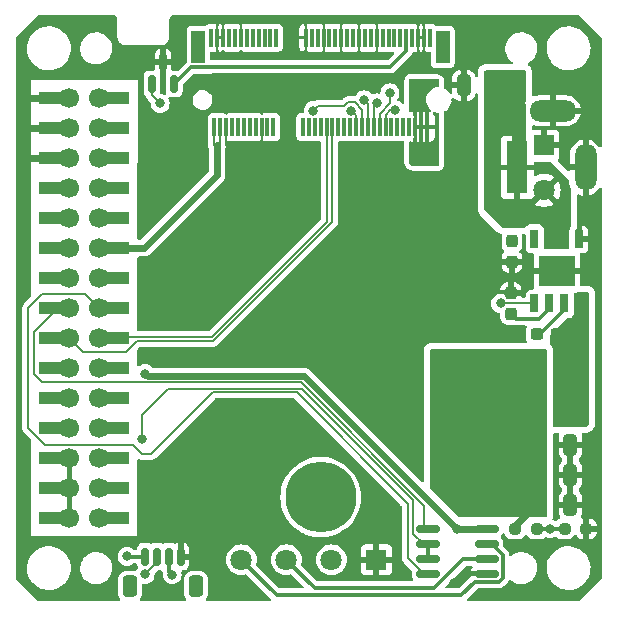
<source format=gbr>
%TF.GenerationSoftware,KiCad,Pcbnew,7.0.5-0*%
%TF.CreationDate,2023-07-13T17:44:08+01:00*%
%TF.ProjectId,M5-Notecard,4d352d4e-6f74-4656-9361-72642e6b6963,V01L04*%
%TF.SameCoordinates,Original*%
%TF.FileFunction,Copper,L1,Top*%
%TF.FilePolarity,Positive*%
%FSLAX46Y46*%
G04 Gerber Fmt 4.6, Leading zero omitted, Abs format (unit mm)*
G04 Created by KiCad (PCBNEW 7.0.5-0) date 2023-07-13 17:44:08*
%MOMM*%
%LPD*%
G01*
G04 APERTURE LIST*
G04 Aperture macros list*
%AMRoundRect*
0 Rectangle with rounded corners*
0 $1 Rounding radius*
0 $2 $3 $4 $5 $6 $7 $8 $9 X,Y pos of 4 corners*
0 Add a 4 corners polygon primitive as box body*
4,1,4,$2,$3,$4,$5,$6,$7,$8,$9,$2,$3,0*
0 Add four circle primitives for the rounded corners*
1,1,$1+$1,$2,$3*
1,1,$1+$1,$4,$5*
1,1,$1+$1,$6,$7*
1,1,$1+$1,$8,$9*
0 Add four rect primitives between the rounded corners*
20,1,$1+$1,$2,$3,$4,$5,0*
20,1,$1+$1,$4,$5,$6,$7,0*
20,1,$1+$1,$6,$7,$8,$9,0*
20,1,$1+$1,$8,$9,$2,$3,0*%
%AMFreePoly0*
4,1,6,0.500000,-0.500000,-0.500000,-0.500000,-2.500000,-0.500000,-2.500000,0.500000,0.500000,0.500000,0.500000,-0.500000,0.500000,-0.500000,$1*%
G04 Aperture macros list end*
%TA.AperFunction,ComponentPad*%
%ADD10R,1.800000X1.800000*%
%TD*%
%TA.AperFunction,ComponentPad*%
%ADD11C,1.800000*%
%TD*%
%TA.AperFunction,ComponentPad*%
%ADD12R,1.800000X4.400000*%
%TD*%
%TA.AperFunction,ComponentPad*%
%ADD13O,1.800000X4.000000*%
%TD*%
%TA.AperFunction,ComponentPad*%
%ADD14O,4.000000X1.800000*%
%TD*%
%TA.AperFunction,ComponentPad*%
%ADD15C,1.700000*%
%TD*%
%TA.AperFunction,SMDPad,CuDef*%
%ADD16FreePoly0,0.000000*%
%TD*%
%TA.AperFunction,SMDPad,CuDef*%
%ADD17FreePoly0,180.000000*%
%TD*%
%TA.AperFunction,SMDPad,CuDef*%
%ADD18RoundRect,0.237500X-0.300000X-0.237500X0.300000X-0.237500X0.300000X0.237500X-0.300000X0.237500X0*%
%TD*%
%TA.AperFunction,SMDPad,CuDef*%
%ADD19RoundRect,0.150000X0.150000X0.625000X-0.150000X0.625000X-0.150000X-0.625000X0.150000X-0.625000X0*%
%TD*%
%TA.AperFunction,SMDPad,CuDef*%
%ADD20RoundRect,0.250000X0.350000X0.650000X-0.350000X0.650000X-0.350000X-0.650000X0.350000X-0.650000X0*%
%TD*%
%TA.AperFunction,SMDPad,CuDef*%
%ADD21RoundRect,0.250000X-0.325000X-0.650000X0.325000X-0.650000X0.325000X0.650000X-0.325000X0.650000X0*%
%TD*%
%TA.AperFunction,SMDPad,CuDef*%
%ADD22RoundRect,0.237500X-0.250000X-0.237500X0.250000X-0.237500X0.250000X0.237500X-0.250000X0.237500X0*%
%TD*%
%TA.AperFunction,SMDPad,CuDef*%
%ADD23RoundRect,0.237500X-0.237500X0.300000X-0.237500X-0.300000X0.237500X-0.300000X0.237500X0.300000X0*%
%TD*%
%TA.AperFunction,SMDPad,CuDef*%
%ADD24RoundRect,0.237500X0.237500X-0.300000X0.237500X0.300000X-0.237500X0.300000X-0.237500X-0.300000X0*%
%TD*%
%TA.AperFunction,SMDPad,CuDef*%
%ADD25R,0.300000X1.550000*%
%TD*%
%TA.AperFunction,SMDPad,CuDef*%
%ADD26R,1.200000X2.750000*%
%TD*%
%TA.AperFunction,SMDPad,CuDef*%
%ADD27R,1.850000X4.700000*%
%TD*%
%TA.AperFunction,SMDPad,CuDef*%
%ADD28R,0.650000X1.525000*%
%TD*%
%TA.AperFunction,SMDPad,CuDef*%
%ADD29R,3.100000X2.600000*%
%TD*%
%TA.AperFunction,SMDPad,CuDef*%
%ADD30RoundRect,0.150000X-0.825000X-0.150000X0.825000X-0.150000X0.825000X0.150000X-0.825000X0.150000X0*%
%TD*%
%TA.AperFunction,SMDPad,CuDef*%
%ADD31RoundRect,0.250000X0.325000X0.650000X-0.325000X0.650000X-0.325000X-0.650000X0.325000X-0.650000X0*%
%TD*%
%TA.AperFunction,SMDPad,CuDef*%
%ADD32RoundRect,0.150000X0.150000X-0.587500X0.150000X0.587500X-0.150000X0.587500X-0.150000X-0.587500X0*%
%TD*%
%TA.AperFunction,WasherPad*%
%ADD33C,6.000000*%
%TD*%
%TA.AperFunction,ViaPad*%
%ADD34C,0.800000*%
%TD*%
%TA.AperFunction,Conductor*%
%ADD35C,1.200000*%
%TD*%
%TA.AperFunction,Conductor*%
%ADD36C,0.300000*%
%TD*%
%TA.AperFunction,Conductor*%
%ADD37C,0.200000*%
%TD*%
%TA.AperFunction,Conductor*%
%ADD38C,0.600000*%
%TD*%
%TA.AperFunction,Conductor*%
%ADD39C,0.400000*%
%TD*%
G04 APERTURE END LIST*
D10*
%TO.P,J6,1,1*%
%TO.N,GND*%
X-13287888Y-11214000D03*
D11*
%TO.P,J6,2,2*%
%TO.N,+12V*%
X-13287888Y-15024000D03*
%TD*%
D12*
%TO.P,J5,1*%
%TO.N,+12V*%
X-15573888Y-13084000D03*
D13*
%TO.P,J5,2*%
%TO.N,GND*%
X-9773888Y-13084000D03*
D14*
%TO.P,J5,3*%
X-12573888Y-8284000D03*
%TD*%
D10*
%TO.P,J7,1,1*%
%TO.N,GND*%
X-27477888Y-46300000D03*
D11*
%TO.P,J7,2,2*%
%TO.N,+12V*%
X-31287888Y-46300000D03*
%TO.P,J7,3,3*%
%TO.N,/RS485_A*%
X-35097888Y-46300000D03*
%TO.P,J7,4,4*%
%TO.N,/RS485_B*%
X-38907888Y-46300000D03*
%TD*%
D15*
%TO.P,J1,30,Pin_30*%
%TO.N,+12V*%
X-53477888Y-42780000D03*
D16*
X-53477888Y-42780000D03*
D15*
%TO.P,J1,29,Pin_29*%
%TO.N,+BATT*%
X-50937888Y-42780000D03*
D17*
X-50937888Y-42780000D03*
D15*
%TO.P,J1,28,Pin_28*%
%TO.N,+12V*%
X-53477888Y-40240000D03*
D16*
X-53477888Y-40240000D03*
D15*
%TO.P,J1,27,Pin_27*%
%TO.N,+5V*%
X-50937888Y-40240000D03*
D17*
X-50937888Y-40240000D03*
D15*
%TO.P,J1,26,Pin_26*%
%TO.N,+12V*%
X-53477888Y-37700000D03*
D16*
X-53477888Y-37700000D03*
D15*
%TO.P,J1,25,Pin_25*%
%TO.N,unconnected-(J1-Pin_25-Pad25)*%
X-50937888Y-37700000D03*
D17*
X-50937888Y-37700000D03*
D15*
%TO.P,J1,24,Pin_24*%
%TO.N,/RS485_DE*%
X-53477888Y-35160000D03*
D16*
X-53477888Y-35160000D03*
D15*
%TO.P,J1,23,Pin_23*%
%TO.N,/GPIO0*%
X-50937888Y-35160000D03*
D17*
X-50937888Y-35160000D03*
D15*
%TO.P,J1,22,Pin_22*%
%TO.N,/ATTN*%
X-53477888Y-32620000D03*
D16*
X-53477888Y-32620000D03*
D15*
%TO.P,J1,21,Pin_21*%
%TO.N,/AUX_EN*%
X-50937888Y-32620000D03*
D17*
X-50937888Y-32620000D03*
D15*
%TO.P,J1,20,Pin_20*%
%TO.N,/extSDA*%
X-53477888Y-30080000D03*
D16*
X-53477888Y-30080000D03*
D15*
%TO.P,J1,19,Pin_19*%
%TO.N,/extSCL*%
X-50937888Y-30080000D03*
D17*
X-50937888Y-30080000D03*
D15*
%TO.P,J1,18,Pin_18*%
%TO.N,/intSDA*%
X-53477888Y-27540000D03*
D16*
X-53477888Y-27540000D03*
D15*
%TO.P,J1,17,Pin_17*%
%TO.N,/intSCL*%
X-50937888Y-27540000D03*
D17*
X-50937888Y-27540000D03*
D15*
%TO.P,J1,16,Pin_16*%
%TO.N,/RXD2*%
X-53477888Y-25000000D03*
D16*
X-53477888Y-25000000D03*
D15*
%TO.P,J1,15,Pin_15*%
%TO.N,/TXD2*%
X-50937888Y-25000000D03*
D17*
X-50937888Y-25000000D03*
D15*
%TO.P,J1,14,Pin_14*%
%TO.N,/RXD0*%
X-53477888Y-22460000D03*
D16*
X-53477888Y-22460000D03*
D15*
%TO.P,J1,13,Pin_13*%
%TO.N,/TXD0*%
X-50937888Y-22460000D03*
D17*
X-50937888Y-22460000D03*
D15*
%TO.P,J1,12,Pin_12*%
%TO.N,unconnected-(J1-Pin_12-Pad12)*%
X-53477888Y-19920000D03*
D16*
X-53477888Y-19920000D03*
D15*
%TO.P,J1,11,Pin_11*%
%TO.N,+3V3*%
X-50937888Y-19920000D03*
D17*
X-50937888Y-19920000D03*
D15*
%TO.P,J1,10,Pin_10*%
%TO.N,unconnected-(J1-Pin_10-Pad10)*%
X-53477888Y-17380000D03*
D16*
X-53477888Y-17380000D03*
D15*
%TO.P,J1,9,Pin_9*%
%TO.N,unconnected-(J1-Pin_9-Pad9)*%
X-50937888Y-17380000D03*
D17*
X-50937888Y-17380000D03*
D15*
%TO.P,J1,8,Pin_8*%
%TO.N,unconnected-(J1-Pin_8-Pad8)*%
X-53477888Y-14840000D03*
D16*
X-53477888Y-14840000D03*
D15*
%TO.P,J1,7,Pin_7*%
%TO.N,unconnected-(J1-Pin_7-Pad7)*%
X-50937888Y-14840000D03*
D17*
X-50937888Y-14840000D03*
D15*
%TO.P,J1,6,Pin_6*%
%TO.N,GND*%
X-53477888Y-12300000D03*
D16*
X-53477888Y-12300000D03*
D15*
%TO.P,J1,5,Pin_5*%
%TO.N,/EN*%
X-50937888Y-12300000D03*
D17*
X-50937888Y-12300000D03*
D15*
%TO.P,J1,4,Pin_4*%
%TO.N,GND*%
X-53477888Y-9760000D03*
D16*
X-53477888Y-9760000D03*
D15*
%TO.P,J1,3,Pin_3*%
%TO.N,unconnected-(J1-Pin_3-Pad3)*%
X-50937888Y-9760000D03*
D17*
X-50937888Y-9760000D03*
D15*
%TO.P,J1,2,Pin_2*%
%TO.N,GND*%
X-53477888Y-7220000D03*
D16*
X-53477888Y-7220000D03*
D15*
%TO.P,J1,1,Pin_1*%
%TO.N,unconnected-(J1-Pin_1-Pad1)*%
X-50937888Y-7220000D03*
D17*
X-50937888Y-7220000D03*
%TD*%
D18*
%TO.P,C5,1*%
%TO.N,/BOOT*%
X-13896388Y-27178000D03*
%TO.P,C5,2*%
%TO.N,/SW*%
X-12171388Y-27178000D03*
%TD*%
D19*
%TO.P,J3,1,1*%
%TO.N,GND*%
X-44039888Y-46027000D03*
%TO.P,J3,2,2*%
%TO.N,+3V3*%
X-45039888Y-46027000D03*
%TO.P,J3,3,3*%
%TO.N,/extSDA*%
X-46039888Y-46027000D03*
%TO.P,J3,4,4*%
%TO.N,/extSCL*%
X-47039888Y-46027000D03*
D20*
%TO.P,J3,MP*%
%TO.N,N/C*%
X-42739888Y-48552000D03*
X-48339888Y-48552000D03*
%TD*%
D21*
%TO.P,C9,1*%
%TO.N,+5V*%
X-14000888Y-39116000D03*
%TO.P,C9,2*%
%TO.N,GND*%
X-11050888Y-39116000D03*
%TD*%
D22*
%TO.P,R5,1*%
%TO.N,+5V*%
X-15724388Y-43688000D03*
%TO.P,R5,2*%
%TO.N,/FB*%
X-13899388Y-43688000D03*
%TD*%
D23*
%TO.P,C8,1*%
%TO.N,GND*%
X-16107888Y-23737500D03*
%TO.P,C8,2*%
%TO.N,/VCC*%
X-16107888Y-25462500D03*
%TD*%
D24*
%TO.P,C10,1*%
%TO.N,GND*%
X-16007888Y-21062500D03*
%TO.P,C10,2*%
%TO.N,+12V*%
X-16007888Y-19337500D03*
%TD*%
D22*
%TO.P,R6,1*%
%TO.N,/FB*%
X-11556888Y-43688000D03*
%TO.P,R6,2*%
%TO.N,GND*%
X-9731888Y-43688000D03*
%TD*%
D25*
%TO.P,J2,1,NC1*%
%TO.N,unconnected-(J2-NC1-Pad1)*%
X-41457888Y-2099100D03*
%TO.P,J2,2,VIO_P*%
%TO.N,+3V3*%
X-41207888Y-9649100D03*
%TO.P,J2,3,GND*%
%TO.N,GND*%
X-40957888Y-2099100D03*
%TO.P,J2,4,VIO_P*%
%TO.N,+3V3*%
X-40707888Y-9649100D03*
%TO.P,J2,5,GND*%
%TO.N,GND*%
X-40457888Y-2099100D03*
%TO.P,J2,6,GND*%
X-40207888Y-9649100D03*
%TO.P,J2,7,USB_DP*%
%TO.N,unconnected-(J2-USB_DP-Pad7)*%
X-39957888Y-2099100D03*
%TO.P,J2,8,SIM_VCC*%
%TO.N,unconnected-(J2-SIM_VCC-Pad8)*%
X-39707888Y-9649100D03*
%TO.P,J2,9,USB_DM*%
%TO.N,unconnected-(J2-USB_DM-Pad9)*%
X-39457888Y-2099100D03*
%TO.P,J2,10,SIM_RST*%
%TO.N,unconnected-(J2-SIM_RST-Pad10)*%
X-39207888Y-9649100D03*
%TO.P,J2,11,GND*%
%TO.N,GND*%
X-38957888Y-2099100D03*
%TO.P,J2,12,SIM_IO*%
%TO.N,unconnected-(J2-SIM_IO-Pad12)*%
X-38707888Y-9649100D03*
%TO.P,J2,13,VUSB*%
%TO.N,unconnected-(J2-VUSB-Pad13)*%
X-38457888Y-2099100D03*
%TO.P,J2,14,SIM_CLK*%
%TO.N,unconnected-(J2-SIM_CLK-Pad14)*%
X-38207888Y-9649100D03*
%TO.P,J2,15,NC15*%
%TO.N,unconnected-(J2-NC15-Pad15)*%
X-37957888Y-2099100D03*
%TO.P,J2,16,SIM_NPRESENT*%
%TO.N,unconnected-(J2-SIM_NPRESENT-Pad16)*%
X-37707888Y-9649100D03*
%TO.P,J2,17,NC17*%
%TO.N,unconnected-(J2-NC17-Pad17)*%
X-37457888Y-2099100D03*
%TO.P,J2,18,GND*%
%TO.N,GND*%
X-37207888Y-9649100D03*
%TO.P,J2,19,NC19*%
%TO.N,unconnected-(J2-NC19-Pad19)*%
X-36957888Y-2099100D03*
%TO.P,J2,20,VACT_GPS_OUT*%
%TO.N,unconnected-(J2-VACT_GPS_OUT-Pad20)*%
X-36707888Y-9649100D03*
%TO.P,J2,21,NC21*%
%TO.N,unconnected-(J2-NC21-Pad21)*%
X-36457888Y-2099100D03*
%TO.P,J2,22,VACT_GPS_IN*%
%TO.N,unconnected-(J2-VACT_GPS_IN-Pad22)*%
X-36207888Y-9649100D03*
%TO.P,J2,23,NC23*%
%TO.N,unconnected-(J2-NC23-Pad23)*%
X-35957888Y-2099100D03*
%TO.P,J2,32,NC32*%
%TO.N,unconnected-(J2-NC32-Pad32)*%
X-33707888Y-9649100D03*
%TO.P,J2,33,GND*%
%TO.N,GND*%
X-33457888Y-2099100D03*
%TO.P,J2,34,NC34*%
%TO.N,unconnected-(J2-NC34-Pad34)*%
X-33207888Y-9649100D03*
%TO.P,J2,35,NC35*%
%TO.N,unconnected-(J2-NC35-Pad35)*%
X-32957888Y-2099100D03*
%TO.P,J2,36,NC36*%
%TO.N,unconnected-(J2-NC36-Pad36)*%
X-32707888Y-9649100D03*
%TO.P,J2,37,NC37*%
%TO.N,unconnected-(J2-NC37-Pad37)*%
X-32457888Y-2099100D03*
%TO.P,J2,38,AUX5*%
%TO.N,unconnected-(J2-AUX5-Pad38)*%
X-32207888Y-9649100D03*
%TO.P,J2,39,GND*%
%TO.N,GND*%
X-31957888Y-2099100D03*
%TO.P,J2,40,SCL_P*%
%TO.N,/intSCL*%
X-31707888Y-9649100D03*
%TO.P,J2,41,NC41*%
%TO.N,unconnected-(J2-NC41-Pad41)*%
X-31457888Y-2099100D03*
%TO.P,J2,42,SDA_P*%
%TO.N,/intSDA*%
X-31207888Y-9649100D03*
%TO.P,J2,43,NC43*%
%TO.N,unconnected-(J2-NC43-Pad43)*%
X-30957888Y-2099100D03*
%TO.P,J2,44,NC44*%
%TO.N,unconnected-(J2-NC44-Pad44)*%
X-30707888Y-9649100D03*
%TO.P,J2,45,GND*%
%TO.N,GND*%
X-30457888Y-2099100D03*
%TO.P,J2,46,AUX1*%
%TO.N,unconnected-(J2-AUX1-Pad46)*%
X-30207888Y-9649100D03*
%TO.P,J2,47,NC47*%
%TO.N,unconnected-(J2-NC47-Pad47)*%
X-29957888Y-2099100D03*
%TO.P,J2,48,AUX2*%
%TO.N,unconnected-(J2-AUX2-Pad48)*%
X-29707888Y-9649100D03*
%TO.P,J2,49,NC49*%
%TO.N,unconnected-(J2-NC49-Pad49)*%
X-29457888Y-2099100D03*
%TO.P,J2,50,AUX3*%
%TO.N,Net-(J2-AUX3)*%
X-29207888Y-9649100D03*
%TO.P,J2,51,GND*%
%TO.N,GND*%
X-28957888Y-2099100D03*
%TO.P,J2,52,AUX4*%
%TO.N,Net-(J2-AUX4)*%
X-28707888Y-9649100D03*
%TO.P,J2,53,NC53*%
%TO.N,unconnected-(J2-NC53-Pad53)*%
X-28457888Y-2099100D03*
%TO.P,J2,54,ATTN_P*%
%TO.N,Net-(J2-ATTN_P)*%
X-28207888Y-9649100D03*
%TO.P,J2,55,NC55*%
%TO.N,unconnected-(J2-NC55-Pad55)*%
X-27957888Y-2099100D03*
%TO.P,J2,56,AUX_EN_P*%
%TO.N,Net-(J2-AUX_EN_P)*%
X-27707888Y-9649100D03*
%TO.P,J2,57,GND*%
%TO.N,GND*%
X-27457888Y-2099100D03*
%TO.P,J2,58,AUX_RX_P*%
%TO.N,Net-(J2-AUX_RX_P)*%
X-27207888Y-9649100D03*
%TO.P,J2,59,NC59*%
%TO.N,unconnected-(J2-NC59-Pad59)*%
X-26957888Y-2099100D03*
%TO.P,J2,60,AUX_TX_P*%
%TO.N,Net-(J2-AUX_TX_P)*%
X-26707888Y-9649100D03*
%TO.P,J2,61,NC61*%
%TO.N,unconnected-(J2-NC61-Pad61)*%
X-26457888Y-2099100D03*
%TO.P,J2,62,RX_P*%
%TO.N,unconnected-(J2-RX_P-Pad62)*%
X-26207888Y-9649100D03*
%TO.P,J2,63,NC63*%
%TO.N,unconnected-(J2-NC63-Pad63)*%
X-25957888Y-2099100D03*
%TO.P,J2,64,TX_P*%
%TO.N,unconnected-(J2-TX_P-Pad64)*%
X-25707888Y-9649100D03*
%TO.P,J2,65,NC65*%
%TO.N,unconnected-(J2-NC65-Pad65)*%
X-25457888Y-2099100D03*
%TO.P,J2,66,NC66*%
%TO.N,unconnected-(J2-NC66-Pad66)*%
X-25207888Y-9649100D03*
%TO.P,J2,67,NRST*%
%TO.N,Net-(J2-NRST)*%
X-24957888Y-2099100D03*
%TO.P,J2,68,NC68*%
%TO.N,unconnected-(J2-NC68-Pad68)*%
X-24707888Y-9649100D03*
%TO.P,J2,69,NC69*%
%TO.N,unconnected-(J2-NC69-Pad69)*%
X-24457888Y-2099100D03*
%TO.P,J2,70,VMODEM_P*%
%TO.N,/VMODEM*%
X-24207888Y-9649100D03*
%TO.P,J2,71,GND*%
%TO.N,GND*%
X-23957888Y-2099100D03*
%TO.P,J2,72,VMODEM_P*%
%TO.N,/VMODEM*%
X-23707888Y-9649100D03*
%TO.P,J2,73,GND*%
%TO.N,GND*%
X-23457888Y-2099100D03*
%TO.P,J2,74,VMODEM_P*%
%TO.N,/VMODEM*%
X-23207888Y-9649100D03*
%TO.P,J2,75,NC75*%
%TO.N,unconnected-(J2-NC75-Pad75)*%
X-22957888Y-2099100D03*
D26*
%TO.P,J2,S1*%
%TO.N,N/C*%
X-42557888Y-2874100D03*
%TO.P,J2,S2*%
X-21857888Y-2874100D03*
%TD*%
D21*
%TO.P,C1,1*%
%TO.N,+5V*%
X-14000888Y-41656000D03*
%TO.P,C1,2*%
%TO.N,GND*%
X-11050888Y-41656000D03*
%TD*%
D27*
%TO.P,L1,1*%
%TO.N,/SW*%
X-11207888Y-31600000D03*
%TO.P,L1,2*%
%TO.N,+5V*%
X-14557888Y-31600000D03*
%TD*%
D28*
%TO.P,IC1,1,PGND*%
%TO.N,GND*%
X-10307888Y-19176000D03*
%TO.P,IC1,2,VIN*%
%TO.N,+12V*%
X-11577888Y-19176000D03*
%TO.P,IC1,3,EN*%
X-12847888Y-19176000D03*
%TO.P,IC1,4,PG*%
%TO.N,unconnected-(IC1-PG-Pad4)*%
X-14117888Y-19176000D03*
%TO.P,IC1,5,FB*%
%TO.N,/FB*%
X-14117888Y-24600000D03*
%TO.P,IC1,6,VCC*%
%TO.N,/VCC*%
X-12847888Y-24600000D03*
%TO.P,IC1,7,BOOT*%
%TO.N,/BOOT*%
X-11577888Y-24600000D03*
%TO.P,IC1,8,SW*%
%TO.N,/SW*%
X-10307888Y-24600000D03*
D29*
%TO.P,IC1,9,AGND*%
%TO.N,GND*%
X-12212888Y-21888000D03*
%TD*%
D30*
%TO.P,U1,1,RO*%
%TO.N,/RXD2*%
X-23082888Y-43695000D03*
%TO.P,U1,2,~{RE}*%
%TO.N,Net-(JP8-B)*%
X-23082888Y-44965000D03*
%TO.P,U1,3,DE*%
X-23082888Y-46235000D03*
%TO.P,U1,4,DI*%
%TO.N,/TXD2*%
X-23082888Y-47505000D03*
%TO.P,U1,5,GND*%
%TO.N,GND*%
X-18132888Y-47505000D03*
%TO.P,U1,6,A*%
%TO.N,/RS485_A*%
X-18132888Y-46235000D03*
%TO.P,U1,7,B*%
%TO.N,/RS485_B*%
X-18132888Y-44965000D03*
%TO.P,U1,8,VCC*%
%TO.N,+3V3*%
X-18132888Y-43695000D03*
%TD*%
D31*
%TO.P,C7,1*%
%TO.N,+12V*%
X-17146888Y-6134000D03*
%TO.P,C7,2*%
%TO.N,GND*%
X-20096888Y-6134000D03*
%TD*%
D21*
%TO.P,C6,1*%
%TO.N,+5V*%
X-14000888Y-36576000D03*
%TO.P,C6,2*%
%TO.N,GND*%
X-11050888Y-36576000D03*
%TD*%
D32*
%TO.P,Q1,1,B*%
%TO.N,/EN*%
X-46495888Y-6017500D03*
%TO.P,Q1,2,E*%
%TO.N,Net-(J2-NRST)*%
X-44595888Y-6017500D03*
%TO.P,Q1,3,C*%
%TO.N,GND*%
X-45545888Y-4142500D03*
%TD*%
D33*
%TO.P,MP1,*%
%TO.N,*%
X-32207888Y-41000000D03*
%TD*%
D34*
%TO.N,GND*%
X-20526888Y-18326000D03*
%TO.N,+12V*%
X-17605888Y-14897000D03*
%TO.N,GND*%
X-13668888Y-1181000D03*
X-13033888Y-5499000D03*
X-9096888Y-7023000D03*
X-9350888Y-9690000D03*
X-11382888Y-10960000D03*
%TO.N,+12V*%
X-12525888Y-17564000D03*
X-16335888Y-16802000D03*
%TO.N,GND*%
X-45545888Y-23660000D03*
X-39703888Y-23914000D03*
X-45037888Y-29248000D03*
X-45545888Y-26454000D03*
X-28019888Y-40424000D03*
X-36655888Y-42710000D03*
X-29543888Y-25946000D03*
X-19383888Y-15278000D03*
X-20653888Y-21120000D03*
X-19637888Y-25184000D03*
X-25987888Y-18072000D03*
X-25987888Y-24422000D03*
X-26749888Y-31534000D03*
X-30051888Y-31534000D03*
X-39957888Y-35852000D03*
X-37925888Y-34074000D03*
%TO.N,+5V*%
X-22431888Y-34836000D03*
%TO.N,GND*%
X-8969888Y-19850000D03*
X-8969888Y-22644000D03*
X-8969888Y-17818000D03*
X-16843888Y-26962000D03*
X-15573888Y-27470000D03*
%TO.N,+5V*%
X-21923888Y-30518000D03*
X-21542888Y-32423000D03*
X-22177888Y-33566000D03*
X-21415888Y-35598000D03*
X-22431888Y-36868000D03*
%TO.N,GND*%
X-57229888Y-23660000D03*
X-26241888Y-44234000D03*
X-39195888Y-49060000D03*
X-45799888Y-49187000D03*
X-53927888Y-49314000D03*
X-57229888Y-45504000D03*
X-29035888Y-18834000D03*
X-31829888Y-22644000D03*
X-35131888Y-26454000D03*
X-38941888Y-29248000D03*
X-25733888Y-11468000D03*
X-29035888Y-11468000D03*
X-36655888Y-11976000D03*
X-36655888Y-15786000D03*
X-38687888Y-18326000D03*
X-39449888Y-12738000D03*
X-41481888Y-16294000D03*
X-33099888Y-11468000D03*
X-33099888Y-13754000D03*
X-33353888Y-16548000D03*
X-34623888Y-18834000D03*
X-36909888Y-21120000D03*
X-39195888Y-21374000D03*
X-41227888Y-20104000D03*
X-43513888Y-18834000D03*
X-45799888Y-21120000D03*
X-45545888Y-15278000D03*
X-46561888Y-13500000D03*
X-46307888Y-17056000D03*
X-44021888Y-14262000D03*
X-44783888Y-11214000D03*
X-34877888Y-7658000D03*
X-37671888Y-5880000D03*
X-39957888Y-7912000D03*
X-42243888Y-5880000D03*
X-31321888Y-5880000D03*
X-13287888Y-48806000D03*
X-15827888Y-49060000D03*
X-18621888Y-49314000D03*
X-13541888Y-45250000D03*
X-9223888Y-45250000D03*
X-9477888Y-41948000D03*
X-9477888Y-40170000D03*
X-9477888Y-38392000D03*
X-9477888Y-36614000D03*
X-44275888Y-1054000D03*
X-34623888Y-2324000D03*
X-52911888Y-1054000D03*
X-49609888Y-4610000D03*
X-57229888Y-9690000D03*
X-57229888Y-13754000D03*
X-57229888Y-5118000D03*
X-19383888Y-11214000D03*
X-19383888Y-7912000D03*
X-20145888Y-4610000D03*
X-19383888Y-3086000D03*
X-17859888Y-3086000D03*
X-19637888Y-1562000D03*
X-20907888Y-48298000D03*
X-19891888Y-47536000D03*
%TO.N,+3V3*%
X-44783888Y-47550000D03*
%TO.N,/extSCL*%
X-48593888Y-46012000D03*
%TO.N,/extSDA*%
X-47069888Y-47536000D03*
%TO.N,/VMODEM*%
X-23701888Y-6388000D03*
X-23193888Y-11468000D03*
%TO.N,/EN*%
X-45799888Y-7658000D03*
%TO.N,+5V*%
X-21923888Y-28994000D03*
%TO.N,+3V3*%
X-20653888Y-43726000D03*
X-47069888Y-30530500D03*
%TO.N,Net-(J2-AUX3)*%
X-29606388Y-8274598D03*
%TO.N,Net-(J2-AUX4)*%
X-32820694Y-8274598D03*
%TO.N,Net-(J2-ATTN_P)*%
X-28527888Y-7366000D03*
%TO.N,Net-(J2-AUX_EN_P)*%
X-27458388Y-7620000D03*
%TO.N,Net-(J2-AUX_RX_P)*%
X-26338350Y-6760845D03*
%TO.N,Net-(J2-AUX_TX_P)*%
X-25905216Y-8210672D03*
%TO.N,Net-(JP8-B)*%
X-47323888Y-36068000D03*
%TO.N,/FB*%
X-12779888Y-43688000D03*
X-16967877Y-24597034D03*
%TD*%
D35*
%TO.N,+12V*%
X-15573888Y-13084000D02*
X-15389888Y-12900000D01*
X-15389888Y-12900000D02*
X-15389888Y-7891000D01*
X-15389888Y-7891000D02*
X-16708888Y-6572000D01*
X-16708888Y-6572000D02*
X-17146888Y-6572000D01*
D36*
%TO.N,/extSCL*%
X-48593888Y-46012000D02*
X-48578888Y-46027000D01*
X-48578888Y-46027000D02*
X-47039888Y-46027000D01*
D37*
%TO.N,/EN*%
X-45799888Y-7658000D02*
X-46495888Y-6962000D01*
X-46495888Y-6962000D02*
X-46495888Y-6017500D01*
D36*
%TO.N,GND*%
X-18132888Y-47505000D02*
X-19860888Y-47505000D01*
X-19860888Y-47505000D02*
X-19891888Y-47536000D01*
%TO.N,/RS485_A*%
X-35097888Y-46300000D02*
X-32710888Y-48687000D01*
X-32710888Y-48687000D02*
X-22566888Y-48687000D01*
X-20114888Y-46235000D02*
X-18132888Y-46235000D01*
X-22566888Y-48687000D02*
X-20114888Y-46235000D01*
D38*
%TO.N,+3V3*%
X-46847388Y-30753000D02*
X-47069888Y-30530500D01*
X-20653888Y-43726000D02*
X-33626888Y-30753000D01*
X-33626888Y-30753000D02*
X-46847388Y-30753000D01*
X-20653888Y-43726000D02*
X-20622888Y-43695000D01*
X-20622888Y-43695000D02*
X-18132888Y-43695000D01*
D36*
X-44783888Y-47550000D02*
X-45039888Y-47294000D01*
X-45039888Y-47294000D02*
X-45039888Y-46027000D01*
D37*
%TO.N,/extSDA*%
X-47069888Y-47536000D02*
X-46039888Y-46506000D01*
X-46039888Y-46506000D02*
X-46039888Y-46027000D01*
%TO.N,/VMODEM*%
X-23207888Y-9649100D02*
X-23207888Y-8180000D01*
X-23207888Y-8180000D02*
X-23193888Y-8166000D01*
%TO.N,+3V3*%
X-40973888Y-11214000D02*
X-41227888Y-11214000D01*
D38*
X-40973888Y-13754000D02*
X-47139888Y-19920000D01*
D37*
X-40719888Y-11214000D02*
X-40973888Y-11214000D01*
D38*
X-40973888Y-11214000D02*
X-40973888Y-13754000D01*
X-47139888Y-19920000D02*
X-50937888Y-19920000D01*
D37*
X-40707888Y-9649100D02*
X-40707888Y-11202000D01*
X-40707888Y-11202000D02*
X-40719888Y-11214000D01*
X-41227888Y-11214000D02*
X-41207888Y-11194000D01*
X-41207888Y-11194000D02*
X-41207888Y-9649100D01*
%TO.N,GND*%
X-40211888Y-11214000D02*
X-37163888Y-11214000D01*
X-40207888Y-9649100D02*
X-40207888Y-11210000D01*
X-40207888Y-11210000D02*
X-40211888Y-11214000D01*
X-37207888Y-11170000D02*
X-37207888Y-9649100D01*
X-37163888Y-11214000D02*
X-37207888Y-11170000D01*
X-23457888Y-2099100D02*
X-23457888Y-3584000D01*
X-23447888Y-3594000D02*
X-23955888Y-3594000D01*
X-23457888Y-3584000D02*
X-23447888Y-3594000D01*
X-23955888Y-3594000D02*
X-23957888Y-3592000D01*
X-23957888Y-3592000D02*
X-23957888Y-2099100D01*
X-40973888Y-3594000D02*
X-33607888Y-3594000D01*
X-33607888Y-3594000D02*
X-32083888Y-3594000D01*
X-33457888Y-2099100D02*
X-33457888Y-3444000D01*
X-33457888Y-3444000D02*
X-33607888Y-3594000D01*
X-32083888Y-3594000D02*
X-30559888Y-3594000D01*
X-31957888Y-2099100D02*
X-31957888Y-3468000D01*
X-31957888Y-3468000D02*
X-32083888Y-3594000D01*
X-30457888Y-2099100D02*
X-30457888Y-3492000D01*
X-30559888Y-3594000D02*
X-29035888Y-3594000D01*
X-30457888Y-3492000D02*
X-30559888Y-3594000D01*
X-29035888Y-3594000D02*
X-27511888Y-3594000D01*
X-29035888Y-3594000D02*
X-28957888Y-3516000D01*
X-28957888Y-3516000D02*
X-28957888Y-2099100D01*
X-27511888Y-3594000D02*
X-27457888Y-3540000D01*
X-27457888Y-3540000D02*
X-27457888Y-2099100D01*
X-40957888Y-2099100D02*
X-40957888Y-3578000D01*
X-40957888Y-3578000D02*
X-40973888Y-3594000D01*
X-40465888Y-800000D02*
X-38941888Y-800000D01*
X-40465888Y-800000D02*
X-40457888Y-808000D01*
X-40973888Y-800000D02*
X-40465888Y-800000D01*
X-40457888Y-808000D02*
X-40457888Y-2099100D01*
X-33607888Y-800000D02*
X-32083888Y-800000D01*
X-33457888Y-950000D02*
X-33457888Y-2099100D01*
X-38941888Y-800000D02*
X-33607888Y-800000D01*
X-33607888Y-800000D02*
X-33457888Y-950000D01*
X-32083888Y-800000D02*
X-30305888Y-800000D01*
X-32083888Y-800000D02*
X-31957888Y-926000D01*
X-31957888Y-926000D02*
X-31957888Y-2099100D01*
X-30305888Y-800000D02*
X-29035888Y-800000D01*
X-30305888Y-800000D02*
X-30457888Y-952000D01*
X-30457888Y-952000D02*
X-30457888Y-2099100D01*
X-29035888Y-800000D02*
X-27511888Y-800000D01*
X-29035888Y-800000D02*
X-28957888Y-878000D01*
X-28957888Y-878000D02*
X-28957888Y-2099100D01*
X-27511888Y-800000D02*
X-23955888Y-800000D01*
X-27511888Y-800000D02*
X-27457888Y-854000D01*
X-27457888Y-854000D02*
X-27457888Y-2099100D01*
X-23955888Y-800000D02*
X-23447888Y-800000D01*
X-23955888Y-800000D02*
X-23957888Y-802000D01*
X-23957888Y-802000D02*
X-23957888Y-2099100D01*
X-23457888Y-810000D02*
X-23457888Y-2099100D01*
X-23447888Y-800000D02*
X-23457888Y-810000D01*
X-40957888Y-2099100D02*
X-40957888Y-816000D01*
X-38941888Y-800000D02*
X-38957888Y-816000D01*
X-40957888Y-816000D02*
X-40973888Y-800000D01*
X-38957888Y-816000D02*
X-38957888Y-2099100D01*
D38*
%TO.N,+5V*%
X-15724388Y-43688000D02*
X-15724388Y-43379500D01*
X-15724388Y-43379500D02*
X-14000888Y-41656000D01*
D36*
%TO.N,/FB*%
X-12779888Y-43688000D02*
X-13899388Y-43688000D01*
X-12779888Y-43688000D02*
X-11556888Y-43688000D01*
D37*
%TO.N,/intSCL*%
X-41436336Y-27432000D02*
X-31707888Y-17703552D01*
X-49945624Y-27432000D02*
X-41436336Y-27432000D01*
X-50053624Y-27540000D02*
X-49945624Y-27432000D01*
X-31707888Y-17703552D02*
X-31707888Y-9649100D01*
X-50937888Y-27540000D02*
X-50053624Y-27540000D01*
%TO.N,/intSDA*%
X-31207888Y-17666000D02*
X-41300888Y-27759000D01*
X-52327888Y-28690000D02*
X-53477888Y-27540000D01*
X-47732624Y-27759000D02*
X-48663624Y-28690000D01*
X-31207888Y-9649100D02*
X-31207888Y-17666000D01*
X-41300888Y-27759000D02*
X-47732624Y-27759000D01*
X-48663624Y-28690000D02*
X-52327888Y-28690000D01*
D38*
%TO.N,GND*%
X-53477888Y-9760000D02*
X-57337888Y-9760000D01*
X-53477888Y-12300000D02*
X-57083888Y-12300000D01*
X-57083888Y-12300000D02*
X-57337888Y-12046000D01*
X-53477888Y-7220000D02*
X-57083888Y-7220000D01*
X-57337888Y-7474000D02*
X-57337888Y-9760000D01*
X-57083888Y-7220000D02*
X-57337888Y-7474000D01*
X-57337888Y-12046000D02*
X-57337888Y-9760000D01*
D37*
%TO.N,Net-(J2-AUX3)*%
X-29606388Y-8274598D02*
X-29207888Y-8673098D01*
X-29207888Y-8673098D02*
X-29207888Y-9649100D01*
%TO.N,Net-(J2-AUX4)*%
X-28707888Y-8183148D02*
X-28707888Y-9649100D01*
X-32820694Y-8274598D02*
X-32420096Y-7874000D01*
X-29896338Y-7574598D02*
X-29316438Y-7574598D01*
X-29316438Y-7574598D02*
X-28707888Y-8183148D01*
X-30195740Y-7874000D02*
X-29896338Y-7574598D01*
X-32420096Y-7874000D02*
X-30195740Y-7874000D01*
%TO.N,Net-(J2-ATTN_P)*%
X-28207888Y-7686000D02*
X-28207888Y-9649100D01*
X-28527888Y-7366000D02*
X-28207888Y-7686000D01*
%TO.N,Net-(J2-AUX_EN_P)*%
X-27458388Y-7620000D02*
X-27707888Y-7869500D01*
X-27707888Y-7869500D02*
X-27707888Y-9649100D01*
%TO.N,Net-(J2-AUX_RX_P)*%
X-26338350Y-7654562D02*
X-27207888Y-8524100D01*
X-26338350Y-6760845D02*
X-26338350Y-7654562D01*
X-27207888Y-8524100D02*
X-27207888Y-9649100D01*
%TO.N,Net-(J2-AUX_TX_P)*%
X-25905216Y-8210672D02*
X-26294460Y-8210672D01*
X-26294460Y-8210672D02*
X-26707888Y-8624100D01*
X-26707888Y-8624100D02*
X-26707888Y-9649100D01*
D36*
%TO.N,Net-(J2-NRST)*%
X-26305788Y-4572000D02*
X-24957888Y-3224100D01*
X-41607888Y-4572000D02*
X-26305788Y-4572000D01*
X-43177488Y-4599100D02*
X-41634988Y-4599100D01*
X-41634988Y-4599100D02*
X-41607888Y-4572000D01*
X-44595888Y-6017500D02*
X-43177488Y-4599100D01*
X-24957888Y-3224100D02*
X-24957888Y-2099100D01*
D37*
%TO.N,/TXD2*%
X-41357888Y-32134000D02*
X-46561888Y-37338000D01*
X-56975888Y-35156976D02*
X-56975888Y-25003024D01*
X-34239888Y-32134000D02*
X-41357888Y-32134000D01*
X-23082888Y-47505000D02*
X-23494995Y-47505000D01*
X-24834888Y-41539000D02*
X-34239888Y-32134000D01*
X-55772864Y-23800000D02*
X-52137888Y-23800000D01*
X-55582864Y-36550000D02*
X-56975888Y-35156976D01*
X-24834888Y-46165107D02*
X-24834888Y-41539000D01*
X-56975888Y-25003024D02*
X-55772864Y-23800000D01*
X-46561888Y-37338000D02*
X-47323888Y-37338000D01*
X-48111888Y-36550000D02*
X-55582864Y-36550000D01*
X-23494995Y-47505000D02*
X-24834888Y-46165107D01*
X-52137888Y-23800000D02*
X-50937888Y-25000000D01*
X-47323888Y-37338000D02*
X-48111888Y-36550000D01*
%TO.N,/RXD2*%
X-54432864Y-25000000D02*
X-53477888Y-25000000D01*
X-33886148Y-31280000D02*
X-55772864Y-31280000D01*
X-55772864Y-31280000D02*
X-56467888Y-30584976D01*
X-56467888Y-30584976D02*
X-56467888Y-27035024D01*
X-23447888Y-43330000D02*
X-23447888Y-41718260D01*
X-23447888Y-41718260D02*
X-33886148Y-31280000D01*
X-56467888Y-27035024D02*
X-54432864Y-25000000D01*
X-23082888Y-43695000D02*
X-23447888Y-43330000D01*
%TO.N,Net-(JP8-B)*%
X-33821596Y-31807000D02*
X-45094888Y-31807000D01*
X-45094888Y-31807000D02*
X-47323888Y-34036000D01*
X-23494995Y-44965000D02*
X-24357888Y-44102107D01*
X-24357888Y-41270708D02*
X-24980242Y-40648354D01*
X-47323888Y-34036000D02*
X-47323888Y-36068000D01*
X-23082888Y-44965000D02*
X-23494995Y-44965000D01*
X-24357888Y-44102107D02*
X-24357888Y-41270708D01*
D36*
X-23082888Y-44965000D02*
X-23082888Y-46235000D01*
D37*
X-24980242Y-40648354D02*
X-33821596Y-31807000D01*
%TO.N,/VMODEM*%
X-23207888Y-11162000D02*
X-23193888Y-11176000D01*
D36*
%TO.N,/RS485_B*%
X-35931888Y-49276000D02*
X-38907888Y-46300000D01*
X-19164995Y-48155000D02*
X-20285995Y-49276000D01*
X-17720781Y-44965000D02*
X-16807888Y-45877893D01*
X-18132888Y-44965000D02*
X-17720781Y-44965000D01*
X-16807888Y-47862107D02*
X-17100781Y-48155000D01*
X-16807888Y-45877893D02*
X-16807888Y-47862107D01*
X-20285995Y-49276000D02*
X-35931888Y-49276000D01*
X-17100781Y-48155000D02*
X-19164995Y-48155000D01*
D39*
%TO.N,+12V*%
X-53477888Y-40240000D02*
X-53477888Y-37700000D01*
X-12847888Y-19176000D02*
X-11577888Y-19176000D01*
X-53477888Y-42780000D02*
X-53477888Y-40240000D01*
D36*
%TO.N,/BOOT*%
X-11577888Y-24600000D02*
X-11577888Y-25117500D01*
X-11577888Y-25117500D02*
X-13660388Y-27200000D01*
%TO.N,/VCC*%
X-12847888Y-25037500D02*
X-12847888Y-24600000D01*
X-13720388Y-25910000D02*
X-12847888Y-25037500D01*
X-16107888Y-25462500D02*
X-15660388Y-25910000D01*
X-15660388Y-25910000D02*
X-13720388Y-25910000D01*
D37*
%TO.N,/FB*%
X-14120854Y-24597034D02*
X-14117888Y-24600000D01*
X-16967877Y-24597034D02*
X-14120854Y-24597034D01*
%TD*%
%TA.AperFunction,Conductor*%
%TO.N,GND*%
G36*
X-40566267Y-1969102D02*
G01*
X-40519774Y-2022758D01*
X-40508388Y-2075097D01*
X-40508387Y-2123097D01*
X-40528388Y-2191219D01*
X-40582042Y-2237713D01*
X-40634387Y-2249100D01*
X-40781388Y-2249100D01*
X-40849509Y-2229098D01*
X-40896002Y-2175442D01*
X-40907388Y-2123103D01*
X-40907389Y-2075103D01*
X-40887388Y-2006981D01*
X-40833734Y-1960487D01*
X-40781389Y-1949100D01*
X-40634388Y-1949100D01*
X-40566267Y-1969102D01*
G37*
%TD.AperFunction*%
%TA.AperFunction,Conductor*%
G36*
X-23566267Y-1969102D02*
G01*
X-23519774Y-2022758D01*
X-23508388Y-2075097D01*
X-23508387Y-2123097D01*
X-23528388Y-2191219D01*
X-23582042Y-2237713D01*
X-23634387Y-2249100D01*
X-23781388Y-2249100D01*
X-23849509Y-2229098D01*
X-23896002Y-2175442D01*
X-23907388Y-2123103D01*
X-23907389Y-2075103D01*
X-23887388Y-2006981D01*
X-23833734Y-1960487D01*
X-23781389Y-1949100D01*
X-23634388Y-1949100D01*
X-23566267Y-1969102D01*
G37*
%TD.AperFunction*%
%TA.AperFunction,Conductor*%
G36*
X-49698097Y-202051D02*
G01*
X-49662153Y-207744D01*
X-49635047Y-212037D01*
X-49597557Y-224218D01*
X-49549626Y-248639D01*
X-49517734Y-271811D01*
X-49479700Y-309845D01*
X-49456528Y-341738D01*
X-49432108Y-389666D01*
X-49419926Y-427157D01*
X-49409940Y-490205D01*
X-49408389Y-509916D01*
X-49408388Y-1960118D01*
X-49408388Y-2068995D01*
X-49384076Y-2191219D01*
X-49381468Y-2204328D01*
X-49328663Y-2331811D01*
X-49283359Y-2399613D01*
X-49252003Y-2446541D01*
X-49251998Y-2446547D01*
X-49154436Y-2544109D01*
X-49154430Y-2544114D01*
X-49039699Y-2620775D01*
X-48912216Y-2673580D01*
X-48776881Y-2700500D01*
X-48776880Y-2700500D01*
X-45638896Y-2700500D01*
X-45638895Y-2700500D01*
X-45503560Y-2673580D01*
X-45376077Y-2620775D01*
X-45261346Y-2544114D01*
X-45163774Y-2446542D01*
X-45087113Y-2331811D01*
X-45034308Y-2204328D01*
X-45007388Y-2068993D01*
X-45007388Y-2000000D01*
X-45007388Y-1960118D01*
X-45007388Y-509916D01*
X-45005837Y-490206D01*
X-45003810Y-477410D01*
X-44995851Y-427154D01*
X-44983671Y-389669D01*
X-44959247Y-341734D01*
X-44936080Y-309848D01*
X-44898040Y-271808D01*
X-44866154Y-248641D01*
X-44818219Y-224217D01*
X-44780732Y-212037D01*
X-44743154Y-206085D01*
X-44717679Y-202051D01*
X-44697969Y-200500D01*
X-44668006Y-200500D01*
X-10343127Y-200500D01*
X-10275006Y-220502D01*
X-10254032Y-237405D01*
X-8445293Y-2046143D01*
X-8411268Y-2108455D01*
X-8408388Y-2135238D01*
X-8408388Y-11268943D01*
X-8428390Y-11337064D01*
X-8482046Y-11383557D01*
X-8552320Y-11393661D01*
X-8616900Y-11364167D01*
X-8640308Y-11335820D01*
X-8640598Y-11336024D01*
X-8643156Y-11332372D01*
X-8643502Y-11331952D01*
X-8643751Y-11331522D01*
X-8774224Y-11145187D01*
X-8774229Y-11145181D01*
X-8935070Y-10984340D01*
X-8935076Y-10984335D01*
X-9121405Y-10853866D01*
X-9327560Y-10757734D01*
X-9327563Y-10757733D01*
X-9519888Y-10706199D01*
X-9519888Y-11672313D01*
X-9535843Y-11656359D01*
X-9648740Y-11598835D01*
X-9773888Y-11579014D01*
X-9899036Y-11598835D01*
X-10011933Y-11656359D01*
X-10027888Y-11672314D01*
X-10027888Y-10706199D01*
X-10220214Y-10757733D01*
X-10220217Y-10757734D01*
X-10426372Y-10853866D01*
X-10612701Y-10984335D01*
X-10612707Y-10984340D01*
X-10773548Y-11145181D01*
X-10773553Y-11145187D01*
X-10904022Y-11331516D01*
X-11000154Y-11537671D01*
X-11000156Y-11537676D01*
X-11059029Y-11757397D01*
X-11073888Y-11927243D01*
X-11073888Y-12830000D01*
X-10173888Y-12830000D01*
X-10173888Y-13338000D01*
X-11073889Y-13338000D01*
X-11110793Y-13374904D01*
X-11113754Y-13371943D01*
X-11147546Y-13401225D01*
X-11217820Y-13411329D01*
X-11282400Y-13381835D01*
X-11288983Y-13375706D01*
X-12097350Y-12567339D01*
X-12131376Y-12505027D01*
X-12126311Y-12434212D01*
X-12097350Y-12389149D01*
X-12060250Y-12352048D01*
X-12060249Y-12352046D01*
X-12002723Y-12239146D01*
X-11987888Y-12145480D01*
X-11987888Y-11468000D01*
X-12743663Y-11468000D01*
X-12703332Y-11370631D01*
X-12682711Y-11214000D01*
X-12703332Y-11057369D01*
X-12743663Y-10960000D01*
X-11987889Y-10960000D01*
X-11987889Y-10282520D01*
X-12002723Y-10188853D01*
X-12060249Y-10075953D01*
X-12060250Y-10075951D01*
X-12149840Y-9986361D01*
X-12149842Y-9986360D01*
X-12262742Y-9928834D01*
X-12356408Y-9914000D01*
X-13033888Y-9914000D01*
X-13033888Y-10669775D01*
X-13131257Y-10629444D01*
X-13248565Y-10614000D01*
X-13327211Y-10614000D01*
X-13444519Y-10629444D01*
X-13541888Y-10669775D01*
X-13541888Y-9914000D01*
X-14172388Y-9914000D01*
X-14240509Y-9893998D01*
X-14287002Y-9840342D01*
X-14298388Y-9788000D01*
X-14298388Y-9624963D01*
X-14278386Y-9556842D01*
X-14224730Y-9510349D01*
X-14154456Y-9500245D01*
X-14125555Y-9508857D01*
X-14125383Y-9508385D01*
X-14120212Y-9510267D01*
X-13900491Y-9569140D01*
X-13730645Y-9584000D01*
X-12827888Y-9584000D01*
X-12827888Y-8684000D01*
X-12319888Y-8684000D01*
X-12319888Y-9584000D01*
X-11417131Y-9584000D01*
X-11247286Y-9569140D01*
X-11027565Y-9510267D01*
X-11027560Y-9510265D01*
X-10821405Y-9414133D01*
X-10635076Y-9283664D01*
X-10635070Y-9283659D01*
X-10474229Y-9122818D01*
X-10474224Y-9122812D01*
X-10343755Y-8936483D01*
X-10247623Y-8730328D01*
X-10247622Y-8730325D01*
X-10196087Y-8538000D01*
X-11162202Y-8538000D01*
X-11146247Y-8522045D01*
X-11088723Y-8409148D01*
X-11068902Y-8284000D01*
X-11088723Y-8158852D01*
X-11146247Y-8045955D01*
X-11162202Y-8030000D01*
X-10196088Y-8030000D01*
X-10247622Y-7837674D01*
X-10247623Y-7837671D01*
X-10343755Y-7631516D01*
X-10474224Y-7445187D01*
X-10474229Y-7445181D01*
X-10635070Y-7284340D01*
X-10635076Y-7284335D01*
X-10821405Y-7153866D01*
X-11027560Y-7057734D01*
X-11027565Y-7057732D01*
X-11247286Y-6998859D01*
X-11417131Y-6984000D01*
X-12319888Y-6984000D01*
X-12319888Y-7884000D01*
X-12827888Y-7884000D01*
X-12827888Y-6984000D01*
X-13730645Y-6984000D01*
X-13900491Y-6998859D01*
X-14120212Y-7057732D01*
X-14125383Y-7059615D01*
X-14125877Y-7058258D01*
X-14189349Y-7067889D01*
X-14254157Y-7038900D01*
X-14293004Y-6979474D01*
X-14298388Y-6943036D01*
X-14298388Y-4988004D01*
X-14298389Y-4987992D01*
X-14298872Y-4983500D01*
X-14310124Y-4878843D01*
X-14321330Y-4827332D01*
X-14355998Y-4723173D01*
X-14435017Y-4600218D01*
X-14435018Y-4600217D01*
X-14435019Y-4600215D01*
X-14435020Y-4600213D01*
X-14480769Y-4547417D01*
X-14497541Y-4532884D01*
X-14591226Y-4451704D01*
X-14591225Y-4451704D01*
X-14591227Y-4451703D01*
X-14607484Y-4444278D01*
X-14661136Y-4397786D01*
X-14681137Y-4329664D01*
X-14661134Y-4261544D01*
X-14607477Y-4215052D01*
X-14607394Y-4215014D01*
X-14544917Y-4186773D01*
X-14353888Y-4057659D01*
X-14187426Y-3898119D01*
X-14050322Y-3712742D01*
X-13946518Y-3506860D01*
X-13879002Y-3286397D01*
X-13851024Y-3067911D01*
X-13066108Y-3067911D01*
X-13036420Y-3337742D01*
X-12967756Y-3600386D01*
X-12861584Y-3850227D01*
X-12720172Y-4081940D01*
X-12720170Y-4081942D01*
X-12720169Y-4081944D01*
X-12668426Y-4144119D01*
X-12546522Y-4290602D01*
X-12546518Y-4290606D01*
X-12344353Y-4471748D01*
X-12344349Y-4471750D01*
X-12344342Y-4471757D01*
X-12150172Y-4600218D01*
X-12117939Y-4621543D01*
X-11872148Y-4736766D01*
X-11872146Y-4736766D01*
X-11872145Y-4736767D01*
X-11612191Y-4814975D01*
X-11612188Y-4814975D01*
X-11612186Y-4814976D01*
X-11343624Y-4854500D01*
X-11343620Y-4854500D01*
X-11140108Y-4854500D01*
X-11140107Y-4854500D01*
X-10937148Y-4839645D01*
X-10672179Y-4780621D01*
X-10418627Y-4683646D01*
X-10181897Y-4550786D01*
X-9967035Y-4384875D01*
X-9778619Y-4189447D01*
X-9620665Y-3968668D01*
X-9496540Y-3727244D01*
X-9408890Y-3470320D01*
X-9359582Y-3203371D01*
X-9349668Y-2932089D01*
X-9373708Y-2713602D01*
X-9379357Y-2662257D01*
X-9395127Y-2601935D01*
X-9448020Y-2399616D01*
X-9476835Y-2331810D01*
X-9531009Y-2204328D01*
X-9554191Y-2149776D01*
X-9563063Y-2135239D01*
X-9695605Y-1918059D01*
X-9695607Y-1918056D01*
X-9869256Y-1709396D01*
X-9897078Y-1684467D01*
X-10071424Y-1528251D01*
X-10071429Y-1528247D01*
X-10071434Y-1528243D01*
X-10297835Y-1378458D01*
X-10297838Y-1378456D01*
X-10543629Y-1263233D01*
X-10803591Y-1185023D01*
X-11072153Y-1145500D01*
X-11072156Y-1145500D01*
X-11275669Y-1145500D01*
X-11291697Y-1146673D01*
X-11478626Y-1160354D01*
X-11743601Y-1219380D01*
X-11743603Y-1219381D01*
X-11997150Y-1316354D01*
X-12233880Y-1449214D01*
X-12448743Y-1615126D01*
X-12448744Y-1615127D01*
X-12637156Y-1810551D01*
X-12637161Y-1810557D01*
X-12795109Y-2031328D01*
X-12795113Y-2031333D01*
X-12919236Y-2272753D01*
X-13006888Y-2529686D01*
X-13056195Y-2796632D01*
X-13066108Y-3067911D01*
X-13851024Y-3067911D01*
X-13849716Y-3057694D01*
X-13851504Y-3015613D01*
X-13859502Y-2827331D01*
X-13892638Y-2673579D01*
X-13908078Y-2601938D01*
X-13994047Y-2387994D01*
X-14114937Y-2191657D01*
X-14253637Y-2034063D01*
X-14267265Y-2018578D01*
X-14267267Y-2018576D01*
X-14267268Y-2018575D01*
X-14446660Y-1873726D01*
X-14446664Y-1873724D01*
X-14446666Y-1873722D01*
X-14647950Y-1761279D01*
X-14865345Y-1684468D01*
X-14865350Y-1684467D01*
X-15092603Y-1645500D01*
X-15265423Y-1645500D01*
X-15265436Y-1645500D01*
X-15437623Y-1660156D01*
X-15437636Y-1660158D01*
X-15660751Y-1718252D01*
X-15870855Y-1813224D01*
X-15870865Y-1813230D01*
X-16061885Y-1942338D01*
X-16061889Y-1942341D01*
X-16061888Y-1942341D01*
X-16228350Y-2101881D01*
X-16337232Y-2249100D01*
X-16365456Y-2287261D01*
X-16469260Y-2493143D01*
X-16469262Y-2493149D01*
X-16536774Y-2713602D01*
X-16566061Y-2942315D01*
X-16556275Y-3172668D01*
X-16507698Y-3398064D01*
X-16452975Y-3534247D01*
X-16421729Y-3612006D01*
X-16300839Y-3808343D01*
X-16230292Y-3888500D01*
X-16148509Y-3981424D01*
X-15968876Y-4126468D01*
X-15928442Y-4184825D01*
X-15925976Y-4255778D01*
X-15962262Y-4316802D01*
X-16025780Y-4348520D01*
X-16048032Y-4350500D01*
X-18243896Y-4350500D01*
X-18337784Y-4360595D01*
X-18353045Y-4362236D01*
X-18353047Y-4362236D01*
X-18353053Y-4362237D01*
X-18404556Y-4373441D01*
X-18508714Y-4408109D01*
X-18631673Y-4487130D01*
X-18631675Y-4487131D01*
X-18684471Y-4532880D01*
X-18780184Y-4643337D01*
X-18780185Y-4643338D01*
X-18840903Y-4776286D01*
X-18854214Y-4821621D01*
X-18860587Y-4843326D01*
X-18860588Y-4843330D01*
X-18881386Y-4987992D01*
X-18881388Y-4988003D01*
X-18881388Y-5333976D01*
X-18901390Y-5402097D01*
X-18955046Y-5448590D01*
X-19025320Y-5458694D01*
X-19089900Y-5429200D01*
X-19128284Y-5369474D01*
X-19128385Y-5369129D01*
X-19170608Y-5223797D01*
X-19254203Y-5082447D01*
X-19254208Y-5082440D01*
X-19370329Y-4966319D01*
X-19370336Y-4966314D01*
X-19511686Y-4882719D01*
X-19669399Y-4836899D01*
X-19706238Y-4834000D01*
X-19842888Y-4834000D01*
X-19842888Y-7434000D01*
X-19706239Y-7434000D01*
X-19706237Y-7433999D01*
X-19669399Y-7431100D01*
X-19511686Y-7385280D01*
X-19370336Y-7301685D01*
X-19370329Y-7301680D01*
X-19254208Y-7185559D01*
X-19254203Y-7185552D01*
X-19170608Y-7044202D01*
X-19128385Y-6898870D01*
X-19090172Y-6839035D01*
X-19025676Y-6809357D01*
X-18955373Y-6819260D01*
X-18901585Y-6865600D01*
X-18881389Y-6933663D01*
X-18881388Y-6934023D01*
X-18881388Y-16637403D01*
X-18879918Y-16664828D01*
X-18879916Y-16664858D01*
X-18875610Y-16704898D01*
X-18866820Y-16759146D01*
X-18815742Y-16896092D01*
X-18782258Y-16957413D01*
X-18782257Y-16957414D01*
X-18694668Y-17074418D01*
X-17233581Y-18535506D01*
X-17213117Y-18553887D01*
X-17181766Y-18579151D01*
X-17137187Y-18611297D01*
X-17004239Y-18672014D01*
X-16939906Y-18690904D01*
X-16880182Y-18729286D01*
X-16850689Y-18793867D01*
X-16854409Y-18846952D01*
X-16880541Y-18936896D01*
X-16880543Y-18936908D01*
X-16883388Y-18973055D01*
X-16883388Y-19701933D01*
X-16880543Y-19738096D01*
X-16835569Y-19892894D01*
X-16753514Y-20031643D01*
X-16753512Y-20031645D01*
X-16753511Y-20031646D01*
X-16753510Y-20031648D01*
X-16673900Y-20111258D01*
X-16639874Y-20173570D01*
X-16644939Y-20244385D01*
X-16673899Y-20289448D01*
X-16753118Y-20368667D01*
X-16835106Y-20507301D01*
X-16880045Y-20661981D01*
X-16882888Y-20698108D01*
X-16882888Y-20808500D01*
X-15132889Y-20808500D01*
X-15132889Y-20698118D01*
X-15135732Y-20661981D01*
X-15180671Y-20507301D01*
X-15262659Y-20368667D01*
X-15262665Y-20368660D01*
X-15341877Y-20289448D01*
X-15375903Y-20227136D01*
X-15370838Y-20156321D01*
X-15341879Y-20111259D01*
X-15262262Y-20031643D01*
X-15180207Y-19892894D01*
X-15135234Y-19738098D01*
X-15132388Y-19701935D01*
X-15132389Y-18973066D01*
X-15135234Y-18936902D01*
X-15153610Y-18873652D01*
X-15153407Y-18802657D01*
X-15114853Y-18743040D01*
X-15050189Y-18713732D01*
X-15032613Y-18712500D01*
X-14979572Y-18712500D01*
X-14976774Y-18712375D01*
X-14976730Y-18713372D01*
X-14911006Y-18726433D01*
X-14859907Y-18775721D01*
X-14843388Y-18838091D01*
X-14843388Y-19970016D01*
X-14828535Y-20063802D01*
X-14770939Y-20176842D01*
X-14681231Y-20266550D01*
X-14663667Y-20275499D01*
X-14568192Y-20324146D01*
X-14474407Y-20339000D01*
X-14275963Y-20338999D01*
X-14207844Y-20359001D01*
X-14161351Y-20412656D01*
X-14151246Y-20482930D01*
X-14151515Y-20484708D01*
X-14162888Y-20556519D01*
X-14162888Y-21634000D01*
X-10262889Y-21634000D01*
X-10262889Y-20556520D01*
X-10274341Y-20484207D01*
X-10265240Y-20413797D01*
X-10219517Y-20359483D01*
X-10151689Y-20338512D01*
X-10149892Y-20338499D01*
X-9951409Y-20338499D01*
X-9857742Y-20323665D01*
X-9744842Y-20266139D01*
X-9744840Y-20266138D01*
X-9655250Y-20176548D01*
X-9655249Y-20176546D01*
X-9597723Y-20063646D01*
X-9582888Y-19969980D01*
X-9582888Y-19430000D01*
X-10435888Y-19430000D01*
X-10504009Y-19409998D01*
X-10550502Y-19356342D01*
X-10561888Y-19304000D01*
X-10561888Y-18328045D01*
X-10550501Y-18275702D01*
X-10528874Y-18228347D01*
X-10509189Y-18161308D01*
X-10509188Y-18161304D01*
X-10488388Y-18016634D01*
X-10488388Y-18013500D01*
X-10053888Y-18013500D01*
X-10053888Y-18922000D01*
X-9582889Y-18922000D01*
X-9582889Y-18382020D01*
X-9597723Y-18288353D01*
X-9655249Y-18175453D01*
X-9655250Y-18175451D01*
X-9744840Y-18085861D01*
X-9744842Y-18085860D01*
X-9857742Y-18028334D01*
X-9951408Y-18013500D01*
X-10053888Y-18013500D01*
X-10488388Y-18013500D01*
X-10488388Y-15482994D01*
X-10468386Y-15414874D01*
X-10414730Y-15368381D01*
X-10344456Y-15358277D01*
X-10309138Y-15368800D01*
X-10220216Y-15410265D01*
X-10220211Y-15410267D01*
X-10027888Y-15461800D01*
X-10027888Y-14495685D01*
X-10011933Y-14511641D01*
X-9899036Y-14569165D01*
X-9773888Y-14588986D01*
X-9648740Y-14569165D01*
X-9535843Y-14511641D01*
X-9519888Y-14495686D01*
X-9519888Y-15461799D01*
X-9327566Y-15410267D01*
X-9327560Y-15410265D01*
X-9121405Y-15314133D01*
X-8935076Y-15183664D01*
X-8935070Y-15183659D01*
X-8774229Y-15022818D01*
X-8774224Y-15022812D01*
X-8643753Y-14836480D01*
X-8643507Y-14836056D01*
X-8643351Y-14835906D01*
X-8640598Y-14831976D01*
X-8639809Y-14832529D01*
X-8592125Y-14787063D01*
X-8522411Y-14773626D01*
X-8456500Y-14800013D01*
X-8415318Y-14857845D01*
X-8408388Y-14899056D01*
X-8408388Y-47864760D01*
X-8428390Y-47932881D01*
X-8445293Y-47953855D01*
X-10254032Y-49762595D01*
X-10316344Y-49796620D01*
X-10343127Y-49799500D01*
X-19726781Y-49799500D01*
X-19794902Y-49779498D01*
X-19841395Y-49725842D01*
X-19851499Y-49655568D01*
X-19822005Y-49590988D01*
X-19815876Y-49584405D01*
X-18973876Y-48742405D01*
X-18911564Y-48708379D01*
X-18884781Y-48705500D01*
X-17111267Y-48705500D01*
X-17109116Y-48705537D01*
X-17082263Y-48706453D01*
X-17043955Y-48707762D01*
X-17013616Y-48700368D01*
X-17001009Y-48697296D01*
X-16994665Y-48696090D01*
X-16989337Y-48695357D01*
X-16950861Y-48690070D01*
X-16934556Y-48682986D01*
X-16914191Y-48676138D01*
X-16896929Y-48671933D01*
X-16858379Y-48650256D01*
X-16852614Y-48647394D01*
X-16812061Y-48629780D01*
X-16798275Y-48618563D01*
X-16780517Y-48606477D01*
X-16765022Y-48597766D01*
X-16733763Y-48566505D01*
X-16728968Y-48562179D01*
X-16694678Y-48534282D01*
X-16694679Y-48534282D01*
X-16694673Y-48534278D01*
X-16684422Y-48519753D01*
X-16670585Y-48503326D01*
X-16426000Y-48258741D01*
X-16424545Y-48257335D01*
X-16376844Y-48212787D01*
X-16353871Y-48175005D01*
X-16350238Y-48169670D01*
X-16347315Y-48165816D01*
X-16323527Y-48134449D01*
X-16317008Y-48117916D01*
X-16307451Y-48098673D01*
X-16298216Y-48083489D01*
X-16298215Y-48083482D01*
X-16294783Y-48075584D01*
X-16292938Y-48076385D01*
X-16261262Y-48025718D01*
X-16197054Y-47995422D01*
X-16126660Y-48004648D01*
X-16098416Y-48021871D01*
X-15969116Y-48126274D01*
X-15969113Y-48126276D01*
X-15969111Y-48126277D01*
X-15767827Y-48238720D01*
X-15767825Y-48238721D01*
X-15550426Y-48315533D01*
X-15323173Y-48354500D01*
X-15323170Y-48354500D01*
X-15150363Y-48354500D01*
X-15150353Y-48354500D01*
X-14978149Y-48339843D01*
X-14960962Y-48335368D01*
X-14755026Y-48281747D01*
X-14755026Y-48281746D01*
X-14755019Y-48281745D01*
X-14544917Y-48186773D01*
X-14353888Y-48057659D01*
X-14187426Y-47898119D01*
X-14050322Y-47712742D01*
X-13946518Y-47506860D01*
X-13879002Y-47286397D01*
X-13851024Y-47067911D01*
X-13066108Y-47067911D01*
X-13036420Y-47337742D01*
X-12967756Y-47600386D01*
X-12861584Y-47850227D01*
X-12720172Y-48081940D01*
X-12720170Y-48081942D01*
X-12720169Y-48081944D01*
X-12638719Y-48179816D01*
X-12546522Y-48290602D01*
X-12546518Y-48290606D01*
X-12344353Y-48471748D01*
X-12344349Y-48471750D01*
X-12344342Y-48471757D01*
X-12117941Y-48621542D01*
X-12117939Y-48621543D01*
X-11872148Y-48736766D01*
X-11872146Y-48736766D01*
X-11872145Y-48736767D01*
X-11612191Y-48814975D01*
X-11612188Y-48814975D01*
X-11612186Y-48814976D01*
X-11343624Y-48854500D01*
X-11343620Y-48854500D01*
X-11140108Y-48854500D01*
X-11140107Y-48854500D01*
X-10937148Y-48839645D01*
X-10672179Y-48780621D01*
X-10418627Y-48683646D01*
X-10181897Y-48550786D01*
X-9967035Y-48384875D01*
X-9778619Y-48189447D01*
X-9620665Y-47968668D01*
X-9496540Y-47727244D01*
X-9408890Y-47470320D01*
X-9359582Y-47203371D01*
X-9349668Y-46932089D01*
X-9369960Y-46747667D01*
X-9379357Y-46662257D01*
X-9409424Y-46547248D01*
X-9448020Y-46399616D01*
X-9554191Y-46149776D01*
X-9559460Y-46141143D01*
X-9695605Y-45918059D01*
X-9695607Y-45918056D01*
X-9869256Y-45709396D01*
X-9871914Y-45707014D01*
X-10071424Y-45528251D01*
X-10071429Y-45528247D01*
X-10071434Y-45528243D01*
X-10297835Y-45378458D01*
X-10297838Y-45378456D01*
X-10543629Y-45263233D01*
X-10803591Y-45185023D01*
X-11072153Y-45145500D01*
X-11072156Y-45145500D01*
X-11275669Y-45145500D01*
X-11291697Y-45146673D01*
X-11478626Y-45160354D01*
X-11743601Y-45219380D01*
X-11743603Y-45219381D01*
X-11997150Y-45316354D01*
X-12233880Y-45449214D01*
X-12448743Y-45615126D01*
X-12448744Y-45615127D01*
X-12637156Y-45810551D01*
X-12637161Y-45810557D01*
X-12795109Y-46031328D01*
X-12795113Y-46031333D01*
X-12919236Y-46272753D01*
X-13006888Y-46529686D01*
X-13056195Y-46796632D01*
X-13066108Y-47067911D01*
X-13851024Y-47067911D01*
X-13849716Y-47057694D01*
X-13850274Y-47044565D01*
X-13859502Y-46827331D01*
X-13888789Y-46691438D01*
X-13908078Y-46601938D01*
X-13909861Y-46597502D01*
X-13945798Y-46508067D01*
X-13994047Y-46387994D01*
X-14114937Y-46191657D01*
X-14246745Y-46041894D01*
X-14267265Y-46018578D01*
X-14267267Y-46018576D01*
X-14267268Y-46018575D01*
X-14446660Y-45873726D01*
X-14446664Y-45873724D01*
X-14446666Y-45873722D01*
X-14647950Y-45761279D01*
X-14865345Y-45684468D01*
X-14865350Y-45684467D01*
X-15092603Y-45645500D01*
X-15265423Y-45645500D01*
X-15265436Y-45645500D01*
X-15437623Y-45660156D01*
X-15437636Y-45660158D01*
X-15660751Y-45718252D01*
X-15870855Y-45813224D01*
X-15870865Y-45813230D01*
X-16059005Y-45940391D01*
X-16126645Y-45961965D01*
X-16195210Y-45943546D01*
X-16242933Y-45890981D01*
X-16255488Y-45831693D01*
X-16255125Y-45821067D01*
X-16257036Y-45813227D01*
X-16265596Y-45778104D01*
X-16266799Y-45771778D01*
X-16272818Y-45727973D01*
X-16279899Y-45711671D01*
X-16286748Y-45691306D01*
X-16287287Y-45689095D01*
X-16290955Y-45674041D01*
X-16312636Y-45635482D01*
X-16315488Y-45629739D01*
X-16333108Y-45589173D01*
X-16333110Y-45589170D01*
X-16344324Y-45575386D01*
X-16356413Y-45557624D01*
X-16365123Y-45542133D01*
X-16365127Y-45542128D01*
X-16396381Y-45510874D01*
X-16400706Y-45506083D01*
X-16428607Y-45471788D01*
X-16428609Y-45471786D01*
X-16428610Y-45471785D01*
X-16440146Y-45463642D01*
X-16443133Y-45461533D01*
X-16459564Y-45447692D01*
X-16720484Y-45186771D01*
X-16754509Y-45124459D01*
X-16757388Y-45097676D01*
X-16757388Y-44771900D01*
X-16757388Y-44771898D01*
X-16768011Y-44683436D01*
X-16823527Y-44542658D01*
X-16847255Y-44511368D01*
X-16914968Y-44422075D01*
X-16917948Y-44419095D01*
X-16919802Y-44415701D01*
X-16920173Y-44415211D01*
X-16920100Y-44415155D01*
X-16951974Y-44356783D01*
X-16946909Y-44285968D01*
X-16917948Y-44240905D01*
X-16914968Y-44237924D01*
X-16907641Y-44228262D01*
X-16823527Y-44117342D01*
X-16820362Y-44109315D01*
X-16776766Y-44053281D01*
X-16709796Y-44029712D01*
X-16640714Y-44046091D01*
X-16591455Y-44097218D01*
X-16582151Y-44120380D01*
X-16564569Y-44180894D01*
X-16482514Y-44319643D01*
X-16482512Y-44319646D01*
X-16482511Y-44319646D01*
X-16482510Y-44319648D01*
X-16368537Y-44433621D01*
X-16368535Y-44433622D01*
X-16368531Y-44433626D01*
X-16229782Y-44515681D01*
X-16074986Y-44560654D01*
X-16038823Y-44563500D01*
X-15409954Y-44563499D01*
X-15373790Y-44560654D01*
X-15218994Y-44515681D01*
X-15080245Y-44433626D01*
X-14966262Y-44319643D01*
X-14920340Y-44241991D01*
X-14868449Y-44193542D01*
X-14798599Y-44180836D01*
X-14732968Y-44207911D01*
X-14703438Y-44241990D01*
X-14657514Y-44319643D01*
X-14657513Y-44319644D01*
X-14657511Y-44319647D01*
X-14543537Y-44433621D01*
X-14543535Y-44433622D01*
X-14543531Y-44433626D01*
X-14404782Y-44515681D01*
X-14249986Y-44560654D01*
X-14213823Y-44563500D01*
X-13584954Y-44563499D01*
X-13548790Y-44560654D01*
X-13393994Y-44515681D01*
X-13255245Y-44433626D01*
X-13255234Y-44433614D01*
X-13252663Y-44431621D01*
X-13250262Y-44430678D01*
X-13248422Y-44429590D01*
X-13248247Y-44429886D01*
X-13186579Y-44405670D01*
X-13133815Y-44412247D01*
X-13129413Y-44413787D01*
X-13129410Y-44413789D01*
X-12959143Y-44473368D01*
X-12779888Y-44493565D01*
X-12600633Y-44473368D01*
X-12430366Y-44413789D01*
X-12386789Y-44386407D01*
X-12318470Y-44367101D01*
X-12250557Y-44387795D01*
X-12230662Y-44403995D01*
X-12201031Y-44433626D01*
X-12062282Y-44515681D01*
X-11907486Y-44560654D01*
X-11871323Y-44563500D01*
X-11242454Y-44563499D01*
X-11206290Y-44560654D01*
X-11051494Y-44515681D01*
X-10912745Y-44433626D01*
X-10798762Y-44319643D01*
X-10752551Y-44241502D01*
X-10700659Y-44193051D01*
X-10630809Y-44180346D01*
X-10565177Y-44207421D01*
X-10535645Y-44241503D01*
X-10489615Y-44319335D01*
X-10489612Y-44319339D01*
X-10375728Y-44433223D01*
X-10375721Y-44433229D01*
X-10237087Y-44515217D01*
X-10082407Y-44560156D01*
X-10046281Y-44562998D01*
X-9985888Y-44562998D01*
X-9985888Y-43942000D01*
X-9477888Y-43942000D01*
X-9477888Y-44562999D01*
X-9417506Y-44562999D01*
X-9381370Y-44560156D01*
X-9226690Y-44515217D01*
X-9088056Y-44433229D01*
X-9088049Y-44433223D01*
X-8974165Y-44319339D01*
X-8974159Y-44319332D01*
X-8892171Y-44180698D01*
X-8847232Y-44026018D01*
X-8844389Y-43989891D01*
X-8844388Y-43989890D01*
X-8844388Y-43942000D01*
X-9477888Y-43942000D01*
X-9985888Y-43942000D01*
X-9985888Y-42813000D01*
X-9477888Y-42813000D01*
X-9477888Y-43434000D01*
X-8844389Y-43434000D01*
X-8844389Y-43386118D01*
X-8847232Y-43349981D01*
X-8892171Y-43195301D01*
X-8974159Y-43056667D01*
X-8974165Y-43056660D01*
X-9088049Y-42942776D01*
X-9088056Y-42942770D01*
X-9226690Y-42860782D01*
X-9381370Y-42815843D01*
X-9417497Y-42813000D01*
X-9477888Y-42813000D01*
X-9985888Y-42813000D01*
X-9985889Y-42812999D01*
X-10048743Y-42813001D01*
X-10048744Y-42811966D01*
X-10113705Y-42795562D01*
X-10162215Y-42743723D01*
X-10174998Y-42673886D01*
X-10158138Y-42622896D01*
X-10124608Y-42566201D01*
X-10078788Y-42408489D01*
X-10075889Y-42371651D01*
X-10075888Y-42371649D01*
X-10075888Y-41910000D01*
X-12025888Y-41910000D01*
X-12025888Y-42371651D01*
X-12022989Y-42408489D01*
X-11977169Y-42566202D01*
X-11923900Y-42656274D01*
X-11906440Y-42725090D01*
X-11928957Y-42792421D01*
X-11984301Y-42836891D01*
X-11997198Y-42841409D01*
X-12062281Y-42860318D01*
X-12201032Y-42942374D01*
X-12230661Y-42972002D01*
X-12292974Y-43006025D01*
X-12363790Y-43000958D01*
X-12386789Y-42989592D01*
X-12390427Y-42987306D01*
X-12430366Y-42962211D01*
X-12485925Y-42942770D01*
X-12492249Y-42940557D01*
X-12549940Y-42899178D01*
X-12576103Y-42833178D01*
X-12565243Y-42769278D01*
X-12560874Y-42759713D01*
X-12541189Y-42692674D01*
X-12541188Y-42692670D01*
X-12520388Y-42548000D01*
X-12520388Y-39370000D01*
X-12025888Y-39370000D01*
X-12025888Y-39831651D01*
X-12022989Y-39868489D01*
X-11977169Y-40026202D01*
X-11893574Y-40167552D01*
X-11893569Y-40167559D01*
X-11777450Y-40283678D01*
X-11773887Y-40286442D01*
X-11732322Y-40344000D01*
X-11728473Y-40414892D01*
X-11763562Y-40476611D01*
X-11773887Y-40485558D01*
X-11777450Y-40488321D01*
X-11893569Y-40604440D01*
X-11893574Y-40604447D01*
X-11977169Y-40745797D01*
X-12022989Y-40903510D01*
X-12025888Y-40940348D01*
X-12025888Y-41402000D01*
X-11304888Y-41402000D01*
X-11304888Y-39370000D01*
X-10796888Y-39370000D01*
X-10796888Y-41402000D01*
X-10075888Y-41402000D01*
X-10075888Y-40940350D01*
X-10075889Y-40940348D01*
X-10078788Y-40903510D01*
X-10124608Y-40745797D01*
X-10208203Y-40604447D01*
X-10208208Y-40604440D01*
X-10324329Y-40488319D01*
X-10327885Y-40485561D01*
X-10369453Y-40428006D01*
X-10373305Y-40357114D01*
X-10338219Y-40295393D01*
X-10327885Y-40286439D01*
X-10324329Y-40283680D01*
X-10208208Y-40167559D01*
X-10208203Y-40167552D01*
X-10124608Y-40026202D01*
X-10078788Y-39868489D01*
X-10075889Y-39831651D01*
X-10075888Y-39831649D01*
X-10075888Y-39370000D01*
X-10796888Y-39370000D01*
X-11304888Y-39370000D01*
X-12025888Y-39370000D01*
X-12520388Y-39370000D01*
X-12520388Y-36830000D01*
X-12025888Y-36830000D01*
X-12025888Y-37291651D01*
X-12022989Y-37328489D01*
X-11977169Y-37486202D01*
X-11893574Y-37627552D01*
X-11893569Y-37627559D01*
X-11777450Y-37743678D01*
X-11773887Y-37746442D01*
X-11732322Y-37804000D01*
X-11728473Y-37874892D01*
X-11763562Y-37936611D01*
X-11773887Y-37945558D01*
X-11777450Y-37948321D01*
X-11893569Y-38064440D01*
X-11893574Y-38064447D01*
X-11977169Y-38205797D01*
X-12022989Y-38363510D01*
X-12025888Y-38400348D01*
X-12025888Y-38862000D01*
X-11304888Y-38862000D01*
X-11304888Y-36830000D01*
X-10796888Y-36830000D01*
X-10796888Y-38862000D01*
X-10075888Y-38862000D01*
X-10075888Y-38400350D01*
X-10075889Y-38400348D01*
X-10078788Y-38363510D01*
X-10124608Y-38205797D01*
X-10208203Y-38064447D01*
X-10208208Y-38064440D01*
X-10324329Y-37948319D01*
X-10327885Y-37945561D01*
X-10369453Y-37888006D01*
X-10373305Y-37817114D01*
X-10338219Y-37755393D01*
X-10327885Y-37746439D01*
X-10324329Y-37743680D01*
X-10208208Y-37627559D01*
X-10208203Y-37627552D01*
X-10124608Y-37486202D01*
X-10078788Y-37328489D01*
X-10075889Y-37291651D01*
X-10075888Y-37291649D01*
X-10075888Y-36830000D01*
X-10796888Y-36830000D01*
X-11304888Y-36830000D01*
X-12025888Y-36830000D01*
X-12520388Y-36830000D01*
X-12520388Y-35691499D01*
X-12500386Y-35623379D01*
X-12446730Y-35576886D01*
X-12394388Y-35565500D01*
X-12115845Y-35565500D01*
X-12047724Y-35585502D01*
X-12001231Y-35639158D01*
X-11991127Y-35709432D01*
X-11994848Y-35726653D01*
X-12022989Y-35823510D01*
X-12025888Y-35860348D01*
X-12025888Y-36322000D01*
X-10075888Y-36322000D01*
X-10075888Y-35860350D01*
X-10075889Y-35860348D01*
X-10078788Y-35823510D01*
X-10106928Y-35726653D01*
X-10106725Y-35655657D01*
X-10068172Y-35596041D01*
X-10003507Y-35566732D01*
X-9985931Y-35565500D01*
X-9769486Y-35565500D01*
X-9769486Y-35565499D01*
X-9742030Y-35564028D01*
X-9701997Y-35559723D01*
X-9647739Y-35550931D01*
X-9510797Y-35499854D01*
X-9449474Y-35466369D01*
X-9332470Y-35378780D01*
X-9141382Y-35187693D01*
X-9123001Y-35167229D01*
X-9097737Y-35135878D01*
X-9065591Y-35091299D01*
X-9004874Y-34958351D01*
X-8985189Y-34891312D01*
X-8985188Y-34891308D01*
X-8964388Y-34746638D01*
X-8964388Y-23746000D01*
X-8976124Y-23636843D01*
X-8987330Y-23585332D01*
X-9021998Y-23481173D01*
X-9101017Y-23358218D01*
X-9101018Y-23358217D01*
X-9101019Y-23358215D01*
X-9101020Y-23358213D01*
X-9146769Y-23305417D01*
X-9163069Y-23291293D01*
X-9257227Y-23209703D01*
X-9289999Y-23194736D01*
X-9390175Y-23148985D01*
X-9444313Y-23133089D01*
X-9457214Y-23129301D01*
X-9457218Y-23129300D01*
X-9601888Y-23108500D01*
X-10136888Y-23108500D01*
X-10205009Y-23088498D01*
X-10251502Y-23034842D01*
X-10262888Y-22982500D01*
X-10262888Y-22142000D01*
X-14162887Y-22142000D01*
X-14162887Y-23219480D01*
X-14151515Y-23291293D01*
X-14160616Y-23361703D01*
X-14206339Y-23416016D01*
X-14274168Y-23436987D01*
X-14275963Y-23437000D01*
X-14474405Y-23437000D01*
X-14568191Y-23451853D01*
X-14681231Y-23509449D01*
X-14770939Y-23599157D01*
X-14828533Y-23712194D01*
X-14828534Y-23712196D01*
X-14843388Y-23805981D01*
X-14843388Y-23805984D01*
X-14843388Y-23970534D01*
X-14863390Y-24038655D01*
X-14917046Y-24085148D01*
X-14969388Y-24096534D01*
X-15106888Y-24096534D01*
X-15175009Y-24076532D01*
X-15221502Y-24022876D01*
X-15227060Y-23997327D01*
X-15232887Y-23991500D01*
X-16391076Y-23991500D01*
X-16459197Y-23971498D01*
X-16461989Y-23969495D01*
X-16618352Y-23871246D01*
X-16618355Y-23871245D01*
X-16618355Y-23871244D01*
X-16788622Y-23811666D01*
X-16967877Y-23791469D01*
X-17147132Y-23811666D01*
X-17147135Y-23811666D01*
X-17147135Y-23811667D01*
X-17317400Y-23871245D01*
X-17317403Y-23871246D01*
X-17470138Y-23967216D01*
X-17470140Y-23967217D01*
X-17597694Y-24094771D01*
X-17597695Y-24094773D01*
X-17693665Y-24247508D01*
X-17693666Y-24247511D01*
X-17693666Y-24247512D01*
X-17753245Y-24417779D01*
X-17773442Y-24597034D01*
X-17753245Y-24776289D01*
X-17713032Y-24891210D01*
X-17693666Y-24946556D01*
X-17693665Y-24946559D01*
X-17597695Y-25099294D01*
X-17597694Y-25099296D01*
X-17470140Y-25226850D01*
X-17470138Y-25226851D01*
X-17317403Y-25322821D01*
X-17317402Y-25322821D01*
X-17317399Y-25322823D01*
X-17147132Y-25382402D01*
X-17095282Y-25388244D01*
X-17029828Y-25415747D01*
X-16989635Y-25474270D01*
X-16983388Y-25513452D01*
X-16983388Y-25826933D01*
X-16980543Y-25863096D01*
X-16980542Y-25863098D01*
X-16935569Y-26017894D01*
X-16853514Y-26156643D01*
X-16853511Y-26156646D01*
X-16853510Y-26156648D01*
X-16739537Y-26270621D01*
X-16739535Y-26270622D01*
X-16739531Y-26270626D01*
X-16600782Y-26352681D01*
X-16445986Y-26397654D01*
X-16409823Y-26400500D01*
X-15948602Y-26400499D01*
X-15889975Y-26416925D01*
X-15889676Y-26416238D01*
X-15884678Y-26418409D01*
X-15883137Y-26418840D01*
X-15881770Y-26419672D01*
X-15839185Y-26431603D01*
X-15833088Y-26433654D01*
X-15791952Y-26449876D01*
X-15774271Y-26451693D01*
X-15753171Y-26455704D01*
X-15736053Y-26460500D01*
X-15691841Y-26460500D01*
X-15685393Y-26460831D01*
X-15641418Y-26465352D01*
X-15641418Y-26465351D01*
X-15641416Y-26465352D01*
X-15631032Y-26463561D01*
X-15623899Y-26462332D01*
X-15602492Y-26460500D01*
X-14874639Y-26460500D01*
X-14806518Y-26480502D01*
X-14760025Y-26534158D01*
X-14749921Y-26604432D01*
X-14766186Y-26650640D01*
X-14786569Y-26685104D01*
X-14831541Y-26839896D01*
X-14831543Y-26839908D01*
X-14834388Y-26876055D01*
X-14834388Y-27479933D01*
X-14831543Y-27516096D01*
X-14786569Y-27670894D01*
X-14743121Y-27744361D01*
X-14725662Y-27813177D01*
X-14748179Y-27880509D01*
X-14803524Y-27924978D01*
X-14851575Y-27934500D01*
X-22815896Y-27934500D01*
X-22909785Y-27944595D01*
X-22925045Y-27946236D01*
X-22925047Y-27946236D01*
X-22925053Y-27946237D01*
X-22976556Y-27957441D01*
X-23080714Y-27992109D01*
X-23203673Y-28071130D01*
X-23203675Y-28071131D01*
X-23256471Y-28116880D01*
X-23352184Y-28227337D01*
X-23352185Y-28227338D01*
X-23412903Y-28360286D01*
X-23431466Y-28423508D01*
X-23432587Y-28427326D01*
X-23432588Y-28427330D01*
X-23444833Y-28512503D01*
X-23453388Y-28572003D01*
X-23453388Y-39631653D01*
X-23473390Y-39699774D01*
X-23527046Y-39746267D01*
X-23597320Y-39756371D01*
X-23661900Y-39726877D01*
X-23668483Y-39720748D01*
X-28299615Y-35089616D01*
X-33115259Y-30273972D01*
X-33117843Y-30271227D01*
X-33158959Y-30224817D01*
X-33158962Y-30224814D01*
X-33209974Y-30189603D01*
X-33213040Y-30187347D01*
X-33261829Y-30149123D01*
X-33261831Y-30149122D01*
X-33270907Y-30145037D01*
X-33290768Y-30133835D01*
X-33298958Y-30128182D01*
X-33298960Y-30128181D01*
X-33356905Y-30106205D01*
X-33360419Y-30104749D01*
X-33416955Y-30079305D01*
X-33416959Y-30079304D01*
X-33426758Y-30077508D01*
X-33448712Y-30071388D01*
X-33458020Y-30067858D01*
X-33519540Y-30060389D01*
X-33523302Y-30059816D01*
X-33584281Y-30048642D01*
X-33584282Y-30048642D01*
X-33646157Y-30052385D01*
X-33649960Y-30052500D01*
X-46363619Y-30052500D01*
X-46431740Y-30032498D01*
X-46452714Y-30015595D01*
X-46567626Y-29900683D01*
X-46567628Y-29900682D01*
X-46720363Y-29804712D01*
X-46720366Y-29804711D01*
X-46890633Y-29745132D01*
X-47069888Y-29724935D01*
X-47249143Y-29745132D01*
X-47249146Y-29745132D01*
X-47249146Y-29745133D01*
X-47419411Y-29804711D01*
X-47534200Y-29876837D01*
X-47602521Y-29896142D01*
X-47670434Y-29875446D01*
X-47716377Y-29821319D01*
X-47727235Y-29770052D01*
X-47726224Y-28512502D01*
X-47706167Y-28444398D01*
X-47689319Y-28423508D01*
X-47562214Y-28296404D01*
X-47499902Y-28262379D01*
X-47473119Y-28259500D01*
X-41368246Y-28259500D01*
X-41341462Y-28262379D01*
X-41336961Y-28263359D01*
X-41300623Y-28260759D01*
X-41285254Y-28259661D01*
X-41280758Y-28259500D01*
X-41265090Y-28259500D01*
X-41265089Y-28259500D01*
X-41249550Y-28257265D01*
X-41245118Y-28256789D01*
X-41193405Y-28253091D01*
X-41189097Y-28251483D01*
X-41162987Y-28244819D01*
X-41158431Y-28244165D01*
X-41111248Y-28222616D01*
X-41107149Y-28220918D01*
X-41058557Y-28202796D01*
X-41054871Y-28200036D01*
X-41031705Y-28186289D01*
X-41027515Y-28184377D01*
X-40988341Y-28150432D01*
X-40984843Y-28147613D01*
X-40972295Y-28138221D01*
X-40961202Y-28127126D01*
X-40957937Y-28124086D01*
X-40918745Y-28090128D01*
X-40916257Y-28086256D01*
X-40899354Y-28065278D01*
X-36317576Y-23483500D01*
X-16982888Y-23483500D01*
X-16361888Y-23483500D01*
X-16361888Y-22800000D01*
X-15853888Y-22800000D01*
X-15853888Y-23483500D01*
X-15232889Y-23483500D01*
X-15232889Y-23373118D01*
X-15235732Y-23336981D01*
X-15280671Y-23182301D01*
X-15362659Y-23043667D01*
X-15362665Y-23043660D01*
X-15476549Y-22929776D01*
X-15476556Y-22929770D01*
X-15615190Y-22847782D01*
X-15769870Y-22802843D01*
X-15805997Y-22800000D01*
X-15853888Y-22800000D01*
X-16361888Y-22800000D01*
X-16409771Y-22800000D01*
X-16445907Y-22802843D01*
X-16600587Y-22847782D01*
X-16739221Y-22929770D01*
X-16739228Y-22929776D01*
X-16853112Y-23043660D01*
X-16853118Y-23043667D01*
X-16935106Y-23182301D01*
X-16980045Y-23336981D01*
X-16982888Y-23373108D01*
X-16982888Y-23483500D01*
X-36317576Y-23483500D01*
X-34150576Y-21316500D01*
X-16882887Y-21316500D01*
X-16882887Y-21426881D01*
X-16880045Y-21463018D01*
X-16835106Y-21617698D01*
X-16753118Y-21756332D01*
X-16753112Y-21756339D01*
X-16639228Y-21870223D01*
X-16639221Y-21870229D01*
X-16500587Y-21952217D01*
X-16345907Y-21997156D01*
X-16309779Y-21999999D01*
X-16261889Y-21999999D01*
X-16261888Y-21999998D01*
X-16261888Y-21316500D01*
X-15753888Y-21316500D01*
X-15753888Y-21999999D01*
X-15706006Y-21999999D01*
X-15669870Y-21997156D01*
X-15515190Y-21952217D01*
X-15376556Y-21870229D01*
X-15376549Y-21870223D01*
X-15262665Y-21756339D01*
X-15262659Y-21756332D01*
X-15180671Y-21617698D01*
X-15135732Y-21463018D01*
X-15132889Y-21426891D01*
X-15132888Y-21426890D01*
X-15132888Y-21316500D01*
X-15753888Y-21316500D01*
X-16261888Y-21316500D01*
X-16882887Y-21316500D01*
X-34150576Y-21316500D01*
X-30901610Y-18067534D01*
X-30880632Y-18050631D01*
X-30876760Y-18048143D01*
X-30842815Y-18008966D01*
X-30839760Y-18005684D01*
X-30828668Y-17994594D01*
X-30819267Y-17982033D01*
X-30816468Y-17978560D01*
X-30782511Y-17939373D01*
X-30780600Y-17935187D01*
X-30766847Y-17912008D01*
X-30764093Y-17908331D01*
X-30745978Y-17859759D01*
X-30744259Y-17855612D01*
X-30722723Y-17808457D01*
X-30722068Y-17803899D01*
X-30715403Y-17777788D01*
X-30713797Y-17773483D01*
X-30710099Y-17721760D01*
X-30709623Y-17717333D01*
X-30707388Y-17701799D01*
X-30707388Y-17686120D01*
X-30707227Y-17681625D01*
X-30703530Y-17629927D01*
X-30704509Y-17625428D01*
X-30707389Y-17598654D01*
X-30707389Y-10950598D01*
X-30687387Y-10882478D01*
X-30633731Y-10835985D01*
X-30581389Y-10824599D01*
X-30526374Y-10824599D01*
X-30526370Y-10824599D01*
X-30477595Y-10816874D01*
X-30438179Y-10816875D01*
X-30430775Y-10818047D01*
X-30389407Y-10824600D01*
X-30026370Y-10824599D01*
X-29977595Y-10816874D01*
X-29938179Y-10816875D01*
X-29930775Y-10818047D01*
X-29889407Y-10824600D01*
X-29526370Y-10824599D01*
X-29477595Y-10816874D01*
X-29438179Y-10816875D01*
X-29430775Y-10818047D01*
X-29389407Y-10824600D01*
X-29026370Y-10824599D01*
X-28977595Y-10816874D01*
X-28938179Y-10816875D01*
X-28930775Y-10818047D01*
X-28889407Y-10824600D01*
X-28526370Y-10824599D01*
X-28477595Y-10816874D01*
X-28438179Y-10816875D01*
X-28430775Y-10818047D01*
X-28389407Y-10824600D01*
X-28026370Y-10824599D01*
X-27977595Y-10816874D01*
X-27938179Y-10816875D01*
X-27930775Y-10818047D01*
X-27889407Y-10824600D01*
X-27526370Y-10824599D01*
X-27477595Y-10816874D01*
X-27438179Y-10816875D01*
X-27430775Y-10818047D01*
X-27389407Y-10824600D01*
X-27026370Y-10824599D01*
X-26977595Y-10816874D01*
X-26938179Y-10816875D01*
X-26930775Y-10818047D01*
X-26889407Y-10824600D01*
X-26526370Y-10824599D01*
X-26477595Y-10816874D01*
X-26438179Y-10816875D01*
X-26430775Y-10818047D01*
X-26389407Y-10824600D01*
X-26026370Y-10824599D01*
X-25977595Y-10816874D01*
X-25938179Y-10816875D01*
X-25930775Y-10818047D01*
X-25889407Y-10824600D01*
X-25526370Y-10824599D01*
X-25477595Y-10816874D01*
X-25438179Y-10816875D01*
X-25392570Y-10824099D01*
X-25389407Y-10824600D01*
X-25248511Y-10824599D01*
X-25180391Y-10844601D01*
X-25133898Y-10898256D01*
X-25124880Y-10960976D01*
X-25123000Y-10961124D01*
X-25123388Y-10966053D01*
X-25123388Y-10966057D01*
X-25123388Y-12666954D01*
X-25123050Y-12675574D01*
X-25122763Y-12682880D01*
X-25122761Y-12682905D01*
X-25120918Y-12706307D01*
X-25120917Y-12706322D01*
X-25117178Y-12737905D01*
X-25077975Y-12858567D01*
X-25077972Y-12858574D01*
X-25050251Y-12912979D01*
X-25050198Y-12913085D01*
X-24975624Y-13015728D01*
X-24773970Y-13217381D01*
X-24762290Y-13228178D01*
X-24762288Y-13228180D01*
X-24747357Y-13240931D01*
X-24744418Y-13243441D01*
X-24719416Y-13263151D01*
X-24606375Y-13320747D01*
X-24548184Y-13339654D01*
X-24422880Y-13359500D01*
X-24422877Y-13359500D01*
X-22276888Y-13359500D01*
X-22213460Y-13354509D01*
X-22182867Y-13349664D01*
X-22120988Y-13334808D01*
X-22007947Y-13277211D01*
X-21958447Y-13241247D01*
X-21958446Y-13241246D01*
X-21868737Y-13151536D01*
X-21811141Y-13038495D01*
X-21792234Y-12980304D01*
X-21772388Y-12855000D01*
X-21772388Y-8552600D01*
X-21777379Y-8489172D01*
X-21778622Y-8481324D01*
X-21781068Y-8465877D01*
X-21771967Y-8395466D01*
X-21726244Y-8341153D01*
X-21714368Y-8334182D01*
X-21621612Y-8286364D01*
X-21459559Y-8158924D01*
X-21324554Y-8003120D01*
X-21221474Y-7824580D01*
X-21154046Y-7629759D01*
X-21136696Y-7509089D01*
X-21124706Y-7425700D01*
X-21126494Y-7388176D01*
X-21130471Y-7304701D01*
X-21113732Y-7235705D01*
X-21062350Y-7186712D01*
X-20992637Y-7173275D01*
X-20926725Y-7199662D01*
X-20915518Y-7209610D01*
X-20823448Y-7301680D01*
X-20823441Y-7301685D01*
X-20682091Y-7385280D01*
X-20524378Y-7431100D01*
X-20487540Y-7433999D01*
X-20487537Y-7434000D01*
X-20350888Y-7434000D01*
X-20350888Y-6388000D01*
X-21071888Y-6388000D01*
X-21071888Y-6714202D01*
X-21091890Y-6782323D01*
X-21145546Y-6828816D01*
X-21215820Y-6838920D01*
X-21280400Y-6809426D01*
X-21300524Y-6787290D01*
X-21336644Y-6736567D01*
X-21388346Y-6663962D01*
X-21537550Y-6521696D01*
X-21537553Y-6521694D01*
X-21537555Y-6521692D01*
X-21710984Y-6410237D01*
X-21716315Y-6407489D01*
X-21715246Y-6405414D01*
X-21762978Y-6367870D01*
X-21786192Y-6300776D01*
X-21784784Y-6275090D01*
X-21772388Y-6196828D01*
X-21772388Y-5880000D01*
X-21071888Y-5880000D01*
X-20350888Y-5880000D01*
X-20350888Y-4834000D01*
X-20487538Y-4834000D01*
X-20524378Y-4836899D01*
X-20682091Y-4882719D01*
X-20823441Y-4966314D01*
X-20823448Y-4966319D01*
X-20939569Y-5082440D01*
X-20939574Y-5082447D01*
X-21023169Y-5223797D01*
X-21068989Y-5381510D01*
X-21071888Y-5418348D01*
X-21071888Y-5880000D01*
X-21772388Y-5880000D01*
X-21772388Y-5715097D01*
X-21772388Y-5715088D01*
X-21777023Y-5653965D01*
X-21777023Y-5653963D01*
X-21781521Y-5624466D01*
X-21795317Y-5564733D01*
X-21851606Y-5451042D01*
X-21851607Y-5451040D01*
X-21851607Y-5451039D01*
X-21886491Y-5401843D01*
X-21886902Y-5401245D01*
X-21887004Y-5401120D01*
X-21975672Y-5310388D01*
X-21975673Y-5310387D01*
X-21975674Y-5310386D01*
X-21991868Y-5301899D01*
X-22088038Y-5251496D01*
X-22088042Y-5251494D01*
X-22088045Y-5251493D01*
X-22146013Y-5231918D01*
X-22193726Y-5223797D01*
X-22271085Y-5210630D01*
X-24455019Y-5185498D01*
X-24613086Y-5183679D01*
X-24613087Y-5183679D01*
X-24613092Y-5183679D01*
X-24678858Y-5188283D01*
X-24678878Y-5188285D01*
X-24710603Y-5193122D01*
X-24774789Y-5208337D01*
X-24821069Y-5231918D01*
X-24887829Y-5265934D01*
X-24932562Y-5298435D01*
X-24937333Y-5301901D01*
X-25027040Y-5391609D01*
X-25084635Y-5504648D01*
X-25103542Y-5562838D01*
X-25123389Y-5688148D01*
X-25123389Y-7556230D01*
X-25143391Y-7624351D01*
X-25197047Y-7670844D01*
X-25267321Y-7680947D01*
X-25331902Y-7651454D01*
X-25338484Y-7645325D01*
X-25402954Y-7580855D01*
X-25402956Y-7580854D01*
X-25555691Y-7484884D01*
X-25646089Y-7453252D01*
X-25703780Y-7411873D01*
X-25729943Y-7345873D01*
X-25716269Y-7276205D01*
X-25711160Y-7267287D01*
X-25658306Y-7183169D01*
X-25612561Y-7110367D01*
X-25552982Y-6940100D01*
X-25532785Y-6760845D01*
X-25552982Y-6581590D01*
X-25612561Y-6411323D01*
X-25612563Y-6411320D01*
X-25612563Y-6411319D01*
X-25708533Y-6258584D01*
X-25708534Y-6258582D01*
X-25836088Y-6131028D01*
X-25836090Y-6131027D01*
X-25988825Y-6035057D01*
X-25988828Y-6035056D01*
X-25988829Y-6035056D01*
X-26159095Y-5975477D01*
X-26338350Y-5955280D01*
X-26517605Y-5975477D01*
X-26517608Y-5975477D01*
X-26517608Y-5975478D01*
X-26687873Y-6035056D01*
X-26687876Y-6035057D01*
X-26840611Y-6131027D01*
X-26840613Y-6131028D01*
X-26968167Y-6258582D01*
X-26968168Y-6258584D01*
X-27064138Y-6411319D01*
X-27064139Y-6411322D01*
X-27064139Y-6411323D01*
X-27123718Y-6581590D01*
X-27139313Y-6720000D01*
X-27139712Y-6723544D01*
X-27167216Y-6788997D01*
X-27225740Y-6829190D01*
X-27279027Y-6834644D01*
X-27279133Y-6834632D01*
X-27458388Y-6814435D01*
X-27637643Y-6834632D01*
X-27777400Y-6883535D01*
X-27848304Y-6887153D01*
X-27908109Y-6853700D01*
X-28025626Y-6736183D01*
X-28025628Y-6736182D01*
X-28178363Y-6640212D01*
X-28178366Y-6640211D01*
X-28245194Y-6616827D01*
X-28348633Y-6580632D01*
X-28527888Y-6560435D01*
X-28707143Y-6580632D01*
X-28707146Y-6580632D01*
X-28707146Y-6580633D01*
X-28877411Y-6640211D01*
X-28877414Y-6640212D01*
X-29030149Y-6736182D01*
X-29030151Y-6736183D01*
X-29157705Y-6863737D01*
X-29157706Y-6863739D01*
X-29250413Y-7011281D01*
X-29303592Y-7058319D01*
X-29348108Y-7069924D01*
X-29352512Y-7070239D01*
X-29357011Y-7071218D01*
X-29383796Y-7074098D01*
X-29828980Y-7074098D01*
X-29855765Y-7071218D01*
X-29860265Y-7070239D01*
X-29860266Y-7070239D01*
X-29911972Y-7073937D01*
X-29916468Y-7074098D01*
X-29932137Y-7074098D01*
X-29947648Y-7076327D01*
X-29952115Y-7076807D01*
X-30003822Y-7080507D01*
X-30003826Y-7080507D01*
X-30008152Y-7082121D01*
X-30034221Y-7088774D01*
X-30038790Y-7089431D01*
X-30038794Y-7089432D01*
X-30085949Y-7110967D01*
X-30090099Y-7112685D01*
X-30096476Y-7115064D01*
X-30138668Y-7130800D01*
X-30138673Y-7130803D01*
X-30142369Y-7133570D01*
X-30165514Y-7147303D01*
X-30169710Y-7149219D01*
X-30208892Y-7183169D01*
X-30212390Y-7185988D01*
X-30224933Y-7195378D01*
X-30236011Y-7206456D01*
X-30239299Y-7209517D01*
X-30278480Y-7243468D01*
X-30278484Y-7243472D01*
X-30280980Y-7247357D01*
X-30297877Y-7268322D01*
X-30366151Y-7336596D01*
X-30428460Y-7370620D01*
X-30455244Y-7373500D01*
X-32352738Y-7373500D01*
X-32379523Y-7370620D01*
X-32384023Y-7369641D01*
X-32384024Y-7369641D01*
X-32435730Y-7373339D01*
X-32440226Y-7373500D01*
X-32455895Y-7373500D01*
X-32471406Y-7375729D01*
X-32475873Y-7376209D01*
X-32527580Y-7379909D01*
X-32527584Y-7379909D01*
X-32531910Y-7381523D01*
X-32557979Y-7388176D01*
X-32562548Y-7388833D01*
X-32562552Y-7388834D01*
X-32609707Y-7410369D01*
X-32613857Y-7412087D01*
X-32615490Y-7412697D01*
X-32662426Y-7430202D01*
X-32662431Y-7430205D01*
X-32666127Y-7432972D01*
X-32689272Y-7446705D01*
X-32693469Y-7448621D01*
X-32701051Y-7453495D01*
X-32703018Y-7450435D01*
X-32751895Y-7472710D01*
X-32783833Y-7473186D01*
X-32788058Y-7472710D01*
X-32820694Y-7469033D01*
X-32999949Y-7489230D01*
X-32999952Y-7489230D01*
X-32999952Y-7489231D01*
X-33170217Y-7548809D01*
X-33170220Y-7548810D01*
X-33322955Y-7644780D01*
X-33322957Y-7644781D01*
X-33450511Y-7772335D01*
X-33450512Y-7772337D01*
X-33546482Y-7925072D01*
X-33546483Y-7925075D01*
X-33603861Y-8089053D01*
X-33606062Y-8095343D01*
X-33626259Y-8274598D01*
X-33626259Y-8274599D01*
X-33619624Y-8333494D01*
X-33631874Y-8403426D01*
X-33679988Y-8455634D01*
X-33744831Y-8473600D01*
X-33889405Y-8473600D01*
X-33983191Y-8488453D01*
X-34096231Y-8546049D01*
X-34185939Y-8635757D01*
X-34234123Y-8730325D01*
X-34243534Y-8748796D01*
X-34258388Y-8842581D01*
X-34258388Y-8842584D01*
X-34258388Y-10455616D01*
X-34243535Y-10549402D01*
X-34185939Y-10662442D01*
X-34096231Y-10752150D01*
X-34083383Y-10758696D01*
X-33983192Y-10809746D01*
X-33889407Y-10824600D01*
X-33526370Y-10824599D01*
X-33477595Y-10816874D01*
X-33438179Y-10816875D01*
X-33430775Y-10818047D01*
X-33389407Y-10824600D01*
X-33026370Y-10824599D01*
X-32977595Y-10816874D01*
X-32938179Y-10816875D01*
X-32930775Y-10818047D01*
X-32889407Y-10824600D01*
X-32526370Y-10824599D01*
X-32477595Y-10816874D01*
X-32438179Y-10816875D01*
X-32392570Y-10824099D01*
X-32389407Y-10824600D01*
X-32334388Y-10824599D01*
X-32266269Y-10844600D01*
X-32219775Y-10898255D01*
X-32208388Y-10950599D01*
X-32208388Y-17444048D01*
X-32228390Y-17512169D01*
X-32245293Y-17533143D01*
X-41606745Y-26894595D01*
X-41669057Y-26928621D01*
X-41695840Y-26931500D01*
X-47598853Y-26931500D01*
X-47666974Y-26911498D01*
X-47713467Y-26857842D01*
X-47724853Y-26805399D01*
X-47724691Y-26604432D01*
X-47719989Y-20746399D01*
X-47699931Y-20678294D01*
X-47646238Y-20631844D01*
X-47593988Y-20620500D01*
X-47162960Y-20620500D01*
X-47159157Y-20620614D01*
X-47097282Y-20624358D01*
X-47036289Y-20613180D01*
X-47032546Y-20612610D01*
X-46971016Y-20605140D01*
X-46961716Y-20601612D01*
X-46939753Y-20595490D01*
X-46929956Y-20593695D01*
X-46873401Y-20568240D01*
X-46869943Y-20566808D01*
X-46811958Y-20544818D01*
X-46803771Y-20539165D01*
X-46783906Y-20527961D01*
X-46774831Y-20523878D01*
X-46726001Y-20485621D01*
X-46723006Y-20483417D01*
X-46671959Y-20448183D01*
X-46630836Y-20401763D01*
X-46628282Y-20399049D01*
X-40494839Y-14265606D01*
X-40492125Y-14263052D01*
X-40445705Y-14221929D01*
X-40410488Y-14170908D01*
X-40408237Y-14167849D01*
X-40370010Y-14119056D01*
X-40365931Y-14109991D01*
X-40354721Y-14090115D01*
X-40349070Y-14081930D01*
X-40327086Y-14023958D01*
X-40325634Y-14020456D01*
X-40311211Y-13988410D01*
X-40300193Y-13963931D01*
X-40298399Y-13954136D01*
X-40292272Y-13932163D01*
X-40290347Y-13927087D01*
X-40288748Y-13922872D01*
X-40281278Y-13861340D01*
X-40280707Y-13857593D01*
X-40269530Y-13796606D01*
X-40273274Y-13734731D01*
X-40273388Y-13730928D01*
X-40273388Y-11491988D01*
X-40265445Y-11447960D01*
X-40260849Y-11435634D01*
X-40245966Y-11395729D01*
X-40244257Y-11391607D01*
X-40222723Y-11344457D01*
X-40222069Y-11339901D01*
X-40215405Y-11313791D01*
X-40213797Y-11309483D01*
X-40210099Y-11257770D01*
X-40209623Y-11253338D01*
X-40207388Y-11237799D01*
X-40207388Y-11222130D01*
X-40207227Y-11217634D01*
X-40205689Y-11196120D01*
X-40203529Y-11165927D01*
X-40204509Y-11161420D01*
X-40207388Y-11134640D01*
X-40207388Y-10950099D01*
X-40187386Y-10881978D01*
X-40133730Y-10835485D01*
X-40081388Y-10824099D01*
X-40026412Y-10824099D01*
X-39979200Y-10816621D01*
X-39939779Y-10816621D01*
X-39889407Y-10824600D01*
X-39526370Y-10824599D01*
X-39477595Y-10816874D01*
X-39438179Y-10816875D01*
X-39430775Y-10818047D01*
X-39389407Y-10824600D01*
X-39026370Y-10824599D01*
X-38977595Y-10816874D01*
X-38938179Y-10816875D01*
X-38930775Y-10818047D01*
X-38889407Y-10824600D01*
X-38526370Y-10824599D01*
X-38477595Y-10816874D01*
X-38438179Y-10816875D01*
X-38430775Y-10818047D01*
X-38389407Y-10824600D01*
X-38026370Y-10824599D01*
X-37977595Y-10816874D01*
X-37938179Y-10816875D01*
X-37930775Y-10818047D01*
X-37889407Y-10824600D01*
X-37526370Y-10824599D01*
X-37475995Y-10816621D01*
X-37436582Y-10816621D01*
X-37389366Y-10824099D01*
X-37357888Y-10824098D01*
X-37350164Y-10816374D01*
X-37337886Y-10774561D01*
X-37320983Y-10753587D01*
X-37296983Y-10729587D01*
X-37234671Y-10695561D01*
X-37163856Y-10700626D01*
X-37118794Y-10729586D01*
X-37096230Y-10752150D01*
X-37094791Y-10753589D01*
X-37060767Y-10815902D01*
X-37060127Y-10821860D01*
X-37057888Y-10824099D01*
X-37026412Y-10824099D01*
X-36979200Y-10816621D01*
X-36939779Y-10816621D01*
X-36889407Y-10824600D01*
X-36526370Y-10824599D01*
X-36477595Y-10816874D01*
X-36438179Y-10816875D01*
X-36430775Y-10818047D01*
X-36389407Y-10824600D01*
X-36026370Y-10824599D01*
X-35932584Y-10809746D01*
X-35819546Y-10752150D01*
X-35729838Y-10662442D01*
X-35672242Y-10549404D01*
X-35657388Y-10455619D01*
X-35657389Y-8842582D01*
X-35672242Y-8748796D01*
X-35712816Y-8669165D01*
X-35729838Y-8635757D01*
X-35819546Y-8546049D01*
X-35895386Y-8507407D01*
X-35932584Y-8488454D01*
X-36026369Y-8473600D01*
X-36026373Y-8473600D01*
X-36389401Y-8473600D01*
X-36438181Y-8481325D01*
X-36477595Y-8481324D01*
X-36526369Y-8473600D01*
X-36889408Y-8473600D01*
X-36939778Y-8481577D01*
X-36979192Y-8481577D01*
X-37026407Y-8474100D01*
X-37057888Y-8474100D01*
X-37065613Y-8481824D01*
X-37077892Y-8523640D01*
X-37094791Y-8544610D01*
X-37118791Y-8568611D01*
X-37181102Y-8602637D01*
X-37251918Y-8597574D01*
X-37296983Y-8568612D01*
X-37320983Y-8544612D01*
X-37355009Y-8482300D01*
X-37355650Y-8476338D01*
X-37357889Y-8474099D01*
X-37389367Y-8474100D01*
X-37389372Y-8474101D01*
X-37436583Y-8481577D01*
X-37475997Y-8481577D01*
X-37526369Y-8473600D01*
X-37889401Y-8473600D01*
X-37938181Y-8481325D01*
X-37977595Y-8481324D01*
X-38026369Y-8473600D01*
X-38389401Y-8473600D01*
X-38438181Y-8481325D01*
X-38477595Y-8481324D01*
X-38526369Y-8473600D01*
X-38889401Y-8473600D01*
X-38938181Y-8481325D01*
X-38977595Y-8481324D01*
X-39026369Y-8473600D01*
X-39389401Y-8473600D01*
X-39438181Y-8481325D01*
X-39477595Y-8481324D01*
X-39526369Y-8473600D01*
X-39889408Y-8473600D01*
X-39939778Y-8481577D01*
X-39979192Y-8481577D01*
X-40026407Y-8474100D01*
X-40057889Y-8474100D01*
X-40065613Y-8481823D01*
X-40077890Y-8523637D01*
X-40094791Y-8544610D01*
X-40118791Y-8568611D01*
X-40181102Y-8602637D01*
X-40251918Y-8597574D01*
X-40296985Y-8568611D01*
X-40320985Y-8544610D01*
X-40355009Y-8482297D01*
X-40355650Y-8476338D01*
X-40357889Y-8474099D01*
X-40389367Y-8474100D01*
X-40389372Y-8474101D01*
X-40436583Y-8481577D01*
X-40475997Y-8481577D01*
X-40526369Y-8473600D01*
X-40889401Y-8473600D01*
X-40938181Y-8481325D01*
X-40977595Y-8481324D01*
X-41026369Y-8473600D01*
X-41389405Y-8473600D01*
X-41483191Y-8488453D01*
X-41596231Y-8546049D01*
X-41685939Y-8635757D01*
X-41734123Y-8730325D01*
X-41743534Y-8748796D01*
X-41758388Y-8842581D01*
X-41758388Y-8842584D01*
X-41758388Y-10455616D01*
X-41743535Y-10549404D01*
X-41722122Y-10591429D01*
X-41708389Y-10648631D01*
X-41708389Y-11047346D01*
X-41716332Y-11091375D01*
X-41721979Y-11106515D01*
X-41722308Y-11111116D01*
X-41727090Y-11137616D01*
X-41728388Y-11142037D01*
X-41728388Y-11193867D01*
X-41728549Y-11198363D01*
X-41731369Y-11237798D01*
X-41732247Y-11250073D01*
X-41731268Y-11254576D01*
X-41728388Y-11281357D01*
X-41728388Y-11285960D01*
X-41713786Y-11335696D01*
X-41712676Y-11340046D01*
X-41711715Y-11344458D01*
X-41701654Y-11390707D01*
X-41701652Y-11390711D01*
X-41699447Y-11394749D01*
X-41689140Y-11419631D01*
X-41687843Y-11424049D01*
X-41685776Y-11428574D01*
X-41674388Y-11480920D01*
X-41674388Y-13411652D01*
X-41694390Y-13479773D01*
X-41711293Y-13500747D01*
X-47393140Y-19182595D01*
X-47455452Y-19216621D01*
X-47482235Y-19219500D01*
X-47592661Y-19219500D01*
X-47660782Y-19199498D01*
X-47707275Y-19145842D01*
X-47718661Y-19093399D01*
X-47718484Y-18873653D01*
X-47708668Y-6648105D01*
X-47196388Y-6648105D01*
X-47185766Y-6736564D01*
X-47130250Y-6877341D01*
X-47130247Y-6877345D01*
X-47049368Y-6984000D01*
X-47038810Y-6997922D01*
X-47037574Y-6998859D01*
X-47036068Y-7000001D01*
X-47034189Y-7002544D01*
X-47032716Y-7004017D01*
X-47032937Y-7004237D01*
X-46993874Y-7057099D01*
X-46991332Y-7065856D01*
X-46988367Y-7073808D01*
X-46981711Y-7099883D01*
X-46981054Y-7104455D01*
X-46981052Y-7104462D01*
X-46959523Y-7151603D01*
X-46957802Y-7155757D01*
X-46947905Y-7182291D01*
X-46939684Y-7204331D01*
X-46939683Y-7204332D01*
X-46936920Y-7208024D01*
X-46923182Y-7231178D01*
X-46921269Y-7235367D01*
X-46921267Y-7235370D01*
X-46921266Y-7235371D01*
X-46921265Y-7235373D01*
X-46887323Y-7274544D01*
X-46884509Y-7278036D01*
X-46875109Y-7290593D01*
X-46864023Y-7301679D01*
X-46860968Y-7304960D01*
X-46833557Y-7336595D01*
X-46827016Y-7344143D01*
X-46823137Y-7346635D01*
X-46802165Y-7363537D01*
X-46638462Y-7527240D01*
X-46604436Y-7589552D01*
X-46602349Y-7630438D01*
X-46605453Y-7657996D01*
X-46605453Y-7658000D01*
X-46585256Y-7837255D01*
X-46554526Y-7925075D01*
X-46525677Y-8007522D01*
X-46525676Y-8007525D01*
X-46429706Y-8160260D01*
X-46429705Y-8160262D01*
X-46302151Y-8287816D01*
X-46302149Y-8287817D01*
X-46149414Y-8383787D01*
X-46149413Y-8383787D01*
X-46149410Y-8383789D01*
X-45979143Y-8443368D01*
X-45799888Y-8463565D01*
X-45620633Y-8443368D01*
X-45450366Y-8383789D01*
X-45297626Y-8287816D01*
X-45170072Y-8160262D01*
X-45074099Y-8007522D01*
X-45014520Y-7837255D01*
X-44994323Y-7658000D01*
X-45014520Y-7478745D01*
X-45066944Y-7328927D01*
X-43041055Y-7328927D01*
X-43033234Y-7473186D01*
X-43031287Y-7509086D01*
X-43031286Y-7509097D01*
X-42983021Y-7682932D01*
X-42983018Y-7682940D01*
X-42898504Y-7842349D01*
X-42898502Y-7842352D01*
X-42847154Y-7902803D01*
X-42781698Y-7979864D01*
X-42638061Y-8089054D01*
X-42474310Y-8164813D01*
X-42474309Y-8164813D01*
X-42474307Y-8164814D01*
X-42298108Y-8203599D01*
X-42298105Y-8203599D01*
X-42298102Y-8203600D01*
X-42298100Y-8203600D01*
X-42162925Y-8203600D01*
X-42162917Y-8203600D01*
X-42028519Y-8188983D01*
X-41857536Y-8131373D01*
X-41702936Y-8038353D01*
X-41571947Y-7914273D01*
X-41470694Y-7764936D01*
X-41403911Y-7597323D01*
X-41374721Y-7419273D01*
X-41384489Y-7239111D01*
X-41385435Y-7235705D01*
X-41432756Y-7065267D01*
X-41432757Y-7065266D01*
X-41432758Y-7065260D01*
X-41517272Y-6905851D01*
X-41523202Y-6898870D01*
X-41574124Y-6838920D01*
X-41634078Y-6768336D01*
X-41777715Y-6659146D01*
X-41941466Y-6583387D01*
X-41941470Y-6583385D01*
X-42117669Y-6544600D01*
X-42117674Y-6544600D01*
X-42252859Y-6544600D01*
X-42252867Y-6544600D01*
X-42387257Y-6559216D01*
X-42387258Y-6559216D01*
X-42558238Y-6616825D01*
X-42558239Y-6616826D01*
X-42712841Y-6709847D01*
X-42843827Y-6833924D01*
X-42945082Y-6983262D01*
X-43011866Y-7150877D01*
X-43037703Y-7308478D01*
X-43041055Y-7328927D01*
X-45066944Y-7328927D01*
X-45074099Y-7308478D01*
X-45074102Y-7308474D01*
X-45077171Y-7302098D01*
X-45074675Y-7300896D01*
X-45090563Y-7244695D01*
X-45069874Y-7176779D01*
X-45015752Y-7130830D01*
X-44945380Y-7121436D01*
X-44918345Y-7128751D01*
X-44877453Y-7144877D01*
X-44877454Y-7144877D01*
X-44857250Y-7147303D01*
X-44788990Y-7155500D01*
X-44788987Y-7155500D01*
X-44402789Y-7155500D01*
X-44402786Y-7155500D01*
X-44314324Y-7144877D01*
X-44173546Y-7089361D01*
X-44052966Y-6997922D01*
X-43961527Y-6877342D01*
X-43906011Y-6736564D01*
X-43895388Y-6648102D01*
X-43895388Y-6147713D01*
X-43875386Y-6079593D01*
X-43858492Y-6058628D01*
X-42986366Y-5186502D01*
X-42924056Y-5152479D01*
X-42897273Y-5149600D01*
X-41645474Y-5149600D01*
X-41643323Y-5149637D01*
X-41616470Y-5150553D01*
X-41578162Y-5151862D01*
X-41552258Y-5145548D01*
X-41535216Y-5141396D01*
X-41528872Y-5140190D01*
X-41521429Y-5139166D01*
X-41485068Y-5134170D01*
X-41482221Y-5132933D01*
X-41432019Y-5122500D01*
X-26316274Y-5122500D01*
X-26314123Y-5122537D01*
X-26287270Y-5123453D01*
X-26248962Y-5124762D01*
X-26223058Y-5118448D01*
X-26206016Y-5114296D01*
X-26199672Y-5113090D01*
X-26194344Y-5112357D01*
X-26155868Y-5107070D01*
X-26139563Y-5099986D01*
X-26119198Y-5093138D01*
X-26101936Y-5088933D01*
X-26063386Y-5067256D01*
X-26057621Y-5064394D01*
X-26017068Y-5046780D01*
X-26003282Y-5035563D01*
X-25985524Y-5023477D01*
X-25970029Y-5014766D01*
X-25938755Y-4983490D01*
X-25933983Y-4979184D01*
X-25899680Y-4951278D01*
X-25889428Y-4936752D01*
X-25875591Y-4920326D01*
X-24576002Y-3620736D01*
X-24574545Y-3619328D01*
X-24526844Y-3574780D01*
X-24503872Y-3537002D01*
X-24500255Y-3531686D01*
X-24473527Y-3496443D01*
X-24467005Y-3479901D01*
X-24457453Y-3460670D01*
X-24448216Y-3445482D01*
X-24436287Y-3402905D01*
X-24434235Y-3396802D01*
X-24418012Y-3355665D01*
X-24418012Y-3355662D01*
X-24417504Y-3354375D01*
X-24373906Y-3298342D01*
X-24306935Y-3274774D01*
X-24300289Y-3274599D01*
X-24276374Y-3274599D01*
X-24276370Y-3274599D01*
X-24225995Y-3266621D01*
X-24186582Y-3266621D01*
X-24139366Y-3274099D01*
X-24107888Y-3274098D01*
X-24100164Y-3266374D01*
X-24087886Y-3224561D01*
X-24070983Y-3203586D01*
X-24069548Y-3202151D01*
X-24069546Y-3202150D01*
X-24022983Y-3155587D01*
X-23960670Y-3121562D01*
X-23889854Y-3126628D01*
X-23833019Y-3169175D01*
X-23808209Y-3235696D01*
X-23807888Y-3244683D01*
X-23807888Y-3274099D01*
X-23776412Y-3274099D01*
X-23727603Y-3266368D01*
X-23688179Y-3266368D01*
X-23639366Y-3274099D01*
X-23607888Y-3274098D01*
X-23607888Y-3244682D01*
X-23587886Y-3176561D01*
X-23534230Y-3130068D01*
X-23463956Y-3119964D01*
X-23399376Y-3149458D01*
X-23392807Y-3155573D01*
X-23368792Y-3179588D01*
X-23344792Y-3203588D01*
X-23310767Y-3265901D01*
X-23310127Y-3271861D01*
X-23307889Y-3274099D01*
X-23276412Y-3274099D01*
X-23229200Y-3266621D01*
X-23189779Y-3266621D01*
X-23139407Y-3274600D01*
X-22984388Y-3274599D01*
X-22916268Y-3294601D01*
X-22869775Y-3348256D01*
X-22858388Y-3400599D01*
X-22858388Y-4280616D01*
X-22843535Y-4374402D01*
X-22785939Y-4487442D01*
X-22696231Y-4577150D01*
X-22657589Y-4596838D01*
X-22583192Y-4634746D01*
X-22489407Y-4649600D01*
X-21226370Y-4649599D01*
X-21132584Y-4634746D01*
X-21019546Y-4577150D01*
X-20929838Y-4487442D01*
X-20872242Y-4374404D01*
X-20857388Y-4280619D01*
X-20857389Y-1467582D01*
X-20872242Y-1373796D01*
X-20913623Y-1292581D01*
X-20929838Y-1260757D01*
X-21019546Y-1171049D01*
X-21102393Y-1128837D01*
X-21132584Y-1113454D01*
X-21226369Y-1098600D01*
X-21226372Y-1098600D01*
X-22414805Y-1098600D01*
X-22482926Y-1078598D01*
X-22503900Y-1061695D01*
X-22569546Y-996049D01*
X-22645386Y-957407D01*
X-22682584Y-938454D01*
X-22776369Y-923600D01*
X-22776373Y-923600D01*
X-23139408Y-923600D01*
X-23189778Y-931577D01*
X-23229192Y-931577D01*
X-23276407Y-924100D01*
X-23307889Y-924100D01*
X-23315613Y-931823D01*
X-23327890Y-973637D01*
X-23344792Y-994611D01*
X-23392792Y-1042612D01*
X-23455103Y-1076637D01*
X-23525919Y-1071573D01*
X-23582755Y-1029027D01*
X-23607567Y-962507D01*
X-23607888Y-953517D01*
X-23607888Y-924100D01*
X-23607889Y-924099D01*
X-23639367Y-924100D01*
X-23639372Y-924101D01*
X-23688181Y-931830D01*
X-23727595Y-931830D01*
X-23776407Y-924100D01*
X-23807888Y-924100D01*
X-23807888Y-953517D01*
X-23827890Y-1021638D01*
X-23881546Y-1068131D01*
X-23951820Y-1078235D01*
X-24016400Y-1048741D01*
X-24022983Y-1042612D01*
X-24070983Y-994612D01*
X-24105009Y-932300D01*
X-24105650Y-926338D01*
X-24107889Y-924099D01*
X-24139367Y-924100D01*
X-24139372Y-924101D01*
X-24186583Y-931577D01*
X-24225997Y-931577D01*
X-24276369Y-923600D01*
X-24639401Y-923600D01*
X-24688181Y-931325D01*
X-24727595Y-931324D01*
X-24776369Y-923600D01*
X-25139401Y-923600D01*
X-25188181Y-931325D01*
X-25227595Y-931324D01*
X-25276369Y-923600D01*
X-25639401Y-923600D01*
X-25688181Y-931325D01*
X-25727595Y-931324D01*
X-25776369Y-923600D01*
X-26139401Y-923600D01*
X-26188181Y-931325D01*
X-26227595Y-931324D01*
X-26276369Y-923600D01*
X-26639401Y-923600D01*
X-26688181Y-931325D01*
X-26727595Y-931324D01*
X-26776369Y-923600D01*
X-27139408Y-923600D01*
X-27189778Y-931577D01*
X-27229192Y-931577D01*
X-27276407Y-924100D01*
X-27307889Y-924100D01*
X-27315613Y-931823D01*
X-27327890Y-973637D01*
X-27344791Y-994610D01*
X-27368791Y-1018611D01*
X-27431102Y-1052637D01*
X-27501918Y-1047574D01*
X-27546983Y-1018612D01*
X-27570983Y-994612D01*
X-27605009Y-932300D01*
X-27605650Y-926338D01*
X-27607889Y-924099D01*
X-27639367Y-924100D01*
X-27639372Y-924101D01*
X-27686583Y-931577D01*
X-27725997Y-931577D01*
X-27776369Y-923600D01*
X-28139401Y-923600D01*
X-28188181Y-931325D01*
X-28227595Y-931324D01*
X-28276369Y-923600D01*
X-28639408Y-923600D01*
X-28689778Y-931577D01*
X-28729192Y-931577D01*
X-28776407Y-924100D01*
X-28807889Y-924100D01*
X-28815613Y-931823D01*
X-28827890Y-973638D01*
X-28844793Y-994612D01*
X-28868793Y-1018612D01*
X-28931105Y-1052638D01*
X-29001920Y-1047573D01*
X-29046983Y-1018612D01*
X-29070984Y-994611D01*
X-29105010Y-932299D01*
X-29105651Y-926337D01*
X-29107889Y-924099D01*
X-29139367Y-924100D01*
X-29139372Y-924101D01*
X-29186583Y-931577D01*
X-29225997Y-931577D01*
X-29276369Y-923600D01*
X-29639401Y-923600D01*
X-29688181Y-931325D01*
X-29727595Y-931324D01*
X-29776369Y-923600D01*
X-30139408Y-923600D01*
X-30189778Y-931577D01*
X-30229192Y-931577D01*
X-30276407Y-924100D01*
X-30307889Y-924100D01*
X-30315613Y-931823D01*
X-30327890Y-973637D01*
X-30344793Y-994611D01*
X-30368793Y-1018611D01*
X-30431105Y-1052637D01*
X-30501920Y-1047572D01*
X-30546982Y-1018613D01*
X-30570982Y-994614D01*
X-30605008Y-932303D01*
X-30605650Y-926337D01*
X-30607888Y-924099D01*
X-30639367Y-924100D01*
X-30639372Y-924101D01*
X-30686583Y-931577D01*
X-30725997Y-931577D01*
X-30776369Y-923600D01*
X-31139401Y-923600D01*
X-31188181Y-931325D01*
X-31227595Y-931324D01*
X-31276369Y-923600D01*
X-31639408Y-923600D01*
X-31689778Y-931577D01*
X-31729192Y-931577D01*
X-31776407Y-924100D01*
X-31807889Y-924100D01*
X-31815613Y-931823D01*
X-31827890Y-973638D01*
X-31844794Y-994614D01*
X-31868795Y-1018614D01*
X-31931108Y-1052638D01*
X-32001924Y-1047572D01*
X-32046984Y-1018612D01*
X-32069546Y-996050D01*
X-32069547Y-996049D01*
X-32070985Y-994611D01*
X-32105009Y-932298D01*
X-32105650Y-926338D01*
X-32107889Y-924099D01*
X-32139367Y-924100D01*
X-32139372Y-924101D01*
X-32186583Y-931577D01*
X-32225997Y-931577D01*
X-32276369Y-923600D01*
X-32639401Y-923600D01*
X-32688181Y-931325D01*
X-32727595Y-931324D01*
X-32776369Y-923600D01*
X-33139408Y-923600D01*
X-33189778Y-931577D01*
X-33229192Y-931577D01*
X-33276407Y-924100D01*
X-33307888Y-924100D01*
X-33315613Y-931824D01*
X-33327892Y-973640D01*
X-33344792Y-994611D01*
X-33392792Y-1042612D01*
X-33455103Y-1076637D01*
X-33525919Y-1071573D01*
X-33582755Y-1029027D01*
X-33607567Y-962507D01*
X-33607888Y-953517D01*
X-33607888Y-924100D01*
X-33607889Y-924099D01*
X-33639368Y-924100D01*
X-33733035Y-938934D01*
X-33845935Y-996460D01*
X-33845937Y-996461D01*
X-33935527Y-1086051D01*
X-33935528Y-1086053D01*
X-33993054Y-1198953D01*
X-34007888Y-1292619D01*
X-34007888Y-1949100D01*
X-33634388Y-1949100D01*
X-33566267Y-1969102D01*
X-33519774Y-2022758D01*
X-33508388Y-2075097D01*
X-33508387Y-2123097D01*
X-33528388Y-2191219D01*
X-33582042Y-2237713D01*
X-33634387Y-2249100D01*
X-34007887Y-2249100D01*
X-34007887Y-2905579D01*
X-33993054Y-2999246D01*
X-33935528Y-3112146D01*
X-33935527Y-3112148D01*
X-33845937Y-3201738D01*
X-33845935Y-3201739D01*
X-33733035Y-3259265D01*
X-33639375Y-3274098D01*
X-33639363Y-3274099D01*
X-33607888Y-3274098D01*
X-33607888Y-3244682D01*
X-33587886Y-3176561D01*
X-33534230Y-3130068D01*
X-33463956Y-3119964D01*
X-33399376Y-3149458D01*
X-33392807Y-3155573D01*
X-33368792Y-3179588D01*
X-33344792Y-3203588D01*
X-33310767Y-3265901D01*
X-33310127Y-3271860D01*
X-33307888Y-3274099D01*
X-33276412Y-3274099D01*
X-33229200Y-3266621D01*
X-33189779Y-3266621D01*
X-33139407Y-3274600D01*
X-32776370Y-3274599D01*
X-32727595Y-3266874D01*
X-32688179Y-3266875D01*
X-32680775Y-3268047D01*
X-32639407Y-3274600D01*
X-32276370Y-3274599D01*
X-32225995Y-3266621D01*
X-32186582Y-3266621D01*
X-32139366Y-3274099D01*
X-32107888Y-3274098D01*
X-32100163Y-3266373D01*
X-32087886Y-3224562D01*
X-32070983Y-3203588D01*
X-32046983Y-3179588D01*
X-31984671Y-3145562D01*
X-31913856Y-3150627D01*
X-31868793Y-3179588D01*
X-31844793Y-3203588D01*
X-31810767Y-3265900D01*
X-31810127Y-3271861D01*
X-31807889Y-3274099D01*
X-31776412Y-3274099D01*
X-31729200Y-3266621D01*
X-31689779Y-3266621D01*
X-31639407Y-3274600D01*
X-31276370Y-3274599D01*
X-31227595Y-3266874D01*
X-31188179Y-3266875D01*
X-31180775Y-3268047D01*
X-31139407Y-3274600D01*
X-30776370Y-3274599D01*
X-30725995Y-3266621D01*
X-30686582Y-3266621D01*
X-30639366Y-3274099D01*
X-30607889Y-3274098D01*
X-30600163Y-3266372D01*
X-30587888Y-3224564D01*
X-30570983Y-3203587D01*
X-30546983Y-3179587D01*
X-30484671Y-3145561D01*
X-30413856Y-3150626D01*
X-30368793Y-3179587D01*
X-30344793Y-3203587D01*
X-30310767Y-3265899D01*
X-30310127Y-3271861D01*
X-30307889Y-3274099D01*
X-30276412Y-3274099D01*
X-30229200Y-3266621D01*
X-30189779Y-3266621D01*
X-30139407Y-3274600D01*
X-29776370Y-3274599D01*
X-29727595Y-3266874D01*
X-29688179Y-3266875D01*
X-29680775Y-3268047D01*
X-29639407Y-3274600D01*
X-29276370Y-3274599D01*
X-29225995Y-3266621D01*
X-29186582Y-3266621D01*
X-29139366Y-3274099D01*
X-29107888Y-3274098D01*
X-29100164Y-3266374D01*
X-29087889Y-3224565D01*
X-29070983Y-3203586D01*
X-29069548Y-3202150D01*
X-29069546Y-3202150D01*
X-29046983Y-3179586D01*
X-28984669Y-3145562D01*
X-28913853Y-3150628D01*
X-28868793Y-3179588D01*
X-28844793Y-3203588D01*
X-28810767Y-3265900D01*
X-28810127Y-3271861D01*
X-28807889Y-3274099D01*
X-28776412Y-3274099D01*
X-28729200Y-3266621D01*
X-28689779Y-3266621D01*
X-28639407Y-3274600D01*
X-28276370Y-3274599D01*
X-28227595Y-3266874D01*
X-28188179Y-3266875D01*
X-28180775Y-3268047D01*
X-28139407Y-3274600D01*
X-27776370Y-3274599D01*
X-27725995Y-3266621D01*
X-27686582Y-3266621D01*
X-27639366Y-3274099D01*
X-27607888Y-3274098D01*
X-27600163Y-3266373D01*
X-27587886Y-3224562D01*
X-27570985Y-3203589D01*
X-27569134Y-3201738D01*
X-27546984Y-3179587D01*
X-27484675Y-3145563D01*
X-27413859Y-3150626D01*
X-27368797Y-3179584D01*
X-27356797Y-3191583D01*
X-27346230Y-3202150D01*
X-27346229Y-3202150D01*
X-27344796Y-3203583D01*
X-27310769Y-3265894D01*
X-27310128Y-3271860D01*
X-27307889Y-3274099D01*
X-27276412Y-3274099D01*
X-27229200Y-3266621D01*
X-27189779Y-3266621D01*
X-27139407Y-3274600D01*
X-26776370Y-3274599D01*
X-26727595Y-3266874D01*
X-26688179Y-3266875D01*
X-26680775Y-3268047D01*
X-26639407Y-3274600D01*
X-26276370Y-3274599D01*
X-26227595Y-3266874D01*
X-26188179Y-3266875D01*
X-26178227Y-3268451D01*
X-26139407Y-3274600D01*
X-26091103Y-3274599D01*
X-26022984Y-3294600D01*
X-25976490Y-3348255D01*
X-25966385Y-3418528D01*
X-25995877Y-3483110D01*
X-26002007Y-3489693D01*
X-26496910Y-3984596D01*
X-26559220Y-4018620D01*
X-26586003Y-4021500D01*
X-41431388Y-4021500D01*
X-41499509Y-4001498D01*
X-41546002Y-3947842D01*
X-41557388Y-3895500D01*
X-41557389Y-3400599D01*
X-41537387Y-3332478D01*
X-41483732Y-3285985D01*
X-41431389Y-3274599D01*
X-41276374Y-3274599D01*
X-41276370Y-3274599D01*
X-41225995Y-3266621D01*
X-41186582Y-3266621D01*
X-41139366Y-3274099D01*
X-41107888Y-3274098D01*
X-41100164Y-3266374D01*
X-41087886Y-3224561D01*
X-41070983Y-3203587D01*
X-41022983Y-3155587D01*
X-40960671Y-3121561D01*
X-40889856Y-3126626D01*
X-40833020Y-3169173D01*
X-40808209Y-3235693D01*
X-40807888Y-3244682D01*
X-40807888Y-3274099D01*
X-40776412Y-3274099D01*
X-40727603Y-3266368D01*
X-40688179Y-3266368D01*
X-40639366Y-3274099D01*
X-40607888Y-3274098D01*
X-40607888Y-3244683D01*
X-40587886Y-3176562D01*
X-40534230Y-3130069D01*
X-40463956Y-3119965D01*
X-40399376Y-3149459D01*
X-40392793Y-3155588D01*
X-40344793Y-3203588D01*
X-40310767Y-3265900D01*
X-40310127Y-3271861D01*
X-40307889Y-3274099D01*
X-40276412Y-3274099D01*
X-40229200Y-3266621D01*
X-40189779Y-3266621D01*
X-40139407Y-3274600D01*
X-39776370Y-3274599D01*
X-39727595Y-3266874D01*
X-39688179Y-3266875D01*
X-39680775Y-3268047D01*
X-39639407Y-3274600D01*
X-39276370Y-3274599D01*
X-39225995Y-3266621D01*
X-39186582Y-3266621D01*
X-39139366Y-3274099D01*
X-39107888Y-3274098D01*
X-39100164Y-3266374D01*
X-39087886Y-3224561D01*
X-39070983Y-3203587D01*
X-39046983Y-3179587D01*
X-38984671Y-3145561D01*
X-38913856Y-3150626D01*
X-38868794Y-3179586D01*
X-38846642Y-3201738D01*
X-38844791Y-3203589D01*
X-38810767Y-3265902D01*
X-38810127Y-3271861D01*
X-38807889Y-3274099D01*
X-38776412Y-3274099D01*
X-38729200Y-3266621D01*
X-38689779Y-3266621D01*
X-38639407Y-3274600D01*
X-38276370Y-3274599D01*
X-38227595Y-3266874D01*
X-38188179Y-3266875D01*
X-38180775Y-3268047D01*
X-38139407Y-3274600D01*
X-37776370Y-3274599D01*
X-37727595Y-3266874D01*
X-37688179Y-3266875D01*
X-37680775Y-3268047D01*
X-37639407Y-3274600D01*
X-37276370Y-3274599D01*
X-37227595Y-3266874D01*
X-37188179Y-3266875D01*
X-37180775Y-3268047D01*
X-37139407Y-3274600D01*
X-36776370Y-3274599D01*
X-36727595Y-3266874D01*
X-36688179Y-3266875D01*
X-36680775Y-3268047D01*
X-36639407Y-3274600D01*
X-36276370Y-3274599D01*
X-36227595Y-3266874D01*
X-36188179Y-3266875D01*
X-36180775Y-3268047D01*
X-36139407Y-3274600D01*
X-35776370Y-3274599D01*
X-35682584Y-3259746D01*
X-35569546Y-3202150D01*
X-35479838Y-3112442D01*
X-35422242Y-2999404D01*
X-35407388Y-2905619D01*
X-35407389Y-1292582D01*
X-35422242Y-1198796D01*
X-35457888Y-1128837D01*
X-35479838Y-1085757D01*
X-35569546Y-996049D01*
X-35645386Y-957407D01*
X-35682584Y-938454D01*
X-35776369Y-923600D01*
X-35776373Y-923600D01*
X-36139401Y-923600D01*
X-36188181Y-931325D01*
X-36227595Y-931324D01*
X-36276369Y-923600D01*
X-36639401Y-923600D01*
X-36688181Y-931325D01*
X-36727595Y-931324D01*
X-36776369Y-923600D01*
X-37139401Y-923600D01*
X-37188181Y-931325D01*
X-37227595Y-931324D01*
X-37276369Y-923600D01*
X-37639401Y-923600D01*
X-37688181Y-931325D01*
X-37727595Y-931324D01*
X-37776369Y-923600D01*
X-38139401Y-923600D01*
X-38188181Y-931325D01*
X-38227595Y-931324D01*
X-38276369Y-923600D01*
X-38639408Y-923600D01*
X-38689778Y-931577D01*
X-38729192Y-931577D01*
X-38776407Y-924100D01*
X-38807889Y-924100D01*
X-38815613Y-931823D01*
X-38827890Y-973638D01*
X-38844794Y-994614D01*
X-38868794Y-1018613D01*
X-38931107Y-1052637D01*
X-39001923Y-1047571D01*
X-39046982Y-1018613D01*
X-39070982Y-994614D01*
X-39105008Y-932303D01*
X-39105650Y-926338D01*
X-39107889Y-924099D01*
X-39139367Y-924100D01*
X-39139372Y-924101D01*
X-39186583Y-931577D01*
X-39225997Y-931577D01*
X-39276369Y-923600D01*
X-39639401Y-923600D01*
X-39688181Y-931325D01*
X-39727595Y-931324D01*
X-39776369Y-923600D01*
X-40139408Y-923600D01*
X-40189778Y-931577D01*
X-40229192Y-931577D01*
X-40276407Y-924100D01*
X-40307889Y-924100D01*
X-40315613Y-931823D01*
X-40327890Y-973637D01*
X-40344793Y-994611D01*
X-40392794Y-1042612D01*
X-40455106Y-1076638D01*
X-40525921Y-1071573D01*
X-40582757Y-1029026D01*
X-40607568Y-962506D01*
X-40607889Y-953515D01*
X-40607889Y-924099D01*
X-40639367Y-924100D01*
X-40639372Y-924101D01*
X-40688181Y-931830D01*
X-40727595Y-931830D01*
X-40776407Y-924100D01*
X-40807888Y-924100D01*
X-40807888Y-953517D01*
X-40827890Y-1021638D01*
X-40881546Y-1068131D01*
X-40951820Y-1078235D01*
X-41016400Y-1048741D01*
X-41022983Y-1042612D01*
X-41070984Y-994611D01*
X-41105010Y-932299D01*
X-41105651Y-926337D01*
X-41107889Y-924099D01*
X-41139367Y-924100D01*
X-41139372Y-924101D01*
X-41186583Y-931577D01*
X-41225997Y-931577D01*
X-41276369Y-923600D01*
X-41639405Y-923600D01*
X-41733191Y-938453D01*
X-41846231Y-996049D01*
X-41846233Y-996051D01*
X-41911876Y-1061695D01*
X-41974188Y-1095721D01*
X-42000971Y-1098600D01*
X-43189405Y-1098600D01*
X-43283191Y-1113453D01*
X-43396231Y-1171049D01*
X-43485939Y-1260757D01*
X-43514266Y-1316354D01*
X-43543534Y-1373796D01*
X-43558388Y-1467581D01*
X-43558388Y-1467584D01*
X-43558388Y-4144119D01*
X-43578390Y-4212240D01*
X-43581453Y-4216785D01*
X-43593850Y-4234346D01*
X-43607690Y-4250775D01*
X-44210943Y-4854028D01*
X-44273255Y-4888054D01*
X-44315060Y-4890034D01*
X-44402781Y-4879500D01*
X-44402786Y-4879500D01*
X-44719888Y-4879500D01*
X-44788009Y-4859498D01*
X-44834502Y-4805842D01*
X-44845888Y-4753500D01*
X-44845888Y-4396500D01*
X-45291888Y-4396500D01*
X-45291888Y-5329339D01*
X-45292679Y-5329339D01*
X-45291425Y-5345567D01*
X-45296387Y-5386895D01*
X-45296388Y-5386902D01*
X-45296388Y-6648105D01*
X-45285766Y-6736565D01*
X-45285765Y-6736567D01*
X-45269835Y-6776963D01*
X-45263452Y-6847672D01*
X-45296311Y-6910607D01*
X-45357979Y-6945787D01*
X-45428877Y-6942041D01*
X-45443777Y-6934848D01*
X-45443986Y-6935283D01*
X-45450366Y-6932211D01*
X-45620630Y-6872633D01*
X-45620631Y-6872632D01*
X-45620633Y-6872632D01*
X-45675406Y-6866460D01*
X-45693533Y-6864418D01*
X-45758986Y-6836913D01*
X-45799178Y-6778389D01*
X-45804525Y-6724187D01*
X-45795388Y-6648102D01*
X-45795388Y-5386898D01*
X-45800351Y-5345569D01*
X-45797630Y-5329339D01*
X-45799888Y-5329339D01*
X-45799888Y-4396500D01*
X-46245888Y-4396500D01*
X-46245888Y-4753500D01*
X-46265890Y-4821621D01*
X-46319546Y-4868114D01*
X-46371888Y-4879500D01*
X-46688994Y-4879500D01*
X-46777453Y-4890122D01*
X-46918230Y-4945638D01*
X-46918234Y-4945641D01*
X-47038811Y-5037077D01*
X-47130247Y-5157654D01*
X-47130250Y-5157658D01*
X-47185766Y-5298435D01*
X-47196388Y-5386894D01*
X-47196388Y-6648105D01*
X-47708668Y-6648105D01*
X-47707888Y-5677000D01*
X-56707888Y-5677000D01*
X-56722594Y-23989825D01*
X-56742651Y-24057930D01*
X-56759499Y-24078819D01*
X-57282167Y-24601487D01*
X-57303130Y-24618383D01*
X-57307015Y-24620880D01*
X-57307020Y-24620883D01*
X-57340963Y-24660055D01*
X-57344022Y-24663341D01*
X-57355110Y-24674432D01*
X-57355113Y-24674435D01*
X-57364504Y-24686979D01*
X-57367324Y-24690478D01*
X-57401265Y-24729649D01*
X-57403179Y-24733842D01*
X-57416919Y-24756999D01*
X-57419686Y-24760694D01*
X-57437798Y-24809258D01*
X-57439519Y-24813413D01*
X-57461054Y-24860568D01*
X-57461055Y-24860572D01*
X-57461712Y-24865141D01*
X-57468365Y-24891210D01*
X-57469979Y-24895536D01*
X-57469979Y-24895540D01*
X-57473679Y-24947247D01*
X-57474159Y-24951714D01*
X-57476388Y-24967225D01*
X-57476388Y-24982891D01*
X-57476549Y-24987387D01*
X-57480247Y-25039094D01*
X-57480247Y-25039097D01*
X-57479268Y-25043600D01*
X-57476388Y-25070381D01*
X-57476388Y-35089616D01*
X-57479267Y-35116396D01*
X-57480247Y-35120899D01*
X-57480247Y-35120904D01*
X-57476549Y-35172610D01*
X-57476388Y-35177106D01*
X-57476388Y-35192775D01*
X-57474159Y-35208287D01*
X-57473679Y-35212754D01*
X-57469980Y-35264456D01*
X-57469978Y-35264464D01*
X-57468367Y-35268784D01*
X-57461711Y-35294859D01*
X-57461054Y-35299431D01*
X-57461052Y-35299438D01*
X-57439523Y-35346579D01*
X-57437802Y-35350733D01*
X-57427905Y-35377267D01*
X-57419684Y-35399307D01*
X-57419683Y-35399308D01*
X-57416920Y-35403000D01*
X-57403182Y-35426154D01*
X-57401269Y-35430343D01*
X-57401267Y-35430346D01*
X-57401266Y-35430347D01*
X-57401265Y-35430349D01*
X-57367323Y-35469520D01*
X-57364509Y-35473012D01*
X-57355109Y-35485569D01*
X-57344023Y-35496655D01*
X-57340969Y-35499935D01*
X-57307016Y-35539119D01*
X-57303137Y-35541611D01*
X-57282165Y-35558513D01*
X-56769270Y-36071408D01*
X-56735244Y-36133720D01*
X-56732365Y-36160604D01*
X-56738889Y-44284999D01*
X-56738888Y-44285000D01*
X-47738889Y-44285000D01*
X-47738888Y-44285000D01*
X-47736251Y-41000000D01*
X-35613382Y-41000000D01*
X-35593419Y-41368199D01*
X-35574174Y-41485590D01*
X-35533764Y-41732077D01*
X-35435115Y-42087381D01*
X-35435113Y-42087387D01*
X-35307174Y-42408489D01*
X-35298631Y-42429930D01*
X-35226384Y-42566202D01*
X-35132269Y-42743723D01*
X-35125910Y-42755716D01*
X-34918978Y-43060917D01*
X-34918976Y-43060919D01*
X-34680262Y-43341956D01*
X-34412573Y-43595525D01*
X-34412565Y-43595532D01*
X-34412558Y-43595538D01*
X-34119007Y-43818690D01*
X-33803050Y-44008795D01*
X-33722436Y-44046091D01*
X-33468403Y-44163620D01*
X-33468391Y-44163625D01*
X-33118954Y-44281364D01*
X-32758836Y-44360632D01*
X-32392258Y-44400500D01*
X-32392250Y-44400500D01*
X-32023526Y-44400500D01*
X-32023518Y-44400500D01*
X-31656940Y-44360632D01*
X-31296822Y-44281364D01*
X-30947385Y-44163625D01*
X-30612726Y-44008795D01*
X-30296769Y-43818690D01*
X-30003218Y-43595538D01*
X-29904363Y-43501898D01*
X-29735515Y-43341956D01*
X-29676653Y-43272658D01*
X-29496798Y-43060917D01*
X-29289866Y-42755716D01*
X-29117145Y-42429930D01*
X-28980661Y-42087379D01*
X-28882013Y-41732081D01*
X-28822357Y-41368199D01*
X-28802394Y-41000000D01*
X-28822357Y-40631801D01*
X-28882013Y-40267919D01*
X-28980661Y-39912621D01*
X-28980662Y-39912618D01*
X-28980664Y-39912612D01*
X-29117141Y-39570081D01*
X-29117145Y-39570070D01*
X-29289866Y-39244284D01*
X-29496798Y-38939083D01*
X-29579684Y-38841503D01*
X-29735515Y-38658043D01*
X-30003204Y-38404474D01*
X-30003214Y-38404466D01*
X-30003218Y-38404462D01*
X-30296769Y-38181310D01*
X-30612726Y-37991205D01*
X-30612732Y-37991202D01*
X-30947374Y-37836379D01*
X-30947386Y-37836374D01*
X-31296813Y-37718639D01*
X-31296814Y-37718638D01*
X-31296822Y-37718636D01*
X-31296827Y-37718634D01*
X-31296830Y-37718634D01*
X-31656924Y-37639371D01*
X-31656937Y-37639368D01*
X-31656940Y-37639368D01*
X-31656943Y-37639367D01*
X-31656952Y-37639366D01*
X-32023511Y-37599500D01*
X-32023518Y-37599500D01*
X-32392258Y-37599500D01*
X-32392266Y-37599500D01*
X-32758825Y-37639366D01*
X-32758853Y-37639371D01*
X-33118947Y-37718634D01*
X-33118964Y-37718639D01*
X-33468391Y-37836374D01*
X-33468403Y-37836379D01*
X-33803045Y-37991202D01*
X-33803052Y-37991206D01*
X-34119006Y-38181309D01*
X-34119012Y-38181313D01*
X-34412557Y-38404461D01*
X-34412573Y-38404474D01*
X-34680262Y-38658043D01*
X-34918976Y-38939080D01*
X-35125912Y-39244286D01*
X-35298632Y-39570072D01*
X-35298636Y-39570081D01*
X-35435113Y-39912612D01*
X-35435115Y-39912618D01*
X-35533764Y-40267922D01*
X-35593420Y-40631800D01*
X-35593419Y-40631801D01*
X-35613382Y-41000000D01*
X-47736251Y-41000000D01*
X-47733763Y-37900676D01*
X-47713706Y-37832574D01*
X-47660013Y-37786124D01*
X-47589731Y-37776077D01*
X-47563735Y-37782722D01*
X-47517660Y-37799907D01*
X-47517652Y-37799910D01*
X-47513511Y-37801624D01*
X-47466345Y-37823165D01*
X-47461781Y-37823821D01*
X-47435686Y-37830481D01*
X-47431371Y-37832091D01*
X-47379660Y-37835789D01*
X-47375231Y-37836264D01*
X-47359687Y-37838500D01*
X-47344018Y-37838500D01*
X-47339522Y-37838661D01*
X-47323341Y-37839817D01*
X-47287815Y-37842359D01*
X-47283315Y-37841379D01*
X-47256530Y-37838500D01*
X-46629246Y-37838500D01*
X-46602462Y-37841379D01*
X-46597961Y-37842359D01*
X-46561623Y-37839759D01*
X-46546254Y-37838661D01*
X-46541758Y-37838500D01*
X-46526090Y-37838500D01*
X-46526089Y-37838500D01*
X-46510550Y-37836265D01*
X-46506118Y-37835789D01*
X-46454405Y-37832091D01*
X-46450097Y-37830483D01*
X-46423987Y-37823819D01*
X-46419431Y-37823165D01*
X-46372248Y-37801616D01*
X-46368149Y-37799918D01*
X-46319557Y-37781796D01*
X-46315871Y-37779036D01*
X-46292705Y-37765289D01*
X-46288515Y-37763377D01*
X-46249341Y-37729432D01*
X-46245843Y-37726613D01*
X-46233295Y-37717221D01*
X-46222202Y-37706126D01*
X-46218937Y-37703086D01*
X-46179745Y-37669128D01*
X-46177257Y-37665256D01*
X-46160354Y-37644278D01*
X-41187480Y-32671404D01*
X-41125168Y-32637379D01*
X-41098385Y-32634500D01*
X-34499392Y-32634500D01*
X-34431271Y-32654502D01*
X-34410297Y-32671405D01*
X-25372294Y-41709408D01*
X-25338268Y-41771720D01*
X-25335389Y-41798503D01*
X-25335389Y-46097750D01*
X-25338267Y-46124526D01*
X-25339248Y-46129033D01*
X-25335549Y-46180741D01*
X-25335388Y-46185237D01*
X-25335388Y-46200906D01*
X-25333159Y-46216418D01*
X-25332679Y-46220885D01*
X-25328980Y-46272587D01*
X-25328978Y-46272595D01*
X-25327367Y-46276915D01*
X-25320711Y-46302990D01*
X-25320054Y-46307562D01*
X-25320052Y-46307569D01*
X-25298523Y-46354710D01*
X-25296802Y-46358864D01*
X-25295809Y-46361525D01*
X-25278684Y-46407438D01*
X-25278683Y-46407439D01*
X-25275920Y-46411131D01*
X-25262182Y-46434285D01*
X-25260269Y-46438474D01*
X-25260267Y-46438477D01*
X-25260266Y-46438478D01*
X-25260265Y-46438480D01*
X-25244537Y-46456631D01*
X-25226323Y-46477651D01*
X-25223509Y-46481143D01*
X-25214109Y-46493700D01*
X-25203023Y-46504786D01*
X-25199968Y-46508067D01*
X-25181241Y-46529680D01*
X-25166016Y-46547250D01*
X-25162137Y-46549742D01*
X-25141165Y-46566644D01*
X-24494925Y-47212884D01*
X-24460899Y-47275196D01*
X-24458245Y-47309501D01*
X-24458388Y-47311891D01*
X-24458388Y-47698105D01*
X-24447766Y-47786564D01*
X-24392250Y-47927341D01*
X-24392247Y-47927345D01*
X-24386923Y-47934366D01*
X-24361699Y-48000730D01*
X-24376359Y-48070197D01*
X-24426249Y-48120710D01*
X-24487320Y-48136500D01*
X-32430673Y-48136500D01*
X-32498794Y-48116498D01*
X-32519768Y-48099595D01*
X-33820073Y-46799290D01*
X-33854099Y-46736978D01*
X-33852686Y-46677587D01*
X-33812253Y-46526692D01*
X-33792420Y-46300000D01*
X-33792420Y-46299999D01*
X-32593356Y-46299999D01*
X-32573523Y-46526695D01*
X-32514628Y-46746493D01*
X-32514626Y-46746498D01*
X-32418455Y-46952737D01*
X-32287940Y-47139134D01*
X-32287931Y-47139144D01*
X-32127033Y-47300042D01*
X-32127023Y-47300051D01*
X-31940626Y-47430566D01*
X-31940627Y-47430566D01*
X-31923582Y-47438514D01*
X-31734384Y-47526739D01*
X-31514580Y-47585635D01*
X-31287888Y-47605468D01*
X-31061196Y-47585635D01*
X-30841392Y-47526739D01*
X-30635154Y-47430568D01*
X-30617406Y-47418141D01*
X-30448754Y-47300051D01*
X-30448752Y-47300048D01*
X-30448749Y-47300047D01*
X-30287841Y-47139139D01*
X-30285895Y-47136361D01*
X-30157322Y-46952737D01*
X-30157322Y-46952736D01*
X-30157320Y-46952734D01*
X-30061149Y-46746496D01*
X-30002253Y-46526692D01*
X-29982420Y-46300000D01*
X-30002253Y-46073308D01*
X-30009570Y-46046000D01*
X-28777888Y-46046000D01*
X-28022113Y-46046000D01*
X-28062444Y-46143369D01*
X-28083065Y-46300000D01*
X-28062444Y-46456631D01*
X-28022113Y-46554000D01*
X-28777887Y-46554000D01*
X-28777887Y-47231479D01*
X-28763054Y-47325146D01*
X-28705528Y-47438046D01*
X-28705527Y-47438048D01*
X-28615937Y-47527638D01*
X-28615935Y-47527639D01*
X-28503035Y-47585165D01*
X-28409369Y-47599999D01*
X-27731888Y-47599999D01*
X-27731889Y-46844224D01*
X-27634519Y-46884556D01*
X-27517211Y-46900000D01*
X-27438565Y-46900000D01*
X-27321257Y-46884556D01*
X-27223888Y-46844224D01*
X-27223888Y-47599999D01*
X-26546409Y-47599999D01*
X-26452742Y-47585165D01*
X-26339842Y-47527639D01*
X-26339840Y-47527638D01*
X-26250250Y-47438048D01*
X-26250249Y-47438046D01*
X-26192723Y-47325146D01*
X-26177888Y-47231480D01*
X-26177888Y-46554000D01*
X-26933663Y-46554000D01*
X-26893332Y-46456631D01*
X-26872711Y-46300000D01*
X-26893332Y-46143369D01*
X-26933663Y-46046000D01*
X-26177889Y-46046000D01*
X-26177889Y-45368520D01*
X-26192723Y-45274853D01*
X-26250249Y-45161953D01*
X-26250250Y-45161951D01*
X-26339840Y-45072361D01*
X-26339842Y-45072360D01*
X-26452742Y-45014834D01*
X-26546408Y-45000000D01*
X-27223888Y-45000000D01*
X-27223888Y-45755775D01*
X-27321257Y-45715444D01*
X-27438565Y-45700000D01*
X-27517211Y-45700000D01*
X-27634519Y-45715444D01*
X-27731888Y-45755775D01*
X-27731888Y-45000000D01*
X-28409368Y-45000000D01*
X-28503035Y-45014834D01*
X-28615935Y-45072360D01*
X-28615937Y-45072361D01*
X-28705527Y-45161951D01*
X-28705528Y-45161953D01*
X-28763054Y-45274853D01*
X-28777888Y-45368519D01*
X-28777888Y-46046000D01*
X-30009570Y-46046000D01*
X-30061149Y-45853504D01*
X-30157320Y-45647266D01*
X-30157321Y-45647265D01*
X-30157322Y-45647262D01*
X-30287837Y-45460865D01*
X-30287846Y-45460855D01*
X-30448744Y-45299957D01*
X-30448754Y-45299948D01*
X-30635151Y-45169433D01*
X-30635150Y-45169433D01*
X-30841390Y-45073262D01*
X-30841395Y-45073260D01*
X-31061193Y-45014365D01*
X-31287888Y-44994532D01*
X-31514584Y-45014365D01*
X-31734382Y-45073260D01*
X-31734387Y-45073262D01*
X-31940626Y-45169433D01*
X-32127023Y-45299948D01*
X-32127033Y-45299957D01*
X-32287931Y-45460855D01*
X-32287940Y-45460865D01*
X-32418455Y-45647262D01*
X-32514626Y-45853501D01*
X-32514628Y-45853506D01*
X-32573523Y-46073304D01*
X-32593356Y-46299999D01*
X-33792420Y-46299999D01*
X-33812253Y-46073308D01*
X-33871149Y-45853504D01*
X-33967320Y-45647266D01*
X-33967321Y-45647265D01*
X-33967322Y-45647262D01*
X-34097837Y-45460865D01*
X-34097846Y-45460855D01*
X-34258744Y-45299957D01*
X-34258754Y-45299948D01*
X-34445151Y-45169433D01*
X-34445150Y-45169433D01*
X-34651390Y-45073262D01*
X-34651395Y-45073260D01*
X-34871193Y-45014365D01*
X-35041215Y-44999490D01*
X-35097888Y-44994532D01*
X-35097889Y-44994532D01*
X-35324584Y-45014365D01*
X-35544382Y-45073260D01*
X-35544387Y-45073262D01*
X-35750626Y-45169433D01*
X-35937023Y-45299948D01*
X-35937033Y-45299957D01*
X-36097931Y-45460855D01*
X-36097940Y-45460865D01*
X-36228455Y-45647262D01*
X-36324626Y-45853501D01*
X-36324628Y-45853506D01*
X-36383523Y-46073304D01*
X-36403356Y-46299999D01*
X-36383523Y-46526695D01*
X-36324628Y-46746493D01*
X-36324626Y-46746498D01*
X-36228455Y-46952737D01*
X-36097940Y-47139134D01*
X-36097931Y-47139144D01*
X-35937033Y-47300042D01*
X-35937023Y-47300051D01*
X-35750626Y-47430566D01*
X-35750627Y-47430566D01*
X-35733582Y-47438514D01*
X-35544384Y-47526739D01*
X-35324580Y-47585635D01*
X-35097888Y-47605468D01*
X-34871196Y-47585635D01*
X-34720302Y-47545203D01*
X-34649328Y-47546893D01*
X-34598598Y-47577815D01*
X-33666008Y-48510405D01*
X-33631982Y-48572717D01*
X-33637047Y-48643532D01*
X-33679594Y-48700368D01*
X-33746114Y-48725179D01*
X-33755103Y-48725500D01*
X-35651673Y-48725500D01*
X-35719794Y-48705498D01*
X-35740768Y-48688595D01*
X-37630073Y-46799290D01*
X-37664099Y-46736978D01*
X-37662686Y-46677587D01*
X-37622253Y-46526692D01*
X-37602420Y-46300000D01*
X-37622253Y-46073308D01*
X-37681149Y-45853504D01*
X-37777320Y-45647266D01*
X-37777321Y-45647265D01*
X-37777322Y-45647262D01*
X-37907837Y-45460865D01*
X-37907846Y-45460855D01*
X-38068744Y-45299957D01*
X-38068754Y-45299948D01*
X-38255151Y-45169433D01*
X-38255150Y-45169433D01*
X-38461390Y-45073262D01*
X-38461395Y-45073260D01*
X-38681193Y-45014365D01*
X-38907888Y-44994532D01*
X-39134584Y-45014365D01*
X-39354382Y-45073260D01*
X-39354387Y-45073262D01*
X-39560626Y-45169433D01*
X-39747023Y-45299948D01*
X-39747033Y-45299957D01*
X-39907931Y-45460855D01*
X-39907940Y-45460865D01*
X-40038455Y-45647262D01*
X-40134626Y-45853501D01*
X-40134628Y-45853506D01*
X-40193523Y-46073304D01*
X-40213356Y-46300000D01*
X-40193523Y-46526695D01*
X-40134628Y-46746493D01*
X-40134626Y-46746498D01*
X-40038455Y-46952737D01*
X-39907940Y-47139134D01*
X-39907931Y-47139144D01*
X-39747033Y-47300042D01*
X-39747023Y-47300051D01*
X-39560626Y-47430566D01*
X-39560627Y-47430566D01*
X-39543582Y-47438514D01*
X-39354384Y-47526739D01*
X-39134580Y-47585635D01*
X-38907888Y-47605468D01*
X-38681196Y-47585635D01*
X-38530302Y-47545203D01*
X-38459328Y-47546893D01*
X-38408598Y-47577815D01*
X-36402008Y-49584405D01*
X-36367982Y-49646717D01*
X-36373047Y-49717532D01*
X-36415594Y-49774368D01*
X-36482114Y-49799179D01*
X-36491103Y-49799500D01*
X-41766604Y-49799500D01*
X-41834725Y-49779498D01*
X-41881218Y-49725842D01*
X-41891322Y-49655568D01*
X-41875057Y-49609361D01*
X-41788146Y-49462401D01*
X-41788147Y-49462401D01*
X-41788144Y-49462398D01*
X-41742290Y-49304569D01*
X-41739388Y-49267694D01*
X-41739388Y-47836306D01*
X-41742290Y-47799431D01*
X-41788144Y-47641602D01*
X-41788146Y-47641598D01*
X-41871806Y-47500136D01*
X-41871812Y-47500129D01*
X-41988018Y-47383923D01*
X-41988025Y-47383917D01*
X-42129487Y-47300257D01*
X-42130210Y-47300047D01*
X-42153676Y-47293229D01*
X-42287320Y-47254401D01*
X-42321294Y-47251728D01*
X-42324194Y-47251500D01*
X-43155582Y-47251500D01*
X-43158484Y-47251728D01*
X-43192456Y-47254401D01*
X-43192457Y-47254401D01*
X-43350290Y-47300257D01*
X-43491752Y-47383917D01*
X-43491759Y-47383923D01*
X-43607965Y-47500129D01*
X-43607971Y-47500136D01*
X-43691631Y-47641598D01*
X-43737487Y-47799431D01*
X-43737487Y-47799432D01*
X-43740389Y-47836306D01*
X-43740389Y-49267693D01*
X-43737487Y-49304567D01*
X-43737487Y-49304568D01*
X-43691631Y-49462401D01*
X-43604719Y-49609361D01*
X-43587259Y-49678177D01*
X-43609776Y-49745508D01*
X-43665120Y-49789978D01*
X-43713172Y-49799500D01*
X-47366604Y-49799500D01*
X-47434725Y-49779498D01*
X-47481218Y-49725842D01*
X-47491322Y-49655568D01*
X-47475057Y-49609361D01*
X-47388146Y-49462401D01*
X-47388147Y-49462401D01*
X-47388144Y-49462398D01*
X-47342290Y-49304569D01*
X-47339388Y-49267694D01*
X-47339388Y-48452193D01*
X-47319386Y-48384072D01*
X-47265730Y-48337579D01*
X-47199285Y-48326985D01*
X-47069888Y-48341565D01*
X-46890633Y-48321368D01*
X-46720366Y-48261789D01*
X-46567626Y-48165816D01*
X-46440072Y-48038262D01*
X-46344099Y-47885522D01*
X-46284520Y-47715255D01*
X-46264323Y-47536000D01*
X-46267428Y-47508445D01*
X-46255181Y-47438514D01*
X-46231319Y-47405244D01*
X-46065479Y-47239404D01*
X-46003165Y-47205379D01*
X-45976383Y-47202500D01*
X-45846789Y-47202500D01*
X-45846786Y-47202500D01*
X-45772304Y-47193555D01*
X-45758323Y-47191877D01*
X-45750488Y-47189897D01*
X-45749777Y-47192713D01*
X-45692917Y-47187566D01*
X-45629973Y-47220407D01*
X-45594777Y-47282066D01*
X-45591443Y-47315469D01*
X-45592651Y-47350826D01*
X-45582185Y-47393774D01*
X-45580980Y-47400113D01*
X-45578502Y-47418141D01*
X-45578120Y-47449407D01*
X-45586771Y-47526192D01*
X-45589453Y-47550000D01*
X-45569256Y-47729255D01*
X-45563474Y-47745779D01*
X-45509677Y-47899522D01*
X-45509676Y-47899525D01*
X-45413706Y-48052260D01*
X-45413705Y-48052262D01*
X-45286151Y-48179816D01*
X-45286149Y-48179817D01*
X-45133414Y-48275787D01*
X-45133413Y-48275787D01*
X-45133410Y-48275789D01*
X-44963143Y-48335368D01*
X-44783888Y-48355565D01*
X-44604633Y-48335368D01*
X-44434366Y-48275789D01*
X-44281626Y-48179816D01*
X-44154072Y-48052262D01*
X-44058099Y-47899522D01*
X-43998520Y-47729255D01*
X-43978323Y-47550000D01*
X-43998520Y-47370745D01*
X-43998919Y-47369607D01*
X-43998958Y-47368825D01*
X-44000093Y-47363854D01*
X-43999222Y-47363655D01*
X-44002533Y-47298704D01*
X-43967240Y-47237101D01*
X-43904245Y-47204357D01*
X-43879986Y-47202000D01*
X-43846831Y-47202000D01*
X-43846826Y-47201999D01*
X-43758447Y-47191386D01*
X-43758441Y-47191385D01*
X-43617791Y-47135919D01*
X-43497323Y-47044565D01*
X-43405969Y-46924097D01*
X-43350503Y-46783447D01*
X-43350502Y-46783441D01*
X-43339889Y-46695062D01*
X-43339888Y-46695057D01*
X-43339888Y-46281000D01*
X-44167888Y-46281000D01*
X-44236009Y-46260998D01*
X-44282502Y-46207342D01*
X-44293888Y-46155000D01*
X-44293888Y-44859318D01*
X-44293889Y-44859317D01*
X-43785888Y-44859317D01*
X-43785888Y-45773000D01*
X-43339888Y-45773000D01*
X-43339888Y-45358943D01*
X-43339889Y-45358937D01*
X-43350502Y-45270558D01*
X-43350503Y-45270552D01*
X-43405969Y-45129902D01*
X-43497323Y-45009434D01*
X-43617791Y-44918080D01*
X-43758446Y-44862613D01*
X-43758443Y-44862613D01*
X-43785888Y-44859317D01*
X-44293889Y-44859317D01*
X-44321333Y-44862613D01*
X-44461984Y-44918079D01*
X-44461994Y-44918085D01*
X-44463349Y-44919113D01*
X-44464807Y-44919666D01*
X-44469501Y-44922306D01*
X-44469898Y-44921601D01*
X-44529716Y-44944331D01*
X-44599181Y-44929666D01*
X-44615601Y-44919113D01*
X-44617542Y-44917641D01*
X-44617547Y-44917638D01*
X-44758324Y-44862122D01*
X-44758323Y-44862122D01*
X-44846783Y-44851500D01*
X-44846786Y-44851500D01*
X-45232990Y-44851500D01*
X-45232994Y-44851500D01*
X-45321453Y-44862122D01*
X-45462230Y-44917638D01*
X-45462239Y-44917644D01*
X-45463762Y-44918799D01*
X-45465400Y-44919421D01*
X-45469744Y-44921864D01*
X-45470111Y-44921211D01*
X-45530128Y-44944018D01*
X-45599594Y-44929353D01*
X-45616021Y-44918795D01*
X-45617546Y-44917639D01*
X-45617548Y-44917638D01*
X-45758324Y-44862122D01*
X-45758323Y-44862122D01*
X-45846783Y-44851500D01*
X-45846786Y-44851500D01*
X-46232990Y-44851500D01*
X-46232994Y-44851500D01*
X-46321453Y-44862122D01*
X-46462230Y-44917638D01*
X-46462233Y-44917640D01*
X-46463755Y-44918795D01*
X-46465393Y-44919417D01*
X-46469744Y-44921864D01*
X-46470112Y-44921210D01*
X-46530120Y-44944018D01*
X-46599586Y-44929357D01*
X-46616021Y-44918795D01*
X-46617544Y-44917640D01*
X-46617547Y-44917638D01*
X-46758324Y-44862122D01*
X-46758323Y-44862122D01*
X-46846783Y-44851500D01*
X-46846786Y-44851500D01*
X-47232990Y-44851500D01*
X-47232994Y-44851500D01*
X-47321453Y-44862122D01*
X-47462230Y-44917638D01*
X-47462234Y-44917641D01*
X-47582811Y-45009077D01*
X-47674247Y-45129654D01*
X-47674250Y-45129658D01*
X-47729766Y-45270435D01*
X-47740837Y-45362637D01*
X-47741944Y-45362504D01*
X-47764379Y-45424841D01*
X-47820721Y-45468040D01*
X-47866111Y-45476500D01*
X-47945120Y-45476500D01*
X-48013241Y-45456498D01*
X-48034211Y-45439599D01*
X-48091626Y-45382184D01*
X-48091627Y-45382183D01*
X-48091629Y-45382181D01*
X-48244363Y-45286212D01*
X-48244366Y-45286211D01*
X-48289117Y-45270552D01*
X-48414633Y-45226632D01*
X-48593888Y-45206435D01*
X-48593889Y-45206435D01*
X-48619962Y-45209372D01*
X-48773143Y-45226632D01*
X-48773146Y-45226632D01*
X-48773146Y-45226633D01*
X-48943411Y-45286211D01*
X-48943414Y-45286212D01*
X-49096149Y-45382182D01*
X-49096151Y-45382183D01*
X-49223705Y-45509737D01*
X-49223706Y-45509739D01*
X-49319676Y-45662474D01*
X-49319677Y-45662477D01*
X-49360140Y-45778114D01*
X-49379256Y-45832745D01*
X-49399453Y-46012000D01*
X-49379256Y-46191255D01*
X-49349282Y-46276915D01*
X-49319677Y-46361522D01*
X-49319676Y-46361525D01*
X-49223706Y-46514260D01*
X-49223705Y-46514262D01*
X-49096151Y-46641816D01*
X-49096149Y-46641817D01*
X-48943414Y-46737787D01*
X-48943413Y-46737787D01*
X-48943410Y-46737789D01*
X-48773143Y-46797368D01*
X-48593888Y-46817565D01*
X-48414633Y-46797368D01*
X-48244366Y-46737789D01*
X-48091626Y-46641816D01*
X-48091627Y-46641816D01*
X-48064214Y-46614405D01*
X-48001902Y-46580379D01*
X-47975119Y-46577500D01*
X-47866111Y-46577500D01*
X-47797990Y-46597502D01*
X-47751497Y-46651158D01*
X-47741464Y-46691438D01*
X-47740837Y-46691363D01*
X-47729766Y-46783564D01*
X-47680543Y-46908381D01*
X-47674160Y-46979090D01*
X-47696554Y-47027361D01*
X-47695940Y-47027747D01*
X-47698968Y-47032565D01*
X-47699244Y-47033161D01*
X-47699706Y-47033739D01*
X-47799442Y-47192469D01*
X-47801914Y-47190915D01*
X-47840735Y-47233881D01*
X-47909257Y-47252464D01*
X-47916516Y-47252103D01*
X-47924184Y-47251500D01*
X-47924194Y-47251500D01*
X-48755582Y-47251500D01*
X-48758483Y-47251728D01*
X-48792456Y-47254401D01*
X-48792457Y-47254401D01*
X-48950290Y-47300257D01*
X-49091752Y-47383917D01*
X-49091759Y-47383923D01*
X-49207965Y-47500129D01*
X-49207971Y-47500136D01*
X-49291631Y-47641598D01*
X-49337487Y-47799431D01*
X-49337487Y-47799432D01*
X-49340388Y-47836306D01*
X-49340388Y-49267693D01*
X-49337487Y-49304567D01*
X-49337487Y-49304568D01*
X-49291631Y-49462401D01*
X-49204719Y-49609361D01*
X-49187259Y-49678177D01*
X-49209776Y-49745508D01*
X-49265120Y-49789978D01*
X-49313172Y-49799500D01*
X-56072649Y-49799500D01*
X-56140770Y-49779498D01*
X-56161744Y-49762595D01*
X-57970483Y-47953856D01*
X-58004509Y-47891544D01*
X-58007388Y-47864761D01*
X-58007388Y-47067911D01*
X-57066108Y-47067911D01*
X-57036420Y-47337742D01*
X-56967756Y-47600386D01*
X-56861584Y-47850227D01*
X-56720172Y-48081940D01*
X-56720170Y-48081942D01*
X-56720169Y-48081944D01*
X-56638719Y-48179816D01*
X-56546522Y-48290602D01*
X-56546518Y-48290606D01*
X-56344353Y-48471748D01*
X-56344349Y-48471750D01*
X-56344342Y-48471757D01*
X-56117941Y-48621542D01*
X-56117939Y-48621543D01*
X-55872148Y-48736766D01*
X-55872146Y-48736766D01*
X-55872145Y-48736767D01*
X-55612191Y-48814975D01*
X-55612188Y-48814975D01*
X-55612186Y-48814976D01*
X-55343624Y-48854500D01*
X-55343620Y-48854500D01*
X-55140108Y-48854500D01*
X-55140107Y-48854500D01*
X-54937148Y-48839645D01*
X-54672179Y-48780621D01*
X-54418627Y-48683646D01*
X-54181897Y-48550786D01*
X-53967035Y-48384875D01*
X-53778619Y-48189447D01*
X-53620665Y-47968668D01*
X-53496540Y-47727244D01*
X-53408890Y-47470320D01*
X-53359582Y-47203371D01*
X-53350042Y-46942315D01*
X-52566061Y-46942315D01*
X-52556275Y-47172668D01*
X-52507698Y-47398064D01*
X-52446645Y-47549999D01*
X-52421729Y-47612006D01*
X-52300839Y-47808343D01*
X-52220589Y-47899525D01*
X-52152426Y-47976974D01*
X-52148508Y-47981425D01*
X-51969116Y-48126274D01*
X-51969112Y-48126276D01*
X-51969111Y-48126277D01*
X-51767827Y-48238720D01*
X-51767825Y-48238721D01*
X-51550426Y-48315533D01*
X-51323173Y-48354500D01*
X-51323170Y-48354500D01*
X-51150363Y-48354500D01*
X-51150353Y-48354500D01*
X-50978149Y-48339843D01*
X-50960962Y-48335368D01*
X-50755026Y-48281747D01*
X-50755026Y-48281746D01*
X-50755019Y-48281745D01*
X-50544917Y-48186773D01*
X-50353888Y-48057659D01*
X-50187426Y-47898119D01*
X-50050322Y-47712742D01*
X-49946518Y-47506860D01*
X-49879002Y-47286397D01*
X-49849716Y-47057694D01*
X-49850274Y-47044565D01*
X-49859502Y-46827331D01*
X-49888789Y-46691438D01*
X-49908078Y-46601938D01*
X-49909861Y-46597502D01*
X-49945798Y-46508067D01*
X-49994047Y-46387994D01*
X-50114937Y-46191657D01*
X-50246745Y-46041894D01*
X-50267265Y-46018578D01*
X-50267267Y-46018576D01*
X-50267268Y-46018575D01*
X-50446660Y-45873726D01*
X-50446664Y-45873724D01*
X-50446666Y-45873722D01*
X-50647950Y-45761279D01*
X-50865345Y-45684468D01*
X-50865350Y-45684467D01*
X-51092603Y-45645500D01*
X-51265423Y-45645500D01*
X-51265436Y-45645500D01*
X-51437623Y-45660156D01*
X-51437636Y-45660158D01*
X-51660751Y-45718252D01*
X-51870855Y-45813224D01*
X-51870865Y-45813230D01*
X-52061885Y-45942338D01*
X-52198533Y-46073304D01*
X-52228350Y-46101881D01*
X-52360825Y-46281000D01*
X-52365456Y-46287261D01*
X-52469260Y-46493143D01*
X-52469262Y-46493149D01*
X-52536774Y-46713602D01*
X-52566061Y-46942315D01*
X-53350042Y-46942315D01*
X-53349668Y-46932089D01*
X-53369960Y-46747667D01*
X-53379357Y-46662257D01*
X-53409424Y-46547248D01*
X-53448020Y-46399616D01*
X-53554191Y-46149776D01*
X-53559460Y-46141143D01*
X-53695605Y-45918059D01*
X-53695607Y-45918056D01*
X-53869256Y-45709396D01*
X-53871914Y-45707014D01*
X-54071424Y-45528251D01*
X-54071429Y-45528247D01*
X-54071434Y-45528243D01*
X-54297835Y-45378458D01*
X-54297838Y-45378456D01*
X-54543629Y-45263233D01*
X-54803591Y-45185023D01*
X-55072153Y-45145500D01*
X-55072156Y-45145500D01*
X-55275669Y-45145500D01*
X-55291697Y-45146673D01*
X-55478626Y-45160354D01*
X-55743601Y-45219380D01*
X-55743603Y-45219381D01*
X-55997150Y-45316354D01*
X-56233880Y-45449214D01*
X-56448743Y-45615126D01*
X-56448744Y-45615127D01*
X-56637156Y-45810551D01*
X-56637161Y-45810557D01*
X-56795109Y-46031328D01*
X-56795113Y-46031333D01*
X-56919236Y-46272753D01*
X-57006888Y-46529686D01*
X-57056195Y-46796632D01*
X-57066108Y-47067911D01*
X-58007388Y-47067911D01*
X-58007388Y-3067911D01*
X-57066108Y-3067911D01*
X-57036420Y-3337742D01*
X-56967756Y-3600386D01*
X-56861584Y-3850227D01*
X-56720172Y-4081940D01*
X-56720170Y-4081942D01*
X-56720169Y-4081944D01*
X-56668426Y-4144119D01*
X-56546522Y-4290602D01*
X-56546518Y-4290606D01*
X-56344353Y-4471748D01*
X-56344349Y-4471750D01*
X-56344342Y-4471757D01*
X-56150172Y-4600218D01*
X-56117939Y-4621543D01*
X-55872148Y-4736766D01*
X-55872146Y-4736766D01*
X-55872145Y-4736767D01*
X-55612191Y-4814975D01*
X-55612188Y-4814975D01*
X-55612186Y-4814976D01*
X-55343624Y-4854500D01*
X-55343620Y-4854500D01*
X-55140108Y-4854500D01*
X-55140107Y-4854500D01*
X-54937148Y-4839645D01*
X-54672179Y-4780621D01*
X-54418627Y-4683646D01*
X-54181897Y-4550786D01*
X-53967035Y-4384875D01*
X-53778619Y-4189447D01*
X-53620665Y-3968668D01*
X-53496540Y-3727244D01*
X-53408890Y-3470320D01*
X-53359582Y-3203371D01*
X-53350042Y-2942315D01*
X-52566061Y-2942315D01*
X-52556275Y-3172668D01*
X-52507698Y-3398064D01*
X-52452975Y-3534247D01*
X-52421729Y-3612006D01*
X-52300839Y-3808343D01*
X-52230292Y-3888500D01*
X-52159738Y-3968666D01*
X-52148508Y-3981425D01*
X-51969116Y-4126274D01*
X-51969112Y-4126276D01*
X-51969111Y-4126277D01*
X-51838369Y-4199313D01*
X-51767825Y-4238721D01*
X-51550426Y-4315533D01*
X-51323173Y-4354500D01*
X-51323170Y-4354500D01*
X-51150363Y-4354500D01*
X-51150353Y-4354500D01*
X-50978149Y-4339843D01*
X-50978141Y-4339841D01*
X-50755026Y-4281747D01*
X-50755026Y-4281746D01*
X-50755019Y-4281745D01*
X-50544917Y-4186773D01*
X-50353888Y-4057659D01*
X-50187426Y-3898119D01*
X-50180312Y-3888500D01*
X-46245888Y-3888500D01*
X-45799888Y-3888500D01*
X-45799888Y-3012318D01*
X-45799889Y-3012317D01*
X-45291888Y-3012317D01*
X-45291888Y-3888500D01*
X-44845888Y-3888500D01*
X-44845888Y-3511943D01*
X-44845889Y-3511937D01*
X-44856502Y-3423558D01*
X-44856503Y-3423552D01*
X-44911969Y-3282902D01*
X-45003323Y-3162434D01*
X-45123791Y-3071080D01*
X-45264446Y-3015613D01*
X-45264443Y-3015613D01*
X-45291888Y-3012317D01*
X-45799889Y-3012317D01*
X-45827333Y-3015613D01*
X-45967986Y-3071080D01*
X-46088454Y-3162434D01*
X-46179808Y-3282902D01*
X-46235274Y-3423552D01*
X-46235275Y-3423558D01*
X-46245888Y-3511937D01*
X-46245888Y-3888500D01*
X-50180312Y-3888500D01*
X-50050322Y-3712742D01*
X-49946518Y-3506860D01*
X-49879002Y-3286397D01*
X-49849716Y-3057694D01*
X-49851504Y-3015613D01*
X-49859502Y-2827331D01*
X-49892638Y-2673579D01*
X-49908078Y-2601938D01*
X-49994047Y-2387994D01*
X-50114937Y-2191657D01*
X-50253637Y-2034063D01*
X-50267265Y-2018578D01*
X-50267267Y-2018576D01*
X-50267268Y-2018575D01*
X-50446660Y-1873726D01*
X-50446664Y-1873724D01*
X-50446666Y-1873722D01*
X-50647950Y-1761279D01*
X-50865345Y-1684468D01*
X-50865350Y-1684467D01*
X-51092603Y-1645500D01*
X-51265423Y-1645500D01*
X-51265436Y-1645500D01*
X-51437623Y-1660156D01*
X-51437636Y-1660158D01*
X-51660751Y-1718252D01*
X-51870855Y-1813224D01*
X-51870865Y-1813230D01*
X-52061885Y-1942338D01*
X-52061889Y-1942341D01*
X-52061888Y-1942341D01*
X-52228350Y-2101881D01*
X-52337232Y-2249100D01*
X-52365456Y-2287261D01*
X-52469260Y-2493143D01*
X-52469262Y-2493149D01*
X-52536774Y-2713602D01*
X-52566061Y-2942315D01*
X-53350042Y-2942315D01*
X-53349668Y-2932089D01*
X-53373708Y-2713602D01*
X-53379357Y-2662257D01*
X-53395127Y-2601935D01*
X-53448020Y-2399616D01*
X-53476835Y-2331810D01*
X-53531009Y-2204328D01*
X-53554191Y-2149776D01*
X-53563063Y-2135239D01*
X-53695605Y-1918059D01*
X-53695607Y-1918056D01*
X-53869256Y-1709396D01*
X-53897078Y-1684467D01*
X-54071424Y-1528251D01*
X-54071429Y-1528247D01*
X-54071434Y-1528243D01*
X-54297835Y-1378458D01*
X-54297838Y-1378456D01*
X-54543629Y-1263233D01*
X-54803591Y-1185023D01*
X-55072153Y-1145500D01*
X-55072156Y-1145500D01*
X-55275669Y-1145500D01*
X-55291697Y-1146673D01*
X-55478626Y-1160354D01*
X-55743601Y-1219380D01*
X-55743603Y-1219381D01*
X-55997150Y-1316354D01*
X-56233880Y-1449214D01*
X-56448743Y-1615126D01*
X-56448744Y-1615127D01*
X-56637156Y-1810551D01*
X-56637161Y-1810557D01*
X-56795109Y-2031328D01*
X-56795113Y-2031333D01*
X-56919236Y-2272753D01*
X-57006888Y-2529686D01*
X-57056195Y-2796632D01*
X-57066108Y-3067911D01*
X-58007388Y-3067911D01*
X-58007388Y-2135239D01*
X-57987386Y-2067118D01*
X-57970483Y-2046144D01*
X-56161744Y-237405D01*
X-56099432Y-203379D01*
X-56072649Y-200500D01*
X-49747770Y-200500D01*
X-49717807Y-200500D01*
X-49698097Y-202051D01*
G37*
%TD.AperFunction*%
%TA.AperFunction,Conductor*%
G36*
X-19401839Y-46805502D02*
G01*
X-19355346Y-46859158D01*
X-19345242Y-46929432D01*
X-19369563Y-46987634D01*
X-19441808Y-47082902D01*
X-19497275Y-47223555D01*
X-19500571Y-47250999D01*
X-19500570Y-47251000D01*
X-18004888Y-47251000D01*
X-17936767Y-47271002D01*
X-17890274Y-47324658D01*
X-17878888Y-47377000D01*
X-17878888Y-47478500D01*
X-17898890Y-47546621D01*
X-17952546Y-47593114D01*
X-18004888Y-47604500D01*
X-19154509Y-47604500D01*
X-19156660Y-47604463D01*
X-19218890Y-47602338D01*
X-19221821Y-47602238D01*
X-19221822Y-47602238D01*
X-19264777Y-47612705D01*
X-19271117Y-47613910D01*
X-19314908Y-47619928D01*
X-19314920Y-47619931D01*
X-19331227Y-47627014D01*
X-19351582Y-47633858D01*
X-19368841Y-47638064D01*
X-19368850Y-47638067D01*
X-19407383Y-47659733D01*
X-19413161Y-47662603D01*
X-19453715Y-47680219D01*
X-19467509Y-47691441D01*
X-19485262Y-47703524D01*
X-19500757Y-47712236D01*
X-19532015Y-47743494D01*
X-19536805Y-47747816D01*
X-19571102Y-47775720D01*
X-19571104Y-47775722D01*
X-19581356Y-47790246D01*
X-19595197Y-47806675D01*
X-20477117Y-48688596D01*
X-20539427Y-48722620D01*
X-20566210Y-48725500D01*
X-21522673Y-48725500D01*
X-21590794Y-48705498D01*
X-21637287Y-48651842D01*
X-21647391Y-48581568D01*
X-21617897Y-48516988D01*
X-21611768Y-48510405D01*
X-19923768Y-46822405D01*
X-19861456Y-46788379D01*
X-19834673Y-46785500D01*
X-19469960Y-46785500D01*
X-19401839Y-46805502D01*
G37*
%TD.AperFunction*%
%TD*%
%TA.AperFunction,Conductor*%
%TO.N,/SW*%
G36*
X-9534849Y-23641685D02*
G01*
X-9489094Y-23694489D01*
X-9477888Y-23746000D01*
X-9477888Y-34746638D01*
X-9497573Y-34813677D01*
X-9514207Y-34834319D01*
X-9695569Y-35015681D01*
X-9756892Y-35049166D01*
X-9783250Y-35052000D01*
X-12396388Y-35052000D01*
X-12463427Y-35032315D01*
X-12509182Y-34979511D01*
X-12520388Y-34928000D01*
X-12520388Y-28572009D01*
X-12520388Y-28572000D01*
X-12532124Y-28462843D01*
X-12543330Y-28411332D01*
X-12543435Y-28411017D01*
X-12577995Y-28307179D01*
X-12577998Y-28307173D01*
X-12657017Y-28184218D01*
X-12702772Y-28131414D01*
X-12719540Y-28116884D01*
X-12737092Y-28101674D01*
X-12774866Y-28042896D01*
X-12779888Y-28007963D01*
X-12779888Y-27302122D01*
X-12760203Y-27235083D01*
X-12743569Y-27214441D01*
X-11436447Y-25907319D01*
X-11375124Y-25873834D01*
X-11348766Y-25871000D01*
X-11204250Y-25871000D01*
X-11204234Y-25870999D01*
X-11177196Y-25868091D01*
X-11143687Y-25864489D01*
X-11006684Y-25813389D01*
X-10889627Y-25725761D01*
X-10801999Y-25608704D01*
X-10750899Y-25471701D01*
X-10747297Y-25438192D01*
X-10744389Y-25411154D01*
X-10744388Y-25411137D01*
X-10744388Y-23820500D01*
X-10724703Y-23753461D01*
X-10671899Y-23707706D01*
X-10620388Y-23696500D01*
X-10614250Y-23696500D01*
X-10614234Y-23696499D01*
X-10587196Y-23693591D01*
X-10553687Y-23689989D01*
X-10416684Y-23638889D01*
X-10416684Y-23638888D01*
X-10416682Y-23638888D01*
X-10413528Y-23637166D01*
X-10408895Y-23635983D01*
X-10408376Y-23635790D01*
X-10408356Y-23635845D01*
X-10354105Y-23622000D01*
X-9601888Y-23622000D01*
X-9534849Y-23641685D01*
G37*
%TD.AperFunction*%
%TD*%
%TA.AperFunction,Conductor*%
%TO.N,+5V*%
G36*
X-13090849Y-28467685D02*
G01*
X-13045094Y-28520489D01*
X-13033888Y-28572000D01*
X-13033888Y-42548000D01*
X-13053573Y-42615039D01*
X-13106377Y-42660794D01*
X-13157888Y-42672000D01*
X-20513134Y-42672000D01*
X-20580173Y-42652315D01*
X-20600815Y-42635681D01*
X-22903569Y-40332926D01*
X-22937054Y-40271603D01*
X-22939888Y-40245245D01*
X-22939888Y-28572000D01*
X-22920203Y-28504961D01*
X-22867399Y-28459206D01*
X-22815888Y-28448000D01*
X-13157888Y-28448000D01*
X-13090849Y-28467685D01*
G37*
%TD.AperFunction*%
%TD*%
%TA.AperFunction,Conductor*%
%TO.N,/VMODEM*%
G36*
X-22275747Y-5616104D02*
G01*
X-22217779Y-5635679D01*
X-22182388Y-5685590D01*
X-22177888Y-5715097D01*
X-22177888Y-6196828D01*
X-22196795Y-6255019D01*
X-22246295Y-6290983D01*
X-22267477Y-6295380D01*
X-22413115Y-6309287D01*
X-22610927Y-6367370D01*
X-22794162Y-6461834D01*
X-22794165Y-6461836D01*
X-22956218Y-6589275D01*
X-23091226Y-6745083D01*
X-23194300Y-6923613D01*
X-23194302Y-6923618D01*
X-23261729Y-7118436D01*
X-23261731Y-7118443D01*
X-23291070Y-7322497D01*
X-23291070Y-7322503D01*
X-23281260Y-7528428D01*
X-23281259Y-7528435D01*
X-23232658Y-7728771D01*
X-23147017Y-7916302D01*
X-23147016Y-7916304D01*
X-23147015Y-7916305D01*
X-23027430Y-8084238D01*
X-23027425Y-8084243D01*
X-23027422Y-8084246D01*
X-22898080Y-8207574D01*
X-22869013Y-8261414D01*
X-22877144Y-8322056D01*
X-22919367Y-8366338D01*
X-22976978Y-8377656D01*
X-23010059Y-8374100D01*
X-23057888Y-8374100D01*
X-23057888Y-9499099D01*
X-23057887Y-9499100D01*
X-22557889Y-9499100D01*
X-22557888Y-9499099D01*
X-22557888Y-8826275D01*
X-22564290Y-8766729D01*
X-22564292Y-8766718D01*
X-22614535Y-8632011D01*
X-22614536Y-8632009D01*
X-22678907Y-8546021D01*
X-22698644Y-8488107D01*
X-22680570Y-8429652D01*
X-22631589Y-8392984D01*
X-22570410Y-8392110D01*
X-22562873Y-8394779D01*
X-22513402Y-8414584D01*
X-22310968Y-8453600D01*
X-22310965Y-8453600D01*
X-22276888Y-8453600D01*
X-22218697Y-8472507D01*
X-22182733Y-8522007D01*
X-22177888Y-8552600D01*
X-22177888Y-12855000D01*
X-22196795Y-12913191D01*
X-22246295Y-12949155D01*
X-22276888Y-12954000D01*
X-24422880Y-12954000D01*
X-24481071Y-12935093D01*
X-24492884Y-12925004D01*
X-24688892Y-12728996D01*
X-24716669Y-12674479D01*
X-24717888Y-12658992D01*
X-24717888Y-12658991D01*
X-24717888Y-10966057D01*
X-24698982Y-10907870D01*
X-24649482Y-10871906D01*
X-24588296Y-10871906D01*
X-24584292Y-10873303D01*
X-24465267Y-10917696D01*
X-24465259Y-10917698D01*
X-24405712Y-10924100D01*
X-24357889Y-10924100D01*
X-24357888Y-10924098D01*
X-24057889Y-10924098D01*
X-24057887Y-10924100D01*
X-24010064Y-10924100D01*
X-23968472Y-10919628D01*
X-23947304Y-10919628D01*
X-23905712Y-10924100D01*
X-23857889Y-10924100D01*
X-23857888Y-10924098D01*
X-23857888Y-9799101D01*
X-23857889Y-9799100D01*
X-23557888Y-9799100D01*
X-23557888Y-10924099D01*
X-23557887Y-10924100D01*
X-23510064Y-10924100D01*
X-23468472Y-10919628D01*
X-23447304Y-10919628D01*
X-23405712Y-10924100D01*
X-23357889Y-10924100D01*
X-23357888Y-10924098D01*
X-23357888Y-9799101D01*
X-23357889Y-9799100D01*
X-23057888Y-9799100D01*
X-23057888Y-10924099D01*
X-23057887Y-10924100D01*
X-23010064Y-10924100D01*
X-22950518Y-10917698D01*
X-22950507Y-10917696D01*
X-22815800Y-10867453D01*
X-22815798Y-10867452D01*
X-22700704Y-10781292D01*
X-22700696Y-10781284D01*
X-22614536Y-10666190D01*
X-22614535Y-10666188D01*
X-22564292Y-10531481D01*
X-22564290Y-10531470D01*
X-22557888Y-10471924D01*
X-22557888Y-9799101D01*
X-22557889Y-9799100D01*
X-23057888Y-9799100D01*
X-23357889Y-9799100D01*
X-23557888Y-9799100D01*
X-23857889Y-9799100D01*
X-24057887Y-9799100D01*
X-24057889Y-9799101D01*
X-24057889Y-10924098D01*
X-24357888Y-10924098D01*
X-24357888Y-10605698D01*
X-24341203Y-10550696D01*
X-24328356Y-10531470D01*
X-24321922Y-10521840D01*
X-24307388Y-10448774D01*
X-24307388Y-9499098D01*
X-24057889Y-9499098D01*
X-24057887Y-9499100D01*
X-23857889Y-9499100D01*
X-23857888Y-9499099D01*
X-23857888Y-8374101D01*
X-23857889Y-8374100D01*
X-23557888Y-8374100D01*
X-23557888Y-9499099D01*
X-23557887Y-9499100D01*
X-23357889Y-9499100D01*
X-23357888Y-9499099D01*
X-23357888Y-8374100D01*
X-23405715Y-8374100D01*
X-23447307Y-8378571D01*
X-23468469Y-8378571D01*
X-23510062Y-8374100D01*
X-23557888Y-8374100D01*
X-23857889Y-8374100D01*
X-23905715Y-8374100D01*
X-23947307Y-8378571D01*
X-23968469Y-8378571D01*
X-24010062Y-8374100D01*
X-24057887Y-8374100D01*
X-24057889Y-8374101D01*
X-24057889Y-9499098D01*
X-24307388Y-9499098D01*
X-24307388Y-8849426D01*
X-24321922Y-8776360D01*
X-24321924Y-8776357D01*
X-24321925Y-8776354D01*
X-24341204Y-8747500D01*
X-24357888Y-8692500D01*
X-24357889Y-8374100D01*
X-24405712Y-8374100D01*
X-24465259Y-8380501D01*
X-24465270Y-8380503D01*
X-24584292Y-8424896D01*
X-24645421Y-8427516D01*
X-24696416Y-8393705D01*
X-24717797Y-8336377D01*
X-24717888Y-8332138D01*
X-24717888Y-5688145D01*
X-24698981Y-5629954D01*
X-24649481Y-5593990D01*
X-24617752Y-5589152D01*
X-22275747Y-5616104D01*
G37*
%TD.AperFunction*%
%TD*%
%TA.AperFunction,Conductor*%
%TO.N,+12V*%
G36*
X-14868849Y-4883685D02*
G01*
X-14823094Y-4936489D01*
X-14811888Y-4988000D01*
X-14811888Y-7413117D01*
X-14831573Y-7480156D01*
X-14836192Y-7486851D01*
X-14877601Y-7542840D01*
X-14877604Y-7542844D01*
X-14985542Y-7756927D01*
X-14985545Y-7756933D01*
X-15055753Y-7986188D01*
X-15086206Y-8224005D01*
X-15076032Y-8463547D01*
X-15076032Y-8463551D01*
X-15025518Y-8697933D01*
X-15025518Y-8697934D01*
X-14936123Y-8920400D01*
X-14936121Y-8920404D01*
X-14830298Y-9092272D01*
X-14811888Y-9157285D01*
X-14811888Y-10260000D01*
X-14831573Y-10327039D01*
X-14884377Y-10372794D01*
X-14935888Y-10384000D01*
X-15323888Y-10384000D01*
X-15323888Y-11468314D01*
X-15335843Y-11456359D01*
X-15448740Y-11398835D01*
X-15573888Y-11379014D01*
X-15699036Y-11398835D01*
X-15811933Y-11456359D01*
X-15823888Y-11468313D01*
X-15823888Y-10384000D01*
X-16521733Y-10384000D01*
X-16581261Y-10390401D01*
X-16581268Y-10390403D01*
X-16715975Y-10440645D01*
X-16715982Y-10440649D01*
X-16831076Y-10526809D01*
X-16831079Y-10526812D01*
X-16917239Y-10641906D01*
X-16917243Y-10641913D01*
X-16967485Y-10776620D01*
X-16967487Y-10776627D01*
X-16973888Y-10836155D01*
X-16973888Y-12834000D01*
X-15973888Y-12834000D01*
X-15973888Y-13334000D01*
X-16973888Y-13334000D01*
X-16973888Y-15331844D01*
X-16967487Y-15391372D01*
X-16967485Y-15391379D01*
X-16917243Y-15526086D01*
X-16917239Y-15526093D01*
X-16831079Y-15641187D01*
X-16831076Y-15641190D01*
X-16715982Y-15727350D01*
X-16715975Y-15727354D01*
X-16581268Y-15777596D01*
X-16581261Y-15777598D01*
X-16521733Y-15783999D01*
X-16521716Y-15784000D01*
X-15823888Y-15784000D01*
X-15823888Y-14699686D01*
X-15811933Y-14711641D01*
X-15699036Y-14769165D01*
X-15573888Y-14788986D01*
X-15448740Y-14769165D01*
X-15335843Y-14711641D01*
X-15323888Y-14699686D01*
X-15323888Y-15784000D01*
X-14626060Y-15784000D01*
X-14626044Y-15783999D01*
X-14566521Y-15777598D01*
X-14565763Y-15777420D01*
X-14565158Y-15777452D01*
X-14558801Y-15776769D01*
X-14558691Y-15777798D01*
X-14495993Y-15781156D01*
X-14439983Y-15821540D01*
X-14439077Y-15821634D01*
X-13850662Y-15233219D01*
X-13811987Y-15326588D01*
X-13715813Y-15451925D01*
X-13590476Y-15548099D01*
X-13497109Y-15586772D01*
X-14086689Y-16176351D01*
X-14056238Y-16200050D01*
X-13852191Y-16310476D01*
X-13852182Y-16310479D01*
X-13632749Y-16385811D01*
X-13403895Y-16424000D01*
X-13171881Y-16424000D01*
X-12943028Y-16385811D01*
X-12723595Y-16310479D01*
X-12723586Y-16310476D01*
X-12519538Y-16200050D01*
X-12489090Y-16176351D01*
X-13078668Y-15586773D01*
X-12985300Y-15548099D01*
X-12859963Y-15451925D01*
X-12763789Y-15326589D01*
X-12725115Y-15233219D01*
X-12136702Y-15821634D01*
X-12052404Y-15692606D01*
X-11959206Y-15480135D01*
X-11902250Y-15255218D01*
X-11883090Y-15024005D01*
X-11883090Y-15023994D01*
X-11902250Y-14792781D01*
X-11959206Y-14567864D01*
X-12052405Y-14355390D01*
X-12136702Y-14226364D01*
X-12725116Y-14814778D01*
X-12763789Y-14721412D01*
X-12859963Y-14596075D01*
X-12985300Y-14499901D01*
X-13078669Y-14461226D01*
X-12489089Y-13871647D01*
X-12519539Y-13847949D01*
X-12723586Y-13737523D01*
X-12723595Y-13737520D01*
X-12943028Y-13662188D01*
X-13171881Y-13624000D01*
X-13403895Y-13624000D01*
X-13632749Y-13662188D01*
X-13852182Y-13737520D01*
X-13852196Y-13737526D01*
X-13990871Y-13812573D01*
X-14059199Y-13827168D01*
X-14124571Y-13802505D01*
X-14166232Y-13746414D01*
X-14173888Y-13703518D01*
X-14173888Y-13334000D01*
X-15173888Y-13334000D01*
X-15173888Y-12834000D01*
X-14173888Y-12834000D01*
X-14173888Y-12746500D01*
X-14154203Y-12679461D01*
X-14101399Y-12633706D01*
X-14049888Y-12622500D01*
X-12819750Y-12622500D01*
X-12752711Y-12642185D01*
X-12732069Y-12658819D01*
X-11217706Y-14173182D01*
X-11184221Y-14234505D01*
X-11181834Y-14250347D01*
X-11167149Y-14422893D01*
X-11106733Y-14654923D01*
X-11076678Y-14721411D01*
X-11012896Y-14862514D01*
X-11001888Y-14913588D01*
X-11001888Y-18016634D01*
X-11021573Y-18083673D01*
X-11026621Y-18090945D01*
X-11083777Y-18167295D01*
X-11134877Y-18304295D01*
X-11134877Y-18304297D01*
X-11141388Y-18364845D01*
X-11141388Y-19853000D01*
X-11161073Y-19920039D01*
X-11213877Y-19965794D01*
X-11265388Y-19977000D01*
X-13160388Y-19977000D01*
X-13227427Y-19957315D01*
X-13273182Y-19904511D01*
X-13284388Y-19853000D01*
X-13284388Y-18364862D01*
X-13284389Y-18364845D01*
X-13287731Y-18333770D01*
X-13290899Y-18304299D01*
X-13341999Y-18167296D01*
X-13429627Y-18050239D01*
X-13546684Y-17962611D01*
X-13683685Y-17911511D01*
X-13744234Y-17905000D01*
X-13744250Y-17905000D01*
X-14491526Y-17905000D01*
X-14491543Y-17905000D01*
X-14552091Y-17911511D01*
X-14552093Y-17911511D01*
X-14689093Y-17962611D01*
X-14761258Y-18016634D01*
X-14806149Y-18050239D01*
X-14880315Y-18149311D01*
X-14936247Y-18191182D01*
X-14979580Y-18199000D01*
X-16792526Y-18199000D01*
X-16859565Y-18179315D01*
X-16880207Y-18162681D01*
X-18331569Y-16711319D01*
X-18365054Y-16649996D01*
X-18367888Y-16623638D01*
X-18367888Y-4988000D01*
X-18348203Y-4920961D01*
X-18295399Y-4875206D01*
X-18243888Y-4864000D01*
X-14935888Y-4864000D01*
X-14868849Y-4883685D01*
G37*
%TD.AperFunction*%
%TD*%
M02*

</source>
